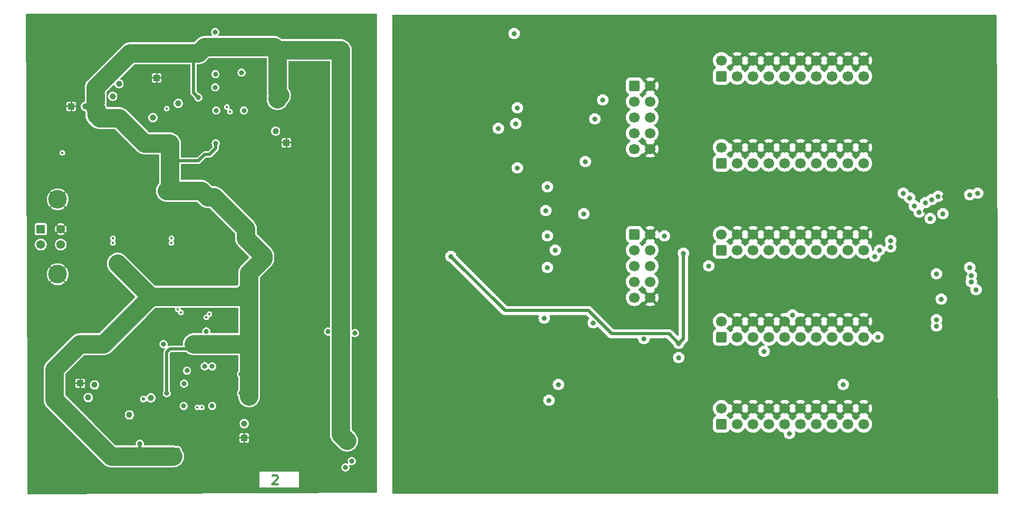
<source format=gbr>
%TF.GenerationSoftware,KiCad,Pcbnew,8.0.1*%
%TF.CreationDate,2024-09-10T07:56:54+02:00*%
%TF.ProjectId,CC_Debug,43435f44-6562-4756-972e-6b696361645f,rev?*%
%TF.SameCoordinates,Original*%
%TF.FileFunction,Copper,L2,Inr*%
%TF.FilePolarity,Positive*%
%FSLAX46Y46*%
G04 Gerber Fmt 4.6, Leading zero omitted, Abs format (unit mm)*
G04 Created by KiCad (PCBNEW 8.0.1) date 2024-09-10 07:56:54*
%MOMM*%
%LPD*%
G01*
G04 APERTURE LIST*
G04 Aperture macros list*
%AMRoundRect*
0 Rectangle with rounded corners*
0 $1 Rounding radius*
0 $2 $3 $4 $5 $6 $7 $8 $9 X,Y pos of 4 corners*
0 Add a 4 corners polygon primitive as box body*
4,1,4,$2,$3,$4,$5,$6,$7,$8,$9,$2,$3,0*
0 Add four circle primitives for the rounded corners*
1,1,$1+$1,$2,$3*
1,1,$1+$1,$4,$5*
1,1,$1+$1,$6,$7*
1,1,$1+$1,$8,$9*
0 Add four rect primitives between the rounded corners*
20,1,$1+$1,$2,$3,$4,$5,0*
20,1,$1+$1,$4,$5,$6,$7,0*
20,1,$1+$1,$6,$7,$8,$9,0*
20,1,$1+$1,$8,$9,$2,$3,0*%
G04 Aperture macros list end*
%ADD10C,0.300000*%
%TA.AperFunction,NonConductor*%
%ADD11C,0.300000*%
%TD*%
%TA.AperFunction,ComponentPad*%
%ADD12R,1.000000X1.000000*%
%TD*%
%TA.AperFunction,ComponentPad*%
%ADD13RoundRect,0.250000X0.600000X-0.600000X0.600000X0.600000X-0.600000X0.600000X-0.600000X-0.600000X0*%
%TD*%
%TA.AperFunction,ComponentPad*%
%ADD14C,1.700000*%
%TD*%
%TA.AperFunction,ComponentPad*%
%ADD15C,1.000000*%
%TD*%
%TA.AperFunction,ComponentPad*%
%ADD16RoundRect,0.250000X-0.600000X-0.600000X0.600000X-0.600000X0.600000X0.600000X-0.600000X0.600000X0*%
%TD*%
%TA.AperFunction,ComponentPad*%
%ADD17R,1.400000X1.400000*%
%TD*%
%TA.AperFunction,ComponentPad*%
%ADD18C,1.400000*%
%TD*%
%TA.AperFunction,ComponentPad*%
%ADD19C,3.000000*%
%TD*%
%TA.AperFunction,ViaPad*%
%ADD20C,0.800000*%
%TD*%
%TA.AperFunction,ViaPad*%
%ADD21C,0.400000*%
%TD*%
%TA.AperFunction,ViaPad*%
%ADD22C,0.500000*%
%TD*%
%TA.AperFunction,ViaPad*%
%ADD23C,0.600000*%
%TD*%
%TA.AperFunction,Conductor*%
%ADD24C,3.000000*%
%TD*%
%TA.AperFunction,Conductor*%
%ADD25C,0.200000*%
%TD*%
%TA.AperFunction,Conductor*%
%ADD26C,0.500000*%
%TD*%
G04 APERTURE END LIST*
D10*
D11*
X127821748Y-137635685D02*
X127893176Y-137564257D01*
X127893176Y-137564257D02*
X128036034Y-137492828D01*
X128036034Y-137492828D02*
X128393176Y-137492828D01*
X128393176Y-137492828D02*
X128536034Y-137564257D01*
X128536034Y-137564257D02*
X128607462Y-137635685D01*
X128607462Y-137635685D02*
X128678891Y-137778542D01*
X128678891Y-137778542D02*
X128678891Y-137921400D01*
X128678891Y-137921400D02*
X128607462Y-138135685D01*
X128607462Y-138135685D02*
X127750319Y-138992828D01*
X127750319Y-138992828D02*
X128678891Y-138992828D01*
D12*
%TO.N,GND*%
%TO.C,TP5003*%
X96968000Y-122751000D03*
%TD*%
D13*
%TO.N,C_VCC*%
%TO.C,J8004*%
X199898000Y-101355500D03*
D14*
X199898000Y-98815500D03*
%TO.N,/Isolation_output/Debug_connector/C_TRST#*%
X202438000Y-101355500D03*
%TO.N,GND2*%
X202438000Y-98815500D03*
%TO.N,/Isolation_output/Debug_connector/C_TDI*%
X204978000Y-101355500D03*
%TO.N,GND2*%
X204978000Y-98815500D03*
%TO.N,/Isolation_output/Debug_connector/C_SWDIO*%
X207518000Y-101355500D03*
%TO.N,GND2*%
X207518000Y-98815500D03*
%TO.N,/Isolation_output/Debug_connector/C_SWCLK*%
X210058000Y-101355500D03*
%TO.N,GND2*%
X210058000Y-98815500D03*
%TO.N,/Isolation_output/Debug_connector/C_RTCK*%
X212598000Y-101355500D03*
%TO.N,GND2*%
X212598000Y-98815500D03*
%TO.N,/Isolation_output/Debug_connector/C_TDO*%
X215138000Y-101355500D03*
%TO.N,GND2*%
X215138000Y-98815500D03*
%TO.N,/Isolation_output/Debug_connector/C_RESET#*%
X217678000Y-101355500D03*
%TO.N,GND2*%
X217678000Y-98815500D03*
%TO.N,/Isolation_output/Debug_connector/C_DBRQ*%
X220218000Y-101355500D03*
%TO.N,GND2*%
X220218000Y-98815500D03*
%TO.N,/Isolation_output/Debug_connector/C_DBACK*%
X222758000Y-101355500D03*
%TO.N,GND2*%
X222758000Y-98815500D03*
%TD*%
D15*
%TO.N,/USB2UART2/EECS*%
%TO.C,TP6001*%
X102153000Y-76629000D03*
%TD*%
D12*
%TO.N,GND*%
%TO.C,TP6006*%
X95504000Y-78232000D03*
%TD*%
D15*
%TO.N,+3.3V*%
%TO.C,TP2001*%
X97790000Y-78232000D03*
%TD*%
D16*
%TO.N,/Isolation_output/Debug_connector/D_SWCLK*%
%TO.C,J8008*%
X185928000Y-74930000D03*
D14*
%TO.N,GND2*%
X188468000Y-74930000D03*
%TO.N,/Isolation_output/Debug_connector/D_SWDIO*%
X185928000Y-77470000D03*
%TO.N,unconnected-(J8008-Pin_4-Pad4)*%
X188468000Y-77470000D03*
%TO.N,unconnected-(J8008-Pin_5-Pad5)*%
X185928000Y-80010000D03*
%TO.N,unconnected-(J8008-Pin_6-Pad6)*%
X188468000Y-80010000D03*
%TO.N,unconnected-(J8008-Pin_7-Pad7)*%
X185928000Y-82550000D03*
%TO.N,unconnected-(J8008-Pin_8-Pad8)*%
X188468000Y-82550000D03*
%TO.N,unconnected-(J8008-Pin_9-Pad9)*%
X185928000Y-85090000D03*
%TO.N,GND2*%
X188468000Y-85090000D03*
%TD*%
D17*
%TO.N,/USB.VBUS*%
%TO.C,J3001*%
X90624000Y-97952000D03*
D18*
%TO.N,Net-(J3001-D-)*%
X90624000Y-100452000D03*
%TO.N,Net-(J3001-D+)*%
X93824000Y-100452000D03*
%TO.N,GND*%
X93824000Y-97952000D03*
D19*
X93334000Y-105222000D03*
X93334000Y-93182000D03*
%TD*%
D15*
%TO.N,/USB2UART1/EECLK*%
%TO.C,TP5004*%
X99254000Y-123005000D03*
%TD*%
%TO.N,/USB2UART1/EEDATA_OUT*%
%TO.C,TP5002*%
X104853000Y-127831000D03*
%TD*%
%TO.N,Net-(U6003-~{RESET})*%
%TO.C,TP6005*%
X128315000Y-82217000D03*
%TD*%
D13*
%TO.N,B_VCC*%
%TO.C,J8003*%
X199898000Y-87376000D03*
D14*
X199898000Y-84836000D03*
%TO.N,/Isolation_output/Debug_connector/B_TRST#*%
X202438000Y-87376000D03*
%TO.N,GND2*%
X202438000Y-84836000D03*
%TO.N,/Isolation_output/Debug_connector/B_TDI*%
X204978000Y-87376000D03*
%TO.N,GND2*%
X204978000Y-84836000D03*
%TO.N,/Isolation_output/Debug_connector/B_SWDIO*%
X207518000Y-87376000D03*
%TO.N,GND2*%
X207518000Y-84836000D03*
%TO.N,/Isolation_output/Debug_connector/B_SWCLK*%
X210058000Y-87376000D03*
%TO.N,GND2*%
X210058000Y-84836000D03*
%TO.N,/Isolation_output/Debug_connector/B_RTCK*%
X212598000Y-87376000D03*
%TO.N,GND2*%
X212598000Y-84836000D03*
%TO.N,/Isolation_output/Debug_connector/B_TDO*%
X215138000Y-87376000D03*
%TO.N,GND2*%
X215138000Y-84836000D03*
%TO.N,/Isolation_output/Debug_connector/B_RESET#*%
X217678000Y-87376000D03*
%TO.N,GND2*%
X217678000Y-84836000D03*
%TO.N,/Isolation_output/Debug_connector/B_DBRQ*%
X220218000Y-87376000D03*
%TO.N,GND2*%
X220218000Y-84836000D03*
%TO.N,/Isolation_output/Debug_connector/B_DBACK*%
X222758000Y-87376000D03*
%TO.N,GND2*%
X222758000Y-84836000D03*
%TD*%
D15*
%TO.N,/USB2UART1/EEDATA*%
%TO.C,TP5005*%
X108302000Y-125090000D03*
%TD*%
D16*
%TO.N,/Isolation_output/Debug_connector/D_RESET#*%
%TO.C,J8007*%
X185928000Y-98806000D03*
D14*
%TO.N,GND2*%
X188468000Y-98806000D03*
%TO.N,/Isolation_output/Debug_connector/D_IO{slash}F_VCC*%
X185928000Y-101346000D03*
%TO.N,unconnected-(J8007-Pin_4-Pad4)*%
X188468000Y-101346000D03*
%TO.N,unconnected-(J8007-Pin_5-Pad5)*%
X185928000Y-103886000D03*
%TO.N,unconnected-(J8007-Pin_6-Pad6)*%
X188468000Y-103886000D03*
%TO.N,unconnected-(J8007-Pin_7-Pad7)*%
X185928000Y-106426000D03*
%TO.N,unconnected-(J8007-Pin_8-Pad8)*%
X188468000Y-106426000D03*
%TO.N,unconnected-(J8007-Pin_9-Pad9)*%
X185928000Y-108966000D03*
%TO.N,GND2*%
X188468000Y-108966000D03*
%TD*%
D15*
%TO.N,/USB2UART2/EEDATA*%
%TO.C,TP6004*%
X112694000Y-77772000D03*
%TD*%
D12*
%TO.N,GND*%
%TO.C,TP6007*%
X130048000Y-84074000D03*
%TD*%
D15*
%TO.N,/USB2UART2/EEDATA_OUT*%
%TO.C,TP6002*%
X108630000Y-80058000D03*
%TD*%
D12*
%TO.N,GND*%
%TO.C,TP5006*%
X123288000Y-131514000D03*
%TD*%
D15*
%TO.N,/USB2UART2/EECLK*%
%TO.C,TP6003*%
X103169000Y-74597000D03*
%TD*%
D13*
%TO.N,A_VCC*%
%TO.C,J8002*%
X199898000Y-73406000D03*
D14*
X199898000Y-70866000D03*
%TO.N,/Isolation_output/Debug_connector/A_TRST#*%
X202438000Y-73406000D03*
%TO.N,GND2*%
X202438000Y-70866000D03*
%TO.N,/Isolation_output/Debug_connector/A_TDI*%
X204978000Y-73406000D03*
%TO.N,GND2*%
X204978000Y-70866000D03*
%TO.N,/Isolation_output/Debug_connector/A_SWDIO*%
X207518000Y-73406000D03*
%TO.N,GND2*%
X207518000Y-70866000D03*
%TO.N,/Isolation_output/Debug_connector/A_SWCLK*%
X210058000Y-73406000D03*
%TO.N,GND2*%
X210058000Y-70866000D03*
%TO.N,/Isolation_output/Debug_connector/A_RTCK*%
X212598000Y-73406000D03*
%TO.N,GND2*%
X212598000Y-70866000D03*
%TO.N,/Isolation_output/Debug_connector/A_TDO*%
X215138000Y-73406000D03*
%TO.N,GND2*%
X215138000Y-70866000D03*
%TO.N,/Isolation_output/Debug_connector/A_RESET#*%
X217678000Y-73406000D03*
%TO.N,GND2*%
X217678000Y-70866000D03*
%TO.N,/Isolation_output/Debug_connector/A_DBRQ*%
X220218000Y-73406000D03*
%TO.N,GND2*%
X220218000Y-70866000D03*
%TO.N,/Isolation_output/Debug_connector/A_DBACK*%
X222758000Y-73406000D03*
%TO.N,GND2*%
X222758000Y-70866000D03*
%TD*%
D13*
%TO.N,E_VCC*%
%TO.C,J8006*%
X199898000Y-129305000D03*
D14*
X199898000Y-126765000D03*
%TO.N,/Isolation_output/Debug_connector/E_TRST#*%
X202438000Y-129305000D03*
%TO.N,GND2*%
X202438000Y-126765000D03*
%TO.N,/Isolation_output/Debug_connector/E_TDI*%
X204978000Y-129305000D03*
%TO.N,GND2*%
X204978000Y-126765000D03*
%TO.N,/Isolation_output/Debug_connector/E_TMS*%
X207518000Y-129305000D03*
%TO.N,GND2*%
X207518000Y-126765000D03*
%TO.N,/Isolation_output/Debug_connector/E_TCK*%
X210058000Y-129305000D03*
%TO.N,GND2*%
X210058000Y-126765000D03*
%TO.N,/Isolation_output/Debug_connector/E_RTCK*%
X212598000Y-129305000D03*
%TO.N,GND2*%
X212598000Y-126765000D03*
%TO.N,/Isolation_output/Debug_connector/E_TDO*%
X215138000Y-129305000D03*
%TO.N,GND2*%
X215138000Y-126765000D03*
%TO.N,/Isolation_output/Debug_connector/E_RESET#*%
X217678000Y-129305000D03*
%TO.N,GND2*%
X217678000Y-126765000D03*
%TO.N,/Isolation_output/Debug_connector/E_DBRQ*%
X220218000Y-129305000D03*
%TO.N,GND2*%
X220218000Y-126765000D03*
%TO.N,/Isolation_output/Debug_connector/E_DBACK*%
X222758000Y-129305000D03*
%TO.N,GND2*%
X222758000Y-126765000D03*
%TD*%
D15*
%TO.N,/USB2UART1/RESET#*%
%TO.C,TP5007*%
X123288000Y-129228000D03*
%TD*%
D12*
%TO.N,GND*%
%TO.C,TP2002*%
X109220000Y-73660000D03*
%TD*%
D13*
%TO.N,D_VCC*%
%TO.C,J8005*%
X199898000Y-115335000D03*
D14*
X199898000Y-112795000D03*
%TO.N,/Isolation_output/Debug_connector/D_TRST#*%
X202438000Y-115335000D03*
%TO.N,GND2*%
X202438000Y-112795000D03*
%TO.N,/Isolation_output/Debug_connector/D_TDI*%
X204978000Y-115335000D03*
%TO.N,GND2*%
X204978000Y-112795000D03*
%TO.N,/Isolation_output/Debug_connector/D_SWDIO*%
X207518000Y-115335000D03*
%TO.N,GND2*%
X207518000Y-112795000D03*
%TO.N,/Isolation_output/Debug_connector/D_SWCLK*%
X210058000Y-115335000D03*
%TO.N,GND2*%
X210058000Y-112795000D03*
%TO.N,/Isolation_output/Debug_connector/D_RTCK*%
X212598000Y-115335000D03*
%TO.N,GND2*%
X212598000Y-112795000D03*
%TO.N,/Isolation_output/Debug_connector/D_TDO*%
X215138000Y-115335000D03*
%TO.N,GND2*%
X215138000Y-112795000D03*
%TO.N,/Isolation_output/Debug_connector/D_RESET#*%
X217678000Y-115335000D03*
%TO.N,GND2*%
X217678000Y-112795000D03*
%TO.N,/Isolation_output/Debug_connector/D_DBRQ*%
X220218000Y-115335000D03*
%TO.N,GND2*%
X220218000Y-112795000D03*
%TO.N,/Isolation_output/Debug_connector/D_DBACK*%
X222758000Y-115335000D03*
%TO.N,GND2*%
X222758000Y-112795000D03*
%TD*%
D15*
%TO.N,/USB2UART1/EECS*%
%TO.C,TP5001*%
X98238000Y-125037000D03*
%TD*%
D20*
%TO.N,+3.3V*%
X103222000Y-80132000D03*
X118716000Y-84196000D03*
X123542000Y-97912000D03*
X110842000Y-91816000D03*
X126336000Y-102230000D03*
X111350000Y-84196000D03*
X99412000Y-77592000D03*
D21*
X99412000Y-79624000D03*
D20*
X106524000Y-132456000D03*
X139798000Y-111374000D03*
X122780000Y-124328000D03*
X115922000Y-76830000D03*
X110842000Y-124328000D03*
D21*
X94078000Y-85720000D03*
D20*
X119224000Y-69718000D03*
X139798000Y-73274000D03*
X124050000Y-105024000D03*
X114398000Y-117216000D03*
X127606000Y-76830000D03*
X99412000Y-78608000D03*
X137258000Y-68448000D03*
X127606000Y-73782000D03*
X139798000Y-131948000D03*
X139798000Y-118232000D03*
X117192000Y-108834000D03*
X139798000Y-80386000D03*
X112620000Y-133472000D03*
X102968000Y-103500000D03*
X117446000Y-92832000D03*
X139798000Y-87498000D03*
X98015000Y-130551000D03*
X122780000Y-121280000D03*
X139798000Y-125090000D03*
X109064000Y-107818000D03*
%TO.N,GND*%
X117348000Y-66294000D03*
X122526000Y-76576000D03*
X135226000Y-124836000D03*
X114652000Y-132202000D03*
X123444000Y-66294000D03*
X120494000Y-75052000D03*
X116049000Y-83294000D03*
X107032000Y-119756000D03*
D21*
X109826000Y-79116000D03*
D20*
X116684000Y-101214000D03*
X143256000Y-80518000D03*
X114906000Y-122804000D03*
X118970000Y-132202000D03*
X119732000Y-84450000D03*
X123542000Y-84450000D03*
X135636000Y-86106000D03*
D21*
X101639000Y-125344000D03*
D20*
X136242000Y-112898000D03*
X138020000Y-134234000D03*
X106778000Y-118232000D03*
D21*
X112112000Y-127884000D03*
X106934000Y-126106000D03*
D20*
X96872000Y-93340000D03*
D21*
X110080000Y-94102000D03*
D20*
X90268000Y-104516000D03*
D21*
X107794000Y-101722000D03*
X104492000Y-73782000D03*
D20*
X121510000Y-84450000D03*
X109318000Y-116200000D03*
X115160000Y-124328000D03*
D21*
X110842000Y-99944000D03*
D20*
X102968000Y-97658000D03*
X117954000Y-124582000D03*
X105254000Y-131186000D03*
X143256000Y-73406000D03*
X117954000Y-122042000D03*
X136144000Y-100838000D03*
D21*
X102968000Y-99944000D03*
D20*
X109826000Y-124328000D03*
D22*
X109064000Y-105532000D03*
D21*
X100623000Y-122042000D03*
X114144000Y-76576000D03*
D20*
X111398000Y-130791000D03*
X143256000Y-132334000D03*
D22*
X101190000Y-101722000D03*
D20*
X114906000Y-101214000D03*
D21*
X109318000Y-99944000D03*
D20*
X135636000Y-78486000D03*
D21*
X91792000Y-90038000D03*
D20*
X116684000Y-99690000D03*
X143510000Y-118364000D03*
X118208000Y-113660000D03*
X118618000Y-76200000D03*
X138274000Y-137028000D03*
X116684000Y-132202000D03*
X141322000Y-116708000D03*
X101698000Y-130678000D03*
X131318000Y-77724000D03*
D21*
X100682000Y-88006000D03*
D20*
X135636000Y-72136000D03*
X114652000Y-99690000D03*
D21*
X100428000Y-85212000D03*
D20*
X143256000Y-139192000D03*
D21*
X105762000Y-77084000D03*
D20*
X126844000Y-123566000D03*
X95856000Y-98166000D03*
X122526000Y-75052000D03*
X141224000Y-86106000D03*
X96110000Y-104516000D03*
X91792000Y-95118000D03*
X120904000Y-66040000D03*
X95856000Y-97150000D03*
X143608000Y-125598000D03*
X131064000Y-73660000D03*
%TO.N,+1V8A*%
X118134000Y-126381000D03*
X114093965Y-120718354D03*
X113562000Y-126381000D03*
X118134000Y-120031000D03*
D21*
%TO.N,/USB.D-*%
X111604000Y-99436000D03*
X102206000Y-99436000D03*
%TO.N,/USB.D+*%
X102206000Y-100198000D03*
X111604000Y-100198000D03*
%TO.N,/USB1.D-*%
X112626512Y-110872512D03*
X115760000Y-126614000D03*
%TO.N,/USB1.D+*%
X116460000Y-126614000D03*
X113121488Y-111367488D03*
D23*
%TO.N,/USB2UART1/EECLK*%
X107111500Y-125264500D03*
D21*
%TO.N,/USB2UART2/EECLK*%
X110842000Y-78608000D03*
%TO.N,/USB2.D-*%
X120494000Y-78354000D03*
X117198512Y-112129488D03*
%TO.N,/USB2.D+*%
X117693488Y-111634512D03*
X121002000Y-79116000D03*
D20*
%TO.N,/Isolation_output/UART_A_4.TX*%
X139544000Y-136266000D03*
X110334000Y-116454000D03*
%TO.N,/Isolation_output/UART_A_3.TX*%
X117192000Y-114422000D03*
X136750000Y-114422000D03*
%TO.N,/Isolation_output/UART_A_4.RX*%
X113636000Y-122804000D03*
X140560000Y-135250000D03*
%TO.N,/Isolation_output/UART_A_3.RX*%
X116938000Y-120010000D03*
X141068000Y-114676000D03*
%TO.N,/Isolation_output/UART_B_4.RX*%
X118618000Y-75184000D03*
X118618000Y-66294000D03*
%TO.N,+1V8B*%
X118790000Y-78915000D03*
X122854000Y-72819000D03*
X123235000Y-78915000D03*
X118663000Y-73073000D03*
%TO.N,A_VCC*%
X171704000Y-94996000D03*
%TO.N,C_VCC*%
X171958000Y-99060000D03*
X227076000Y-99822000D03*
%TO.N,E_VCC*%
X164084000Y-81788000D03*
X240792000Y-107696000D03*
%TO.N,D_VCC*%
X171958000Y-91186000D03*
X239776000Y-104140000D03*
X180848000Y-77216000D03*
%TO.N,B_VCC*%
X177800000Y-95504000D03*
X231648000Y-95250000D03*
%TO.N,VCC_LED*%
X193040000Y-116332000D03*
X193040000Y-118618000D03*
X193802000Y-101854000D03*
X156464000Y-102362000D03*
%TO.N,/Isolation_output/Debug_connector/E_TRST#*%
X234442000Y-113538000D03*
%TO.N,/Isolation_output/Debug_connector/B_SWCLK*%
X230124000Y-92964000D03*
%TO.N,/Isolation_output/Debug_connector/D_SWCLK*%
X197866000Y-103886000D03*
X178054000Y-87122000D03*
X179578000Y-80264000D03*
X234442000Y-105156000D03*
X190754000Y-99060000D03*
X211328000Y-111760000D03*
%TO.N,/Isolation_output/Debug_connector/A_SWDIO*%
X234696000Y-92710000D03*
%TO.N,/Isolation_output/Debug_connector/C_TX*%
X171958000Y-104140000D03*
X224536000Y-102362000D03*
%TO.N,/Isolation_output/Debug_connector/A_SWCLK*%
X233680000Y-93218000D03*
%TO.N,/Isolation_output/Debug_connector/A_TX*%
X172212000Y-125476000D03*
X241046000Y-92202000D03*
%TO.N,/Isolation_output/Debug_connector/B_TX*%
X179324000Y-113030000D03*
X235458000Y-95504000D03*
%TO.N,/Isolation_output/Debug_connector/A_RESET#*%
X232664000Y-93726000D03*
%TO.N,/Isolation_output/Debug_connector/B_SWDIO*%
X230886000Y-94234000D03*
%TO.N,/Isolation_output/Debug_connector/B_RESET#*%
X229108000Y-92202000D03*
%TO.N,/Isolation_output/Debug_connector/D_IO{slash}F_VCC*%
X187452000Y-115570000D03*
X167132000Y-88138000D03*
X225044000Y-115316000D03*
X166624000Y-66548000D03*
%TO.N,/Isolation_output/Debug_connector/B_RX*%
X233426000Y-96266000D03*
X171450000Y-112268000D03*
%TO.N,/Isolation_output/Debug_connector/E_RX*%
X167132000Y-78486000D03*
X240030000Y-106426000D03*
%TO.N,/Isolation_output/Debug_connector/C_RX*%
X173228000Y-101346000D03*
X225298000Y-101346000D03*
%TO.N,/Isolation_output/Debug_connector/E_TX*%
X166878000Y-81026000D03*
X240030000Y-105410000D03*
%TO.N,/Isolation_output/Debug_connector/A_RX*%
X173736000Y-122936000D03*
X239776000Y-92456000D03*
%TO.N,/Isolation_output/Debug_connector/E_TCK*%
X210820000Y-130810000D03*
X234442000Y-112522000D03*
%TO.N,/Isolation_output/Debug_connector/E_TDI*%
X235204000Y-109220000D03*
X219456000Y-122936000D03*
%TO.N,/Isolation_output/Debug_connector/C_SWDIO*%
X227076000Y-100838000D03*
%TO.N,/Isolation_output/Debug_connector/D_RESET#*%
X206756000Y-117602000D03*
%TO.N,GND2*%
X242824000Y-119126000D03*
X239014000Y-105156000D03*
X235458000Y-107188000D03*
X175006000Y-95504000D03*
X174498000Y-81026000D03*
X207772000Y-93472000D03*
X236982000Y-120396000D03*
X196850000Y-85344000D03*
X230124000Y-97536000D03*
X148336000Y-132334000D03*
X224536000Y-93980000D03*
X154178000Y-82550000D03*
X214884000Y-68326000D03*
X224536000Y-98552000D03*
X233934000Y-101854000D03*
X153670000Y-133604000D03*
X176784000Y-83566000D03*
X235966000Y-124460000D03*
X235966000Y-103378000D03*
X174752000Y-108966000D03*
X239014000Y-107950000D03*
X226060000Y-124206000D03*
X227838000Y-108204000D03*
X239268000Y-100076000D03*
X157988000Y-88900000D03*
X242824000Y-64770000D03*
X239268000Y-84582000D03*
X208280000Y-120142000D03*
X239522000Y-110744000D03*
X179324000Y-90170000D03*
X197104000Y-100076000D03*
X201930000Y-124460000D03*
X150622000Y-72390000D03*
X153924000Y-119888000D03*
X228092000Y-78740000D03*
X240030000Y-95250000D03*
X166116000Y-92202000D03*
X150368000Y-80010000D03*
X151130000Y-105410000D03*
X184912000Y-95758000D03*
X209550000Y-78740000D03*
X150876000Y-131318000D03*
X171704000Y-105664000D03*
X153670000Y-126746000D03*
X217170000Y-106172000D03*
X191262000Y-104902000D03*
X149352000Y-139446000D03*
X154178000Y-111506000D03*
X179070000Y-115316000D03*
X164592000Y-121920000D03*
X197358000Y-106680000D03*
X198628000Y-121412000D03*
X232156000Y-90678000D03*
X196596000Y-113284000D03*
X173228000Y-129794000D03*
X150876000Y-64770000D03*
X207772000Y-106426000D03*
X227584000Y-93218000D03*
X224536000Y-132842000D03*
X178562000Y-109220000D03*
X214630000Y-134620000D03*
X190754000Y-115824000D03*
X148590000Y-111252000D03*
X168402000Y-74422000D03*
X155956000Y-114554000D03*
X153924000Y-67818000D03*
X242062000Y-108712000D03*
X165100000Y-126238000D03*
X180340000Y-103124000D03*
X240030000Y-120904000D03*
X239268000Y-96520000D03*
X217424000Y-121158000D03*
X221488000Y-106680000D03*
X150368000Y-118110000D03*
X230886000Y-105410000D03*
X232918000Y-66040000D03*
X235712000Y-92710000D03*
X186690000Y-117856000D03*
X197358000Y-71882000D03*
X155448000Y-79756000D03*
X218694000Y-133350000D03*
X164592000Y-136144000D03*
X242062000Y-74168000D03*
X240030000Y-116332000D03*
X235712000Y-114808000D03*
X214630000Y-139446000D03*
X160274000Y-96266000D03*
X230632000Y-129540000D03*
X150114000Y-86614000D03*
X149352000Y-94996000D03*
X158750000Y-132842000D03*
X210058000Y-134620000D03*
X156464000Y-123444000D03*
X215646000Y-110998000D03*
X157480000Y-107950000D03*
X174244000Y-126238000D03*
X206248000Y-83058000D03*
X232664000Y-94996000D03*
X148336000Y-125476000D03*
X231902000Y-117602000D03*
X205740000Y-124714000D03*
X177038000Y-127762000D03*
X173228000Y-134620000D03*
X165862000Y-102362000D03*
X217678000Y-124714000D03*
X166116000Y-113538000D03*
X211074000Y-103378000D03*
X199898000Y-68072000D03*
X161290000Y-118364000D03*
X197358000Y-127762000D03*
X193802000Y-76200000D03*
X175514000Y-99314000D03*
X221234000Y-102870000D03*
X154178000Y-88646000D03*
X154178000Y-74930000D03*
%TD*%
D24*
%TO.N,+3.3V*%
X101952000Y-134488000D02*
X106270000Y-134488000D01*
X116938000Y-68702000D02*
X128114000Y-68702000D01*
X111350000Y-84196000D02*
X107286000Y-84196000D01*
X138782000Y-69210000D02*
X128622000Y-69210000D01*
D25*
X123542000Y-124328000D02*
X124050000Y-124836000D01*
D24*
X99539000Y-78735000D02*
X99412000Y-78608000D01*
D26*
X114398000Y-117216000D02*
X115160000Y-116454000D01*
D25*
X112620000Y-133472000D02*
X112620000Y-133726000D01*
D24*
X108302000Y-108834000D02*
X102968000Y-103500000D01*
X128622000Y-76864000D02*
X128622000Y-77084000D01*
X92808000Y-120518000D02*
X92808000Y-125344000D01*
D25*
X122780000Y-124328000D02*
X123542000Y-124328000D01*
D24*
X128114000Y-68702000D02*
X128622000Y-69210000D01*
D25*
X122780000Y-121280000D02*
X124050000Y-121280000D01*
D24*
X107286000Y-84196000D02*
X103222000Y-80132000D01*
X116938000Y-68702000D02*
X115922000Y-69718000D01*
X139798000Y-131948000D02*
X138782000Y-130932000D01*
X110842000Y-91816000D02*
X116430000Y-91816000D01*
X100174000Y-132710000D02*
X101952000Y-134488000D01*
X124050000Y-121280000D02*
X124050000Y-124836000D01*
X128622000Y-76044000D02*
X129032000Y-76454000D01*
D26*
X118716000Y-84958000D02*
X117700000Y-85974000D01*
D24*
X126336000Y-102230000D02*
X126336000Y-102738000D01*
X100682000Y-116454000D02*
X96872000Y-116454000D01*
D26*
X111350000Y-117216000D02*
X110842000Y-117724000D01*
D24*
X96872000Y-116454000D02*
X92808000Y-120518000D01*
D26*
X106524000Y-132456000D02*
X106524000Y-134234000D01*
D24*
X128622000Y-73782000D02*
X128622000Y-76044000D01*
X126336000Y-102738000D02*
X124050000Y-105024000D01*
D26*
X115160000Y-76068000D02*
X115160000Y-70480000D01*
D24*
X116430000Y-91816000D02*
X117446000Y-92832000D01*
D26*
X118716000Y-84196000D02*
X118716000Y-84958000D01*
D24*
X111350000Y-91308000D02*
X110842000Y-91816000D01*
D26*
X106524000Y-134234000D02*
X106270000Y-134488000D01*
D24*
X117446000Y-92832000D02*
X118462000Y-92832000D01*
X99412000Y-75242730D02*
X99412000Y-77592000D01*
X128622000Y-69210000D02*
X128622000Y-73782000D01*
X98015000Y-130551000D02*
X100174000Y-132710000D01*
X118462000Y-92832000D02*
X123542000Y-97912000D01*
X92808000Y-125344000D02*
X98015000Y-130551000D01*
X117192000Y-108834000D02*
X114144000Y-108834000D01*
X111350000Y-86990000D02*
X111350000Y-91308000D01*
D25*
X112620000Y-133726000D02*
X111858000Y-134488000D01*
D24*
X124050000Y-116454000D02*
X115160000Y-116454000D01*
D25*
X110588000Y-133472000D02*
X110842000Y-133472000D01*
D26*
X110842000Y-117724000D02*
X110842000Y-124328000D01*
X117700000Y-85974000D02*
X116938000Y-85974000D01*
D24*
X138782000Y-130932000D02*
X138782000Y-69210000D01*
D25*
X110842000Y-133472000D02*
X111858000Y-134488000D01*
D26*
X115160000Y-70480000D02*
X115922000Y-69718000D01*
D24*
X122780000Y-108834000D02*
X117192000Y-108834000D01*
X123542000Y-99436000D02*
X126336000Y-102230000D01*
D26*
X127606000Y-76830000D02*
X127606000Y-73782000D01*
D24*
X108302000Y-108834000D02*
X100682000Y-116454000D01*
X124050000Y-105024000D02*
X124050000Y-107564000D01*
X124050000Y-107564000D02*
X122780000Y-108834000D01*
D26*
X115922000Y-76830000D02*
X115160000Y-76068000D01*
X115922000Y-86990000D02*
X111350000Y-86990000D01*
D24*
X129032000Y-76454000D02*
X128622000Y-76864000D01*
X100047000Y-80132000D02*
X99539000Y-79624000D01*
X123542000Y-97912000D02*
X123542000Y-99436000D01*
D25*
X110334000Y-92324000D02*
X110842000Y-91816000D01*
D24*
X111350000Y-84196000D02*
X111350000Y-86990000D01*
D26*
X116938000Y-85974000D02*
X115922000Y-86990000D01*
D24*
X104936730Y-69718000D02*
X99412000Y-75242730D01*
D26*
X127606000Y-73782000D02*
X128622000Y-73782000D01*
D24*
X106270000Y-134488000D02*
X111858000Y-134488000D01*
X114144000Y-108834000D02*
X108302000Y-108834000D01*
X115922000Y-69718000D02*
X104936730Y-69718000D01*
X103222000Y-80132000D02*
X100047000Y-80132000D01*
X124050000Y-105024000D02*
X124050000Y-116454000D01*
X99539000Y-79624000D02*
X99539000Y-78735000D01*
X124050000Y-116454000D02*
X124050000Y-121280000D01*
D26*
X111350000Y-117216000D02*
X114398000Y-117216000D01*
%TO.N,GND*%
X114652000Y-132202000D02*
X118970000Y-132202000D01*
X119732000Y-84450000D02*
X123542000Y-84450000D01*
%TO.N,VCC_LED*%
X193040000Y-116332000D02*
X193802000Y-115570000D01*
X182266913Y-114790000D02*
X191498000Y-114790000D01*
X178544000Y-111067087D02*
X182266913Y-114790000D01*
X156464000Y-102362000D02*
X165169087Y-111067087D01*
X191498000Y-114790000D02*
X193040000Y-116332000D01*
X165169087Y-111067087D02*
X178544000Y-111067087D01*
X193802000Y-115570000D02*
X193802000Y-101854000D01*
%TD*%
%TA.AperFunction,Conductor*%
%TO.N,GND2*%
G36*
X204512075Y-126957993D02*
G01*
X204577901Y-127072007D01*
X204670993Y-127165099D01*
X204785007Y-127230925D01*
X204848590Y-127247962D01*
X204216625Y-127879925D01*
X204292594Y-127933119D01*
X204336219Y-127987696D01*
X204343413Y-128057194D01*
X204311890Y-128119549D01*
X204292595Y-128136269D01*
X204106594Y-128266508D01*
X203939505Y-128433597D01*
X203809575Y-128619158D01*
X203754998Y-128662783D01*
X203685500Y-128669977D01*
X203623145Y-128638454D01*
X203606425Y-128619158D01*
X203476494Y-128433597D01*
X203309402Y-128266506D01*
X203309401Y-128266505D01*
X203123405Y-128136269D01*
X203079781Y-128081692D01*
X203072588Y-128012193D01*
X203104110Y-127949839D01*
X203123405Y-127933119D01*
X203199373Y-127879925D01*
X202567409Y-127247962D01*
X202630993Y-127230925D01*
X202745007Y-127165099D01*
X202838099Y-127072007D01*
X202903925Y-126957993D01*
X202920962Y-126894409D01*
X203552925Y-127526373D01*
X203606425Y-127449968D01*
X203661002Y-127406344D01*
X203730501Y-127399151D01*
X203792855Y-127430673D01*
X203809576Y-127449969D01*
X203863073Y-127526372D01*
X204495037Y-126894409D01*
X204512075Y-126957993D01*
G37*
%TD.AperFunction*%
%TA.AperFunction,Conductor*%
G36*
X207052075Y-126957993D02*
G01*
X207117901Y-127072007D01*
X207210993Y-127165099D01*
X207325007Y-127230925D01*
X207388590Y-127247962D01*
X206756625Y-127879925D01*
X206832594Y-127933119D01*
X206876219Y-127987696D01*
X206883413Y-128057194D01*
X206851890Y-128119549D01*
X206832595Y-128136269D01*
X206646594Y-128266508D01*
X206479505Y-128433597D01*
X206349575Y-128619158D01*
X206294998Y-128662783D01*
X206225500Y-128669977D01*
X206163145Y-128638454D01*
X206146425Y-128619158D01*
X206016494Y-128433597D01*
X205849402Y-128266506D01*
X205849401Y-128266505D01*
X205663405Y-128136269D01*
X205619781Y-128081692D01*
X205612588Y-128012193D01*
X205644110Y-127949839D01*
X205663405Y-127933119D01*
X205739373Y-127879925D01*
X205107409Y-127247962D01*
X205170993Y-127230925D01*
X205285007Y-127165099D01*
X205378099Y-127072007D01*
X205443925Y-126957993D01*
X205460962Y-126894409D01*
X206092925Y-127526373D01*
X206146425Y-127449968D01*
X206201002Y-127406344D01*
X206270501Y-127399151D01*
X206332855Y-127430673D01*
X206349576Y-127449969D01*
X206403073Y-127526372D01*
X207035037Y-126894409D01*
X207052075Y-126957993D01*
G37*
%TD.AperFunction*%
%TA.AperFunction,Conductor*%
G36*
X209592075Y-126957993D02*
G01*
X209657901Y-127072007D01*
X209750993Y-127165099D01*
X209865007Y-127230925D01*
X209928590Y-127247962D01*
X209296625Y-127879925D01*
X209372594Y-127933119D01*
X209416219Y-127987696D01*
X209423413Y-128057194D01*
X209391890Y-128119549D01*
X209372595Y-128136269D01*
X209186594Y-128266508D01*
X209019505Y-128433597D01*
X208889575Y-128619158D01*
X208834998Y-128662783D01*
X208765500Y-128669977D01*
X208703145Y-128638454D01*
X208686425Y-128619158D01*
X208556494Y-128433597D01*
X208389402Y-128266506D01*
X208389401Y-128266505D01*
X208203405Y-128136269D01*
X208159781Y-128081692D01*
X208152588Y-128012193D01*
X208184110Y-127949839D01*
X208203405Y-127933119D01*
X208279373Y-127879925D01*
X207647409Y-127247962D01*
X207710993Y-127230925D01*
X207825007Y-127165099D01*
X207918099Y-127072007D01*
X207983925Y-126957993D01*
X208000962Y-126894410D01*
X208632925Y-127526373D01*
X208686425Y-127449968D01*
X208741002Y-127406344D01*
X208810501Y-127399151D01*
X208872855Y-127430673D01*
X208889576Y-127449969D01*
X208943073Y-127526372D01*
X209575037Y-126894409D01*
X209592075Y-126957993D01*
G37*
%TD.AperFunction*%
%TA.AperFunction,Conductor*%
G36*
X212132075Y-126957993D02*
G01*
X212197901Y-127072007D01*
X212290993Y-127165099D01*
X212405007Y-127230925D01*
X212468590Y-127247962D01*
X211836625Y-127879925D01*
X211912594Y-127933119D01*
X211956219Y-127987696D01*
X211963413Y-128057194D01*
X211931890Y-128119549D01*
X211912595Y-128136269D01*
X211726594Y-128266508D01*
X211559505Y-128433597D01*
X211429575Y-128619158D01*
X211374998Y-128662783D01*
X211305500Y-128669977D01*
X211243145Y-128638454D01*
X211226425Y-128619158D01*
X211096494Y-128433597D01*
X210929402Y-128266506D01*
X210929401Y-128266505D01*
X210743405Y-128136269D01*
X210699781Y-128081692D01*
X210692588Y-128012193D01*
X210724110Y-127949839D01*
X210743405Y-127933119D01*
X210819373Y-127879925D01*
X210187409Y-127247962D01*
X210250993Y-127230925D01*
X210365007Y-127165099D01*
X210458099Y-127072007D01*
X210523925Y-126957993D01*
X210540962Y-126894409D01*
X211172925Y-127526373D01*
X211226425Y-127449968D01*
X211281002Y-127406344D01*
X211350501Y-127399151D01*
X211412855Y-127430673D01*
X211429576Y-127449969D01*
X211483073Y-127526372D01*
X212115037Y-126894409D01*
X212132075Y-126957993D01*
G37*
%TD.AperFunction*%
%TA.AperFunction,Conductor*%
G36*
X214672075Y-126957993D02*
G01*
X214737901Y-127072007D01*
X214830993Y-127165099D01*
X214945007Y-127230925D01*
X215008590Y-127247962D01*
X214376625Y-127879925D01*
X214452594Y-127933119D01*
X214496219Y-127987696D01*
X214503413Y-128057194D01*
X214471890Y-128119549D01*
X214452595Y-128136269D01*
X214266594Y-128266508D01*
X214099505Y-128433597D01*
X213969575Y-128619158D01*
X213914998Y-128662783D01*
X213845500Y-128669977D01*
X213783145Y-128638454D01*
X213766425Y-128619158D01*
X213636494Y-128433597D01*
X213469402Y-128266506D01*
X213469401Y-128266505D01*
X213283405Y-128136269D01*
X213239781Y-128081692D01*
X213232588Y-128012193D01*
X213264110Y-127949839D01*
X213283405Y-127933119D01*
X213359373Y-127879925D01*
X212727409Y-127247962D01*
X212790993Y-127230925D01*
X212905007Y-127165099D01*
X212998099Y-127072007D01*
X213063925Y-126957993D01*
X213080962Y-126894409D01*
X213712925Y-127526373D01*
X213766425Y-127449968D01*
X213821002Y-127406344D01*
X213890501Y-127399151D01*
X213952855Y-127430673D01*
X213969576Y-127449969D01*
X214023073Y-127526372D01*
X214655037Y-126894409D01*
X214672075Y-126957993D01*
G37*
%TD.AperFunction*%
%TA.AperFunction,Conductor*%
G36*
X217212075Y-126957993D02*
G01*
X217277901Y-127072007D01*
X217370993Y-127165099D01*
X217485007Y-127230925D01*
X217548590Y-127247962D01*
X216916625Y-127879925D01*
X216992594Y-127933119D01*
X217036219Y-127987696D01*
X217043413Y-128057194D01*
X217011890Y-128119549D01*
X216992595Y-128136269D01*
X216806594Y-128266508D01*
X216639505Y-128433597D01*
X216509575Y-128619158D01*
X216454998Y-128662783D01*
X216385500Y-128669977D01*
X216323145Y-128638454D01*
X216306425Y-128619158D01*
X216176494Y-128433597D01*
X216009402Y-128266506D01*
X216009401Y-128266505D01*
X215823405Y-128136269D01*
X215779781Y-128081692D01*
X215772588Y-128012193D01*
X215804110Y-127949839D01*
X215823405Y-127933119D01*
X215899373Y-127879925D01*
X215267409Y-127247962D01*
X215330993Y-127230925D01*
X215445007Y-127165099D01*
X215538099Y-127072007D01*
X215603925Y-126957993D01*
X215620962Y-126894410D01*
X216252925Y-127526373D01*
X216306425Y-127449968D01*
X216361002Y-127406344D01*
X216430501Y-127399151D01*
X216492855Y-127430673D01*
X216509576Y-127449969D01*
X216563073Y-127526372D01*
X217195037Y-126894409D01*
X217212075Y-126957993D01*
G37*
%TD.AperFunction*%
%TA.AperFunction,Conductor*%
G36*
X219752075Y-126957993D02*
G01*
X219817901Y-127072007D01*
X219910993Y-127165099D01*
X220025007Y-127230925D01*
X220088590Y-127247962D01*
X219456625Y-127879925D01*
X219532594Y-127933119D01*
X219576219Y-127987696D01*
X219583413Y-128057194D01*
X219551890Y-128119549D01*
X219532595Y-128136269D01*
X219346594Y-128266508D01*
X219179505Y-128433597D01*
X219049575Y-128619158D01*
X218994998Y-128662783D01*
X218925500Y-128669977D01*
X218863145Y-128638454D01*
X218846425Y-128619158D01*
X218716494Y-128433597D01*
X218549402Y-128266506D01*
X218549401Y-128266505D01*
X218363405Y-128136269D01*
X218319781Y-128081692D01*
X218312588Y-128012193D01*
X218344110Y-127949839D01*
X218363405Y-127933119D01*
X218439373Y-127879925D01*
X217807409Y-127247962D01*
X217870993Y-127230925D01*
X217985007Y-127165099D01*
X218078099Y-127072007D01*
X218143925Y-126957993D01*
X218160962Y-126894410D01*
X218792925Y-127526373D01*
X218846425Y-127449968D01*
X218901002Y-127406344D01*
X218970501Y-127399151D01*
X219032855Y-127430673D01*
X219049576Y-127449969D01*
X219103073Y-127526372D01*
X219735037Y-126894409D01*
X219752075Y-126957993D01*
G37*
%TD.AperFunction*%
%TA.AperFunction,Conductor*%
G36*
X222292075Y-126957993D02*
G01*
X222357901Y-127072007D01*
X222450993Y-127165099D01*
X222565007Y-127230925D01*
X222628590Y-127247962D01*
X221996625Y-127879925D01*
X222072594Y-127933119D01*
X222116219Y-127987696D01*
X222123413Y-128057194D01*
X222091890Y-128119549D01*
X222072595Y-128136269D01*
X221886594Y-128266508D01*
X221719505Y-128433597D01*
X221589575Y-128619158D01*
X221534998Y-128662783D01*
X221465500Y-128669977D01*
X221403145Y-128638454D01*
X221386425Y-128619158D01*
X221256494Y-128433597D01*
X221089402Y-128266506D01*
X221089401Y-128266505D01*
X220903405Y-128136269D01*
X220859781Y-128081692D01*
X220852588Y-128012193D01*
X220884110Y-127949839D01*
X220903405Y-127933119D01*
X220979373Y-127879925D01*
X220347409Y-127247962D01*
X220410993Y-127230925D01*
X220525007Y-127165099D01*
X220618099Y-127072007D01*
X220683925Y-126957993D01*
X220700962Y-126894410D01*
X221332925Y-127526373D01*
X221386425Y-127449968D01*
X221441002Y-127406344D01*
X221510501Y-127399151D01*
X221572855Y-127430673D01*
X221589576Y-127449969D01*
X221643073Y-127526372D01*
X222275037Y-126894409D01*
X222292075Y-126957993D01*
G37*
%TD.AperFunction*%
%TA.AperFunction,Conductor*%
G36*
X201972075Y-126957993D02*
G01*
X202037901Y-127072007D01*
X202130993Y-127165099D01*
X202245007Y-127230925D01*
X202308590Y-127247962D01*
X201676625Y-127879925D01*
X201752594Y-127933119D01*
X201796219Y-127987696D01*
X201803413Y-128057194D01*
X201771890Y-128119549D01*
X201752595Y-128136269D01*
X201566594Y-128266508D01*
X201399503Y-128433599D01*
X201398349Y-128434975D01*
X201397688Y-128435414D01*
X201395676Y-128437427D01*
X201395271Y-128437022D01*
X201340173Y-128473671D01*
X201270312Y-128474772D01*
X201210946Y-128437928D01*
X201185663Y-128394265D01*
X201182814Y-128385666D01*
X201090712Y-128236344D01*
X200966656Y-128112288D01*
X200817334Y-128020186D01*
X200808733Y-128017336D01*
X200751290Y-127977564D01*
X200724467Y-127913048D01*
X200736782Y-127844272D01*
X200765767Y-127807517D01*
X200765573Y-127807323D01*
X200767219Y-127805676D01*
X200768040Y-127804636D01*
X200769388Y-127803504D01*
X200769401Y-127803495D01*
X200936495Y-127636401D01*
X201066732Y-127450403D01*
X201121307Y-127406780D01*
X201190805Y-127399586D01*
X201253160Y-127431109D01*
X201269880Y-127450405D01*
X201323073Y-127526373D01*
X201955037Y-126894409D01*
X201972075Y-126957993D01*
G37*
%TD.AperFunction*%
%TA.AperFunction,Conductor*%
G36*
X204512075Y-112987993D02*
G01*
X204577901Y-113102007D01*
X204670993Y-113195099D01*
X204785007Y-113260925D01*
X204848590Y-113277962D01*
X204216625Y-113909925D01*
X204292594Y-113963119D01*
X204336219Y-114017696D01*
X204343413Y-114087194D01*
X204311890Y-114149549D01*
X204292595Y-114166269D01*
X204106594Y-114296508D01*
X203939505Y-114463597D01*
X203809575Y-114649158D01*
X203754998Y-114692783D01*
X203685500Y-114699977D01*
X203623145Y-114668454D01*
X203606425Y-114649158D01*
X203476494Y-114463597D01*
X203309402Y-114296506D01*
X203309401Y-114296505D01*
X203123405Y-114166269D01*
X203079781Y-114111692D01*
X203072588Y-114042193D01*
X203104110Y-113979839D01*
X203123405Y-113963119D01*
X203199373Y-113909925D01*
X202567409Y-113277962D01*
X202630993Y-113260925D01*
X202745007Y-113195099D01*
X202838099Y-113102007D01*
X202903925Y-112987993D01*
X202920962Y-112924409D01*
X203552925Y-113556373D01*
X203606425Y-113479968D01*
X203661002Y-113436344D01*
X203730501Y-113429151D01*
X203792855Y-113460673D01*
X203809576Y-113479969D01*
X203863073Y-113556372D01*
X204495037Y-112924409D01*
X204512075Y-112987993D01*
G37*
%TD.AperFunction*%
%TA.AperFunction,Conductor*%
G36*
X207052075Y-112987993D02*
G01*
X207117901Y-113102007D01*
X207210993Y-113195099D01*
X207325007Y-113260925D01*
X207388590Y-113277962D01*
X206756625Y-113909925D01*
X206832594Y-113963119D01*
X206876219Y-114017696D01*
X206883413Y-114087194D01*
X206851890Y-114149549D01*
X206832595Y-114166269D01*
X206646594Y-114296508D01*
X206479505Y-114463597D01*
X206349575Y-114649158D01*
X206294998Y-114692783D01*
X206225500Y-114699977D01*
X206163145Y-114668454D01*
X206146425Y-114649158D01*
X206016494Y-114463597D01*
X205849402Y-114296506D01*
X205849401Y-114296505D01*
X205663405Y-114166269D01*
X205619781Y-114111692D01*
X205612588Y-114042193D01*
X205644110Y-113979839D01*
X205663405Y-113963119D01*
X205739373Y-113909925D01*
X205107409Y-113277962D01*
X205170993Y-113260925D01*
X205285007Y-113195099D01*
X205378099Y-113102007D01*
X205443925Y-112987993D01*
X205460962Y-112924409D01*
X206092925Y-113556373D01*
X206146425Y-113479968D01*
X206201002Y-113436344D01*
X206270501Y-113429151D01*
X206332855Y-113460673D01*
X206349576Y-113479969D01*
X206403073Y-113556372D01*
X207035037Y-112924409D01*
X207052075Y-112987993D01*
G37*
%TD.AperFunction*%
%TA.AperFunction,Conductor*%
G36*
X209592075Y-112987993D02*
G01*
X209657901Y-113102007D01*
X209750993Y-113195099D01*
X209865007Y-113260925D01*
X209928590Y-113277962D01*
X209296625Y-113909925D01*
X209372594Y-113963119D01*
X209416219Y-114017696D01*
X209423413Y-114087194D01*
X209391890Y-114149549D01*
X209372595Y-114166269D01*
X209186594Y-114296508D01*
X209019505Y-114463597D01*
X208889575Y-114649158D01*
X208834998Y-114692783D01*
X208765500Y-114699977D01*
X208703145Y-114668454D01*
X208686425Y-114649158D01*
X208556494Y-114463597D01*
X208389402Y-114296506D01*
X208389401Y-114296505D01*
X208203405Y-114166269D01*
X208159781Y-114111692D01*
X208152588Y-114042193D01*
X208184110Y-113979839D01*
X208203405Y-113963119D01*
X208279373Y-113909925D01*
X207647409Y-113277962D01*
X207710993Y-113260925D01*
X207825007Y-113195099D01*
X207918099Y-113102007D01*
X207983925Y-112987993D01*
X208000962Y-112924410D01*
X208632925Y-113556373D01*
X208686425Y-113479968D01*
X208741002Y-113436344D01*
X208810501Y-113429151D01*
X208872855Y-113460673D01*
X208889576Y-113479969D01*
X208943073Y-113556372D01*
X209575037Y-112924409D01*
X209592075Y-112987993D01*
G37*
%TD.AperFunction*%
%TA.AperFunction,Conductor*%
G36*
X212132075Y-112987993D02*
G01*
X212197901Y-113102007D01*
X212290993Y-113195099D01*
X212405007Y-113260925D01*
X212468590Y-113277962D01*
X211836625Y-113909925D01*
X211912594Y-113963119D01*
X211956219Y-114017696D01*
X211963413Y-114087194D01*
X211931890Y-114149549D01*
X211912595Y-114166269D01*
X211726594Y-114296508D01*
X211559505Y-114463597D01*
X211429575Y-114649158D01*
X211374998Y-114692783D01*
X211305500Y-114699977D01*
X211243145Y-114668454D01*
X211226425Y-114649158D01*
X211096494Y-114463597D01*
X210929402Y-114296506D01*
X210929401Y-114296505D01*
X210743405Y-114166269D01*
X210699781Y-114111692D01*
X210692588Y-114042193D01*
X210724110Y-113979839D01*
X210743405Y-113963119D01*
X210819373Y-113909925D01*
X210187409Y-113277962D01*
X210250993Y-113260925D01*
X210365007Y-113195099D01*
X210458099Y-113102007D01*
X210523925Y-112987993D01*
X210540962Y-112924409D01*
X211172925Y-113556373D01*
X211226425Y-113479968D01*
X211281002Y-113436344D01*
X211350501Y-113429151D01*
X211412855Y-113460673D01*
X211429576Y-113479969D01*
X211483073Y-113556372D01*
X212115037Y-112924408D01*
X212132075Y-112987993D01*
G37*
%TD.AperFunction*%
%TA.AperFunction,Conductor*%
G36*
X214672075Y-112987993D02*
G01*
X214737901Y-113102007D01*
X214830993Y-113195099D01*
X214945007Y-113260925D01*
X215008590Y-113277962D01*
X214376625Y-113909925D01*
X214452594Y-113963119D01*
X214496219Y-114017696D01*
X214503413Y-114087194D01*
X214471890Y-114149549D01*
X214452595Y-114166269D01*
X214266594Y-114296508D01*
X214099505Y-114463597D01*
X213969575Y-114649158D01*
X213914998Y-114692783D01*
X213845500Y-114699977D01*
X213783145Y-114668454D01*
X213766425Y-114649158D01*
X213636494Y-114463597D01*
X213469402Y-114296506D01*
X213469401Y-114296505D01*
X213283405Y-114166269D01*
X213239781Y-114111692D01*
X213232588Y-114042193D01*
X213264110Y-113979839D01*
X213283405Y-113963119D01*
X213359373Y-113909925D01*
X212727409Y-113277962D01*
X212790993Y-113260925D01*
X212905007Y-113195099D01*
X212998099Y-113102007D01*
X213063925Y-112987993D01*
X213080962Y-112924409D01*
X213712925Y-113556373D01*
X213766425Y-113479968D01*
X213821002Y-113436344D01*
X213890501Y-113429151D01*
X213952855Y-113460673D01*
X213969576Y-113479969D01*
X214023073Y-113556372D01*
X214655037Y-112924409D01*
X214672075Y-112987993D01*
G37*
%TD.AperFunction*%
%TA.AperFunction,Conductor*%
G36*
X217212075Y-112987993D02*
G01*
X217277901Y-113102007D01*
X217370993Y-113195099D01*
X217485007Y-113260925D01*
X217548590Y-113277962D01*
X216916625Y-113909925D01*
X216992594Y-113963119D01*
X217036219Y-114017696D01*
X217043413Y-114087194D01*
X217011890Y-114149549D01*
X216992595Y-114166269D01*
X216806594Y-114296508D01*
X216639505Y-114463597D01*
X216509575Y-114649158D01*
X216454998Y-114692783D01*
X216385500Y-114699977D01*
X216323145Y-114668454D01*
X216306425Y-114649158D01*
X216176494Y-114463597D01*
X216009402Y-114296506D01*
X216009401Y-114296505D01*
X215823405Y-114166269D01*
X215779781Y-114111692D01*
X215772588Y-114042193D01*
X215804110Y-113979839D01*
X215823405Y-113963119D01*
X215899373Y-113909925D01*
X215267409Y-113277962D01*
X215330993Y-113260925D01*
X215445007Y-113195099D01*
X215538099Y-113102007D01*
X215603925Y-112987993D01*
X215620962Y-112924410D01*
X216252925Y-113556373D01*
X216306425Y-113479968D01*
X216361002Y-113436344D01*
X216430501Y-113429151D01*
X216492855Y-113460673D01*
X216509576Y-113479969D01*
X216563073Y-113556372D01*
X217195037Y-112924409D01*
X217212075Y-112987993D01*
G37*
%TD.AperFunction*%
%TA.AperFunction,Conductor*%
G36*
X219752075Y-112987993D02*
G01*
X219817901Y-113102007D01*
X219910993Y-113195099D01*
X220025007Y-113260925D01*
X220088590Y-113277962D01*
X219456625Y-113909925D01*
X219532594Y-113963119D01*
X219576219Y-114017696D01*
X219583413Y-114087194D01*
X219551890Y-114149549D01*
X219532595Y-114166269D01*
X219346594Y-114296508D01*
X219179505Y-114463597D01*
X219049575Y-114649158D01*
X218994998Y-114692783D01*
X218925500Y-114699977D01*
X218863145Y-114668454D01*
X218846425Y-114649158D01*
X218716494Y-114463597D01*
X218549402Y-114296506D01*
X218549401Y-114296505D01*
X218363405Y-114166269D01*
X218319781Y-114111692D01*
X218312588Y-114042193D01*
X218344110Y-113979839D01*
X218363405Y-113963119D01*
X218439373Y-113909925D01*
X217807409Y-113277962D01*
X217870993Y-113260925D01*
X217985007Y-113195099D01*
X218078099Y-113102007D01*
X218143925Y-112987993D01*
X218160962Y-112924410D01*
X218792925Y-113556373D01*
X218846425Y-113479968D01*
X218901002Y-113436344D01*
X218970501Y-113429151D01*
X219032855Y-113460673D01*
X219049576Y-113479969D01*
X219103073Y-113556372D01*
X219735037Y-112924409D01*
X219752075Y-112987993D01*
G37*
%TD.AperFunction*%
%TA.AperFunction,Conductor*%
G36*
X222292075Y-112987993D02*
G01*
X222357901Y-113102007D01*
X222450993Y-113195099D01*
X222565007Y-113260925D01*
X222628590Y-113277962D01*
X221996625Y-113909925D01*
X222072594Y-113963119D01*
X222116219Y-114017696D01*
X222123413Y-114087194D01*
X222091890Y-114149549D01*
X222072595Y-114166269D01*
X221886594Y-114296508D01*
X221719505Y-114463597D01*
X221589575Y-114649158D01*
X221534998Y-114692783D01*
X221465500Y-114699977D01*
X221403145Y-114668454D01*
X221386425Y-114649158D01*
X221256494Y-114463597D01*
X221089402Y-114296506D01*
X221089401Y-114296505D01*
X220903405Y-114166269D01*
X220859781Y-114111692D01*
X220852588Y-114042193D01*
X220884110Y-113979839D01*
X220903405Y-113963119D01*
X220979373Y-113909925D01*
X220347409Y-113277962D01*
X220410993Y-113260925D01*
X220525007Y-113195099D01*
X220618099Y-113102007D01*
X220683925Y-112987993D01*
X220700962Y-112924410D01*
X221332925Y-113556373D01*
X221386425Y-113479968D01*
X221441002Y-113436344D01*
X221510501Y-113429151D01*
X221572855Y-113460673D01*
X221589576Y-113479969D01*
X221643073Y-113556372D01*
X222275037Y-112924409D01*
X222292075Y-112987993D01*
G37*
%TD.AperFunction*%
%TA.AperFunction,Conductor*%
G36*
X201972075Y-112987993D02*
G01*
X202037901Y-113102007D01*
X202130993Y-113195099D01*
X202245007Y-113260925D01*
X202308590Y-113277962D01*
X201676625Y-113909925D01*
X201752594Y-113963119D01*
X201796219Y-114017696D01*
X201803413Y-114087194D01*
X201771890Y-114149549D01*
X201752595Y-114166269D01*
X201566594Y-114296508D01*
X201399503Y-114463599D01*
X201398349Y-114464975D01*
X201397688Y-114465414D01*
X201395676Y-114467427D01*
X201395271Y-114467022D01*
X201340173Y-114503671D01*
X201270312Y-114504772D01*
X201210946Y-114467928D01*
X201185663Y-114424265D01*
X201182814Y-114415666D01*
X201090712Y-114266344D01*
X200966656Y-114142288D01*
X200849805Y-114070214D01*
X200817336Y-114050187D01*
X200817331Y-114050185D01*
X200817215Y-114050146D01*
X200808733Y-114047336D01*
X200751290Y-114007564D01*
X200724467Y-113943048D01*
X200736782Y-113874272D01*
X200765767Y-113837517D01*
X200765573Y-113837323D01*
X200767219Y-113835676D01*
X200768040Y-113834636D01*
X200769388Y-113833504D01*
X200769401Y-113833495D01*
X200936495Y-113666401D01*
X201066732Y-113480403D01*
X201121307Y-113436780D01*
X201190805Y-113429586D01*
X201253160Y-113461109D01*
X201269880Y-113480405D01*
X201323073Y-113556373D01*
X201955037Y-112924409D01*
X201972075Y-112987993D01*
G37*
%TD.AperFunction*%
%TA.AperFunction,Conductor*%
G36*
X187282855Y-107092546D02*
G01*
X187299575Y-107111842D01*
X187429500Y-107297395D01*
X187429505Y-107297401D01*
X187596599Y-107464495D01*
X187782158Y-107594425D01*
X187782594Y-107594730D01*
X187826218Y-107649307D01*
X187833411Y-107718806D01*
X187801889Y-107781160D01*
X187782593Y-107797880D01*
X187706626Y-107851072D01*
X187706625Y-107851072D01*
X188338590Y-108483037D01*
X188275007Y-108500075D01*
X188160993Y-108565901D01*
X188067901Y-108658993D01*
X188002075Y-108773007D01*
X187985037Y-108836590D01*
X187353073Y-108204626D01*
X187299881Y-108280594D01*
X187245304Y-108324219D01*
X187175806Y-108331413D01*
X187113451Y-108299891D01*
X187096730Y-108280594D01*
X186966494Y-108094597D01*
X186799402Y-107927506D01*
X186799396Y-107927501D01*
X186613842Y-107797575D01*
X186570217Y-107742998D01*
X186563023Y-107673500D01*
X186594546Y-107611145D01*
X186613842Y-107594425D01*
X186737635Y-107507744D01*
X186799401Y-107464495D01*
X186966495Y-107297401D01*
X187096425Y-107111842D01*
X187151002Y-107068217D01*
X187220500Y-107061023D01*
X187282855Y-107092546D01*
G37*
%TD.AperFunction*%
%TA.AperFunction,Conductor*%
G36*
X188002075Y-98998993D02*
G01*
X188067901Y-99113007D01*
X188160993Y-99206099D01*
X188275007Y-99271925D01*
X188338590Y-99288962D01*
X187706625Y-99920925D01*
X187782594Y-99974119D01*
X187826219Y-100028696D01*
X187833413Y-100098194D01*
X187801890Y-100160549D01*
X187782595Y-100177269D01*
X187596594Y-100307508D01*
X187429505Y-100474597D01*
X187299575Y-100660158D01*
X187244998Y-100703783D01*
X187175500Y-100710977D01*
X187113145Y-100679454D01*
X187096425Y-100660158D01*
X186966494Y-100474597D01*
X186799398Y-100307501D01*
X186798030Y-100306354D01*
X186797592Y-100305696D01*
X186795573Y-100303677D01*
X186795978Y-100303271D01*
X186759330Y-100248182D01*
X186758224Y-100178321D01*
X186795063Y-100118952D01*
X186838737Y-100093662D01*
X186847334Y-100090814D01*
X186996656Y-99998712D01*
X187120712Y-99874656D01*
X187212814Y-99725334D01*
X187236794Y-99652965D01*
X187276565Y-99595523D01*
X187341081Y-99568699D01*
X187351861Y-99568585D01*
X187985037Y-98935409D01*
X188002075Y-98998993D01*
G37*
%TD.AperFunction*%
%TA.AperFunction,Conductor*%
G36*
X204512075Y-99008493D02*
G01*
X204577901Y-99122507D01*
X204670993Y-99215599D01*
X204785007Y-99281425D01*
X204848590Y-99298462D01*
X204216625Y-99930425D01*
X204292594Y-99983619D01*
X204336219Y-100038196D01*
X204343413Y-100107694D01*
X204311890Y-100170049D01*
X204292595Y-100186769D01*
X204106594Y-100317008D01*
X203939505Y-100484097D01*
X203809575Y-100669658D01*
X203754998Y-100713283D01*
X203685500Y-100720477D01*
X203623145Y-100688954D01*
X203606425Y-100669658D01*
X203476494Y-100484097D01*
X203309402Y-100317006D01*
X203309401Y-100317005D01*
X203123405Y-100186769D01*
X203079781Y-100132192D01*
X203072588Y-100062693D01*
X203104110Y-100000339D01*
X203123405Y-99983619D01*
X203199373Y-99930425D01*
X202567409Y-99298462D01*
X202630993Y-99281425D01*
X202745007Y-99215599D01*
X202838099Y-99122507D01*
X202903925Y-99008493D01*
X202920962Y-98944909D01*
X203552925Y-99576873D01*
X203606425Y-99500468D01*
X203661002Y-99456844D01*
X203730501Y-99449651D01*
X203792855Y-99481173D01*
X203809576Y-99500469D01*
X203863073Y-99576872D01*
X204495037Y-98944909D01*
X204512075Y-99008493D01*
G37*
%TD.AperFunction*%
%TA.AperFunction,Conductor*%
G36*
X207052075Y-99008493D02*
G01*
X207117901Y-99122507D01*
X207210993Y-99215599D01*
X207325007Y-99281425D01*
X207388590Y-99298462D01*
X206756625Y-99930425D01*
X206832594Y-99983619D01*
X206876219Y-100038196D01*
X206883413Y-100107694D01*
X206851890Y-100170049D01*
X206832595Y-100186769D01*
X206646594Y-100317008D01*
X206479505Y-100484097D01*
X206349575Y-100669658D01*
X206294998Y-100713283D01*
X206225500Y-100720477D01*
X206163145Y-100688954D01*
X206146425Y-100669658D01*
X206016494Y-100484097D01*
X205849402Y-100317006D01*
X205849401Y-100317005D01*
X205663405Y-100186769D01*
X205619781Y-100132192D01*
X205612588Y-100062693D01*
X205644110Y-100000339D01*
X205663405Y-99983619D01*
X205739373Y-99930425D01*
X205107409Y-99298462D01*
X205170993Y-99281425D01*
X205285007Y-99215599D01*
X205378099Y-99122507D01*
X205443925Y-99008493D01*
X205460962Y-98944909D01*
X206092925Y-99576873D01*
X206146425Y-99500468D01*
X206201002Y-99456844D01*
X206270501Y-99449651D01*
X206332855Y-99481173D01*
X206349576Y-99500469D01*
X206403073Y-99576872D01*
X207035037Y-98944909D01*
X207052075Y-99008493D01*
G37*
%TD.AperFunction*%
%TA.AperFunction,Conductor*%
G36*
X209592075Y-99008493D02*
G01*
X209657901Y-99122507D01*
X209750993Y-99215599D01*
X209865007Y-99281425D01*
X209928590Y-99298462D01*
X209296625Y-99930425D01*
X209372594Y-99983619D01*
X209416219Y-100038196D01*
X209423413Y-100107694D01*
X209391890Y-100170049D01*
X209372595Y-100186769D01*
X209186594Y-100317008D01*
X209019505Y-100484097D01*
X208889575Y-100669658D01*
X208834998Y-100713283D01*
X208765500Y-100720477D01*
X208703145Y-100688954D01*
X208686425Y-100669658D01*
X208556494Y-100484097D01*
X208389402Y-100317006D01*
X208389401Y-100317005D01*
X208203405Y-100186769D01*
X208159781Y-100132192D01*
X208152588Y-100062693D01*
X208184110Y-100000339D01*
X208203405Y-99983619D01*
X208279373Y-99930425D01*
X207647409Y-99298462D01*
X207710993Y-99281425D01*
X207825007Y-99215599D01*
X207918099Y-99122507D01*
X207983925Y-99008493D01*
X208000962Y-98944910D01*
X208632925Y-99576873D01*
X208686425Y-99500468D01*
X208741002Y-99456844D01*
X208810501Y-99449651D01*
X208872855Y-99481173D01*
X208889576Y-99500469D01*
X208943073Y-99576872D01*
X209575037Y-98944909D01*
X209592075Y-99008493D01*
G37*
%TD.AperFunction*%
%TA.AperFunction,Conductor*%
G36*
X212132075Y-99008493D02*
G01*
X212197901Y-99122507D01*
X212290993Y-99215599D01*
X212405007Y-99281425D01*
X212468590Y-99298462D01*
X211836625Y-99930425D01*
X211912594Y-99983619D01*
X211956219Y-100038196D01*
X211963413Y-100107694D01*
X211931890Y-100170049D01*
X211912595Y-100186769D01*
X211726594Y-100317008D01*
X211559505Y-100484097D01*
X211429575Y-100669658D01*
X211374998Y-100713283D01*
X211305500Y-100720477D01*
X211243145Y-100688954D01*
X211226425Y-100669658D01*
X211096494Y-100484097D01*
X210929402Y-100317006D01*
X210929401Y-100317005D01*
X210743405Y-100186769D01*
X210699781Y-100132192D01*
X210692588Y-100062693D01*
X210724110Y-100000339D01*
X210743405Y-99983619D01*
X210819373Y-99930425D01*
X210187409Y-99298462D01*
X210250993Y-99281425D01*
X210365007Y-99215599D01*
X210458099Y-99122507D01*
X210523925Y-99008493D01*
X210540962Y-98944909D01*
X211172925Y-99576873D01*
X211226425Y-99500468D01*
X211281002Y-99456844D01*
X211350501Y-99449651D01*
X211412855Y-99481173D01*
X211429576Y-99500469D01*
X211483073Y-99576872D01*
X212115037Y-98944909D01*
X212132075Y-99008493D01*
G37*
%TD.AperFunction*%
%TA.AperFunction,Conductor*%
G36*
X214672075Y-99008493D02*
G01*
X214737901Y-99122507D01*
X214830993Y-99215599D01*
X214945007Y-99281425D01*
X215008590Y-99298462D01*
X214376625Y-99930425D01*
X214452594Y-99983619D01*
X214496219Y-100038196D01*
X214503413Y-100107694D01*
X214471890Y-100170049D01*
X214452595Y-100186769D01*
X214266594Y-100317008D01*
X214099505Y-100484097D01*
X213969575Y-100669658D01*
X213914998Y-100713283D01*
X213845500Y-100720477D01*
X213783145Y-100688954D01*
X213766425Y-100669658D01*
X213636494Y-100484097D01*
X213469402Y-100317006D01*
X213469401Y-100317005D01*
X213283405Y-100186769D01*
X213239781Y-100132192D01*
X213232588Y-100062693D01*
X213264110Y-100000339D01*
X213283405Y-99983619D01*
X213359373Y-99930425D01*
X212727409Y-99298462D01*
X212790993Y-99281425D01*
X212905007Y-99215599D01*
X212998099Y-99122507D01*
X213063925Y-99008493D01*
X213080962Y-98944909D01*
X213712925Y-99576873D01*
X213766425Y-99500468D01*
X213821002Y-99456844D01*
X213890501Y-99449651D01*
X213952855Y-99481173D01*
X213969576Y-99500469D01*
X214023073Y-99576872D01*
X214655037Y-98944909D01*
X214672075Y-99008493D01*
G37*
%TD.AperFunction*%
%TA.AperFunction,Conductor*%
G36*
X217212075Y-99008493D02*
G01*
X217277901Y-99122507D01*
X217370993Y-99215599D01*
X217485007Y-99281425D01*
X217548590Y-99298462D01*
X216916625Y-99930425D01*
X216992594Y-99983619D01*
X217036219Y-100038196D01*
X217043413Y-100107694D01*
X217011890Y-100170049D01*
X216992595Y-100186769D01*
X216806594Y-100317008D01*
X216639505Y-100484097D01*
X216509575Y-100669658D01*
X216454998Y-100713283D01*
X216385500Y-100720477D01*
X216323145Y-100688954D01*
X216306425Y-100669658D01*
X216176494Y-100484097D01*
X216009402Y-100317006D01*
X216009401Y-100317005D01*
X215823405Y-100186769D01*
X215779781Y-100132192D01*
X215772588Y-100062693D01*
X215804110Y-100000339D01*
X215823405Y-99983619D01*
X215899373Y-99930425D01*
X215267409Y-99298462D01*
X215330993Y-99281425D01*
X215445007Y-99215599D01*
X215538099Y-99122507D01*
X215603925Y-99008493D01*
X215620962Y-98944910D01*
X216252925Y-99576873D01*
X216306425Y-99500468D01*
X216361002Y-99456844D01*
X216430501Y-99449651D01*
X216492855Y-99481173D01*
X216509576Y-99500469D01*
X216563073Y-99576872D01*
X217195037Y-98944909D01*
X217212075Y-99008493D01*
G37*
%TD.AperFunction*%
%TA.AperFunction,Conductor*%
G36*
X219752075Y-99008493D02*
G01*
X219817901Y-99122507D01*
X219910993Y-99215599D01*
X220025007Y-99281425D01*
X220088590Y-99298462D01*
X219456625Y-99930425D01*
X219532594Y-99983619D01*
X219576219Y-100038196D01*
X219583413Y-100107694D01*
X219551890Y-100170049D01*
X219532595Y-100186769D01*
X219346594Y-100317008D01*
X219179505Y-100484097D01*
X219049575Y-100669658D01*
X218994998Y-100713283D01*
X218925500Y-100720477D01*
X218863145Y-100688954D01*
X218846425Y-100669658D01*
X218716494Y-100484097D01*
X218549402Y-100317006D01*
X218549401Y-100317005D01*
X218363405Y-100186769D01*
X218319781Y-100132192D01*
X218312588Y-100062693D01*
X218344110Y-100000339D01*
X218363405Y-99983619D01*
X218439373Y-99930425D01*
X217807409Y-99298462D01*
X217870993Y-99281425D01*
X217985007Y-99215599D01*
X218078099Y-99122507D01*
X218143925Y-99008493D01*
X218160962Y-98944910D01*
X218792925Y-99576873D01*
X218846425Y-99500468D01*
X218901002Y-99456844D01*
X218970501Y-99449651D01*
X219032855Y-99481173D01*
X219049576Y-99500469D01*
X219103073Y-99576872D01*
X219735037Y-98944909D01*
X219752075Y-99008493D01*
G37*
%TD.AperFunction*%
%TA.AperFunction,Conductor*%
G36*
X222292075Y-99008493D02*
G01*
X222357901Y-99122507D01*
X222450993Y-99215599D01*
X222565007Y-99281425D01*
X222628590Y-99298462D01*
X221996625Y-99930425D01*
X222072594Y-99983619D01*
X222116219Y-100038196D01*
X222123413Y-100107694D01*
X222091890Y-100170049D01*
X222072595Y-100186769D01*
X221886594Y-100317008D01*
X221719505Y-100484097D01*
X221589575Y-100669658D01*
X221534998Y-100713283D01*
X221465500Y-100720477D01*
X221403145Y-100688954D01*
X221386425Y-100669658D01*
X221256494Y-100484097D01*
X221089402Y-100317006D01*
X221089401Y-100317005D01*
X220903405Y-100186769D01*
X220859781Y-100132192D01*
X220852588Y-100062693D01*
X220884110Y-100000339D01*
X220903405Y-99983619D01*
X220979373Y-99930425D01*
X220347409Y-99298462D01*
X220410993Y-99281425D01*
X220525007Y-99215599D01*
X220618099Y-99122507D01*
X220683925Y-99008493D01*
X220700962Y-98944910D01*
X221332925Y-99576873D01*
X221386425Y-99500468D01*
X221441002Y-99456844D01*
X221510501Y-99449651D01*
X221572855Y-99481173D01*
X221589576Y-99500469D01*
X221643073Y-99576872D01*
X222275037Y-98944909D01*
X222292075Y-99008493D01*
G37*
%TD.AperFunction*%
%TA.AperFunction,Conductor*%
G36*
X201972075Y-99008493D02*
G01*
X202037901Y-99122507D01*
X202130993Y-99215599D01*
X202245007Y-99281425D01*
X202308590Y-99298462D01*
X201676625Y-99930425D01*
X201752594Y-99983619D01*
X201796219Y-100038196D01*
X201803413Y-100107694D01*
X201771890Y-100170049D01*
X201752595Y-100186769D01*
X201566594Y-100317008D01*
X201399503Y-100484099D01*
X201398349Y-100485475D01*
X201397688Y-100485914D01*
X201395676Y-100487927D01*
X201395271Y-100487522D01*
X201340173Y-100524171D01*
X201270312Y-100525272D01*
X201210946Y-100488428D01*
X201185663Y-100444765D01*
X201182814Y-100436166D01*
X201090712Y-100286844D01*
X200966656Y-100162788D01*
X200817334Y-100070686D01*
X200808733Y-100067836D01*
X200751290Y-100028064D01*
X200724467Y-99963548D01*
X200736782Y-99894772D01*
X200765767Y-99858017D01*
X200765573Y-99857823D01*
X200767219Y-99856176D01*
X200768040Y-99855136D01*
X200769388Y-99854004D01*
X200769401Y-99853995D01*
X200936495Y-99686901D01*
X201066732Y-99500903D01*
X201121307Y-99457280D01*
X201190805Y-99450086D01*
X201253160Y-99481609D01*
X201269880Y-99500905D01*
X201323073Y-99576873D01*
X201955037Y-98944909D01*
X201972075Y-99008493D01*
G37*
%TD.AperFunction*%
%TA.AperFunction,Conductor*%
G36*
X204512075Y-85028993D02*
G01*
X204577901Y-85143007D01*
X204670993Y-85236099D01*
X204785007Y-85301925D01*
X204848590Y-85318962D01*
X204216625Y-85950925D01*
X204292594Y-86004119D01*
X204336219Y-86058696D01*
X204343413Y-86128194D01*
X204311890Y-86190549D01*
X204292595Y-86207269D01*
X204106594Y-86337508D01*
X203939505Y-86504597D01*
X203809575Y-86690158D01*
X203754998Y-86733783D01*
X203685500Y-86740977D01*
X203623145Y-86709454D01*
X203606425Y-86690158D01*
X203476494Y-86504597D01*
X203309402Y-86337506D01*
X203309401Y-86337505D01*
X203123405Y-86207269D01*
X203079781Y-86152692D01*
X203072588Y-86083193D01*
X203104110Y-86020839D01*
X203123405Y-86004119D01*
X203199373Y-85950925D01*
X202567409Y-85318962D01*
X202630993Y-85301925D01*
X202745007Y-85236099D01*
X202838099Y-85143007D01*
X202903925Y-85028993D01*
X202920962Y-84965409D01*
X203552925Y-85597373D01*
X203606425Y-85520968D01*
X203661002Y-85477344D01*
X203730501Y-85470151D01*
X203792855Y-85501673D01*
X203809576Y-85520969D01*
X203863073Y-85597372D01*
X204495037Y-84965409D01*
X204512075Y-85028993D01*
G37*
%TD.AperFunction*%
%TA.AperFunction,Conductor*%
G36*
X207052075Y-85028993D02*
G01*
X207117901Y-85143007D01*
X207210993Y-85236099D01*
X207325007Y-85301925D01*
X207388590Y-85318962D01*
X206756625Y-85950925D01*
X206832594Y-86004119D01*
X206876219Y-86058696D01*
X206883413Y-86128194D01*
X206851890Y-86190549D01*
X206832595Y-86207269D01*
X206646594Y-86337508D01*
X206479505Y-86504597D01*
X206349575Y-86690158D01*
X206294998Y-86733783D01*
X206225500Y-86740977D01*
X206163145Y-86709454D01*
X206146425Y-86690158D01*
X206016494Y-86504597D01*
X205849402Y-86337506D01*
X205849401Y-86337505D01*
X205663405Y-86207269D01*
X205619781Y-86152692D01*
X205612588Y-86083193D01*
X205644110Y-86020839D01*
X205663405Y-86004119D01*
X205739373Y-85950925D01*
X205107409Y-85318962D01*
X205170993Y-85301925D01*
X205285007Y-85236099D01*
X205378099Y-85143007D01*
X205443925Y-85028993D01*
X205460962Y-84965409D01*
X206092925Y-85597373D01*
X206146425Y-85520968D01*
X206201002Y-85477344D01*
X206270501Y-85470151D01*
X206332855Y-85501673D01*
X206349576Y-85520969D01*
X206403073Y-85597372D01*
X207035037Y-84965409D01*
X207052075Y-85028993D01*
G37*
%TD.AperFunction*%
%TA.AperFunction,Conductor*%
G36*
X209592075Y-85028993D02*
G01*
X209657901Y-85143007D01*
X209750993Y-85236099D01*
X209865007Y-85301925D01*
X209928590Y-85318962D01*
X209296625Y-85950925D01*
X209372594Y-86004119D01*
X209416219Y-86058696D01*
X209423413Y-86128194D01*
X209391890Y-86190549D01*
X209372595Y-86207269D01*
X209186594Y-86337508D01*
X209019505Y-86504597D01*
X208889575Y-86690158D01*
X208834998Y-86733783D01*
X208765500Y-86740977D01*
X208703145Y-86709454D01*
X208686425Y-86690158D01*
X208556494Y-86504597D01*
X208389402Y-86337506D01*
X208389401Y-86337505D01*
X208203405Y-86207269D01*
X208159781Y-86152692D01*
X208152588Y-86083193D01*
X208184110Y-86020839D01*
X208203405Y-86004119D01*
X208279373Y-85950925D01*
X207647409Y-85318962D01*
X207710993Y-85301925D01*
X207825007Y-85236099D01*
X207918099Y-85143007D01*
X207983925Y-85028993D01*
X208000962Y-84965410D01*
X208632925Y-85597373D01*
X208686425Y-85520968D01*
X208741002Y-85477344D01*
X208810501Y-85470151D01*
X208872855Y-85501673D01*
X208889576Y-85520969D01*
X208943073Y-85597372D01*
X209575037Y-84965409D01*
X209592075Y-85028993D01*
G37*
%TD.AperFunction*%
%TA.AperFunction,Conductor*%
G36*
X212132075Y-85028993D02*
G01*
X212197901Y-85143007D01*
X212290993Y-85236099D01*
X212405007Y-85301925D01*
X212468590Y-85318962D01*
X211836625Y-85950925D01*
X211912594Y-86004119D01*
X211956219Y-86058696D01*
X211963413Y-86128194D01*
X211931890Y-86190549D01*
X211912595Y-86207269D01*
X211726594Y-86337508D01*
X211559505Y-86504597D01*
X211429575Y-86690158D01*
X211374998Y-86733783D01*
X211305500Y-86740977D01*
X211243145Y-86709454D01*
X211226425Y-86690158D01*
X211096494Y-86504597D01*
X210929402Y-86337506D01*
X210929401Y-86337505D01*
X210743405Y-86207269D01*
X210699781Y-86152692D01*
X210692588Y-86083193D01*
X210724110Y-86020839D01*
X210743405Y-86004119D01*
X210819373Y-85950925D01*
X210187409Y-85318962D01*
X210250993Y-85301925D01*
X210365007Y-85236099D01*
X210458099Y-85143007D01*
X210523925Y-85028993D01*
X210540962Y-84965409D01*
X211172925Y-85597373D01*
X211226425Y-85520968D01*
X211281002Y-85477344D01*
X211350501Y-85470151D01*
X211412855Y-85501673D01*
X211429576Y-85520969D01*
X211483073Y-85597372D01*
X212115037Y-84965409D01*
X212132075Y-85028993D01*
G37*
%TD.AperFunction*%
%TA.AperFunction,Conductor*%
G36*
X214672075Y-85028993D02*
G01*
X214737901Y-85143007D01*
X214830993Y-85236099D01*
X214945007Y-85301925D01*
X215008590Y-85318962D01*
X214376625Y-85950925D01*
X214452594Y-86004119D01*
X214496219Y-86058696D01*
X214503413Y-86128194D01*
X214471890Y-86190549D01*
X214452595Y-86207269D01*
X214266594Y-86337508D01*
X214099505Y-86504597D01*
X213969575Y-86690158D01*
X213914998Y-86733783D01*
X213845500Y-86740977D01*
X213783145Y-86709454D01*
X213766425Y-86690158D01*
X213636494Y-86504597D01*
X213469402Y-86337506D01*
X213469401Y-86337505D01*
X213283405Y-86207269D01*
X213239781Y-86152692D01*
X213232588Y-86083193D01*
X213264110Y-86020839D01*
X213283405Y-86004119D01*
X213359373Y-85950925D01*
X212727409Y-85318962D01*
X212790993Y-85301925D01*
X212905007Y-85236099D01*
X212998099Y-85143007D01*
X213063925Y-85028993D01*
X213080962Y-84965409D01*
X213712925Y-85597373D01*
X213766425Y-85520968D01*
X213821002Y-85477344D01*
X213890501Y-85470151D01*
X213952855Y-85501673D01*
X213969576Y-85520969D01*
X214023073Y-85597372D01*
X214655037Y-84965409D01*
X214672075Y-85028993D01*
G37*
%TD.AperFunction*%
%TA.AperFunction,Conductor*%
G36*
X217212075Y-85028993D02*
G01*
X217277901Y-85143007D01*
X217370993Y-85236099D01*
X217485007Y-85301925D01*
X217548590Y-85318962D01*
X216916625Y-85950925D01*
X216992594Y-86004119D01*
X217036219Y-86058696D01*
X217043413Y-86128194D01*
X217011890Y-86190549D01*
X216992595Y-86207269D01*
X216806594Y-86337508D01*
X216639505Y-86504597D01*
X216509575Y-86690158D01*
X216454998Y-86733783D01*
X216385500Y-86740977D01*
X216323145Y-86709454D01*
X216306425Y-86690158D01*
X216176494Y-86504597D01*
X216009402Y-86337506D01*
X216009401Y-86337505D01*
X215823405Y-86207269D01*
X215779781Y-86152692D01*
X215772588Y-86083193D01*
X215804110Y-86020839D01*
X215823405Y-86004119D01*
X215899373Y-85950925D01*
X215267409Y-85318962D01*
X215330993Y-85301925D01*
X215445007Y-85236099D01*
X215538099Y-85143007D01*
X215603925Y-85028993D01*
X215620962Y-84965410D01*
X216252925Y-85597373D01*
X216306425Y-85520968D01*
X216361002Y-85477344D01*
X216430501Y-85470151D01*
X216492855Y-85501673D01*
X216509576Y-85520969D01*
X216563073Y-85597372D01*
X217195037Y-84965409D01*
X217212075Y-85028993D01*
G37*
%TD.AperFunction*%
%TA.AperFunction,Conductor*%
G36*
X219752075Y-85028993D02*
G01*
X219817901Y-85143007D01*
X219910993Y-85236099D01*
X220025007Y-85301925D01*
X220088590Y-85318962D01*
X219456625Y-85950925D01*
X219532594Y-86004119D01*
X219576219Y-86058696D01*
X219583413Y-86128194D01*
X219551890Y-86190549D01*
X219532595Y-86207269D01*
X219346594Y-86337508D01*
X219179505Y-86504597D01*
X219049575Y-86690158D01*
X218994998Y-86733783D01*
X218925500Y-86740977D01*
X218863145Y-86709454D01*
X218846425Y-86690158D01*
X218716494Y-86504597D01*
X218549402Y-86337506D01*
X218549401Y-86337505D01*
X218363405Y-86207269D01*
X218319781Y-86152692D01*
X218312588Y-86083193D01*
X218344110Y-86020839D01*
X218363405Y-86004119D01*
X218439373Y-85950925D01*
X217807409Y-85318962D01*
X217870993Y-85301925D01*
X217985007Y-85236099D01*
X218078099Y-85143007D01*
X218143925Y-85028993D01*
X218160962Y-84965410D01*
X218792925Y-85597373D01*
X218846425Y-85520968D01*
X218901002Y-85477344D01*
X218970501Y-85470151D01*
X219032855Y-85501673D01*
X219049576Y-85520969D01*
X219103073Y-85597372D01*
X219735037Y-84965409D01*
X219752075Y-85028993D01*
G37*
%TD.AperFunction*%
%TA.AperFunction,Conductor*%
G36*
X222292075Y-85028993D02*
G01*
X222357901Y-85143007D01*
X222450993Y-85236099D01*
X222565007Y-85301925D01*
X222628590Y-85318962D01*
X221996625Y-85950925D01*
X222072594Y-86004119D01*
X222116219Y-86058696D01*
X222123413Y-86128194D01*
X222091890Y-86190549D01*
X222072595Y-86207269D01*
X221886594Y-86337508D01*
X221719505Y-86504597D01*
X221589575Y-86690158D01*
X221534998Y-86733783D01*
X221465500Y-86740977D01*
X221403145Y-86709454D01*
X221386425Y-86690158D01*
X221256494Y-86504597D01*
X221089402Y-86337506D01*
X221089401Y-86337505D01*
X220903405Y-86207269D01*
X220859781Y-86152692D01*
X220852588Y-86083193D01*
X220884110Y-86020839D01*
X220903405Y-86004119D01*
X220979373Y-85950925D01*
X220347409Y-85318962D01*
X220410993Y-85301925D01*
X220525007Y-85236099D01*
X220618099Y-85143007D01*
X220683925Y-85028993D01*
X220700962Y-84965410D01*
X221332925Y-85597373D01*
X221386425Y-85520968D01*
X221441002Y-85477344D01*
X221510501Y-85470151D01*
X221572855Y-85501673D01*
X221589576Y-85520969D01*
X221643073Y-85597372D01*
X222275037Y-84965409D01*
X222292075Y-85028993D01*
G37*
%TD.AperFunction*%
%TA.AperFunction,Conductor*%
G36*
X201972075Y-85028993D02*
G01*
X202037901Y-85143007D01*
X202130993Y-85236099D01*
X202245007Y-85301925D01*
X202308590Y-85318962D01*
X201676625Y-85950925D01*
X201752594Y-86004119D01*
X201796219Y-86058696D01*
X201803413Y-86128194D01*
X201771890Y-86190549D01*
X201752595Y-86207269D01*
X201566594Y-86337508D01*
X201399503Y-86504599D01*
X201398349Y-86505975D01*
X201397688Y-86506414D01*
X201395676Y-86508427D01*
X201395271Y-86508022D01*
X201340173Y-86544671D01*
X201270312Y-86545772D01*
X201210946Y-86508928D01*
X201185663Y-86465265D01*
X201182814Y-86456666D01*
X201090712Y-86307344D01*
X200966656Y-86183288D01*
X200817334Y-86091186D01*
X200808733Y-86088336D01*
X200751290Y-86048564D01*
X200724467Y-85984048D01*
X200736782Y-85915272D01*
X200765767Y-85878517D01*
X200765573Y-85878323D01*
X200767219Y-85876676D01*
X200768040Y-85875636D01*
X200769388Y-85874504D01*
X200769401Y-85874495D01*
X200936495Y-85707401D01*
X201066732Y-85521403D01*
X201121307Y-85477780D01*
X201190805Y-85470586D01*
X201253160Y-85502109D01*
X201269880Y-85521405D01*
X201323073Y-85597373D01*
X201955037Y-84965409D01*
X201972075Y-85028993D01*
G37*
%TD.AperFunction*%
%TA.AperFunction,Conductor*%
G36*
X187282855Y-83216546D02*
G01*
X187299575Y-83235842D01*
X187429500Y-83421395D01*
X187429505Y-83421401D01*
X187596599Y-83588495D01*
X187782158Y-83718425D01*
X187782594Y-83718730D01*
X187826218Y-83773307D01*
X187833411Y-83842806D01*
X187801889Y-83905160D01*
X187782593Y-83921880D01*
X187706626Y-83975072D01*
X187706625Y-83975072D01*
X188338590Y-84607037D01*
X188275007Y-84624075D01*
X188160993Y-84689901D01*
X188067901Y-84782993D01*
X188002075Y-84897007D01*
X187985037Y-84960590D01*
X187353073Y-84328626D01*
X187299881Y-84404594D01*
X187245304Y-84448219D01*
X187175806Y-84455413D01*
X187113451Y-84423891D01*
X187096730Y-84404594D01*
X186966494Y-84218597D01*
X186799402Y-84051506D01*
X186799396Y-84051501D01*
X186613842Y-83921575D01*
X186570217Y-83866998D01*
X186563023Y-83797500D01*
X186594546Y-83735145D01*
X186613842Y-83718425D01*
X186694476Y-83661964D01*
X186799401Y-83588495D01*
X186966495Y-83421401D01*
X187096425Y-83235842D01*
X187151002Y-83192217D01*
X187220500Y-83185023D01*
X187282855Y-83216546D01*
G37*
%TD.AperFunction*%
%TA.AperFunction,Conductor*%
G36*
X188002075Y-75122993D02*
G01*
X188067901Y-75237007D01*
X188160993Y-75330099D01*
X188275007Y-75395925D01*
X188338590Y-75412962D01*
X187706625Y-76044925D01*
X187782594Y-76098119D01*
X187826219Y-76152696D01*
X187833413Y-76222194D01*
X187801890Y-76284549D01*
X187782595Y-76301269D01*
X187596594Y-76431508D01*
X187429505Y-76598597D01*
X187299575Y-76784158D01*
X187244998Y-76827783D01*
X187175500Y-76834977D01*
X187113145Y-76803454D01*
X187096425Y-76784158D01*
X186966494Y-76598597D01*
X186799398Y-76431501D01*
X186798030Y-76430354D01*
X186797592Y-76429696D01*
X186795573Y-76427677D01*
X186795978Y-76427271D01*
X186759330Y-76372182D01*
X186758224Y-76302321D01*
X186795063Y-76242952D01*
X186838737Y-76217662D01*
X186847334Y-76214814D01*
X186996656Y-76122712D01*
X187120712Y-75998656D01*
X187212814Y-75849334D01*
X187236794Y-75776965D01*
X187276565Y-75719523D01*
X187341081Y-75692699D01*
X187351861Y-75692585D01*
X187985037Y-75059409D01*
X188002075Y-75122993D01*
G37*
%TD.AperFunction*%
%TA.AperFunction,Conductor*%
G36*
X204512075Y-71058993D02*
G01*
X204577901Y-71173007D01*
X204670993Y-71266099D01*
X204785007Y-71331925D01*
X204848590Y-71348962D01*
X204216625Y-71980925D01*
X204292594Y-72034119D01*
X204336219Y-72088696D01*
X204343413Y-72158194D01*
X204311890Y-72220549D01*
X204292595Y-72237269D01*
X204106594Y-72367508D01*
X203939505Y-72534597D01*
X203809575Y-72720158D01*
X203754998Y-72763783D01*
X203685500Y-72770977D01*
X203623145Y-72739454D01*
X203606425Y-72720158D01*
X203476494Y-72534597D01*
X203309402Y-72367506D01*
X203309401Y-72367505D01*
X203123405Y-72237269D01*
X203079781Y-72182692D01*
X203072588Y-72113193D01*
X203104110Y-72050839D01*
X203123405Y-72034119D01*
X203199373Y-71980925D01*
X202567409Y-71348962D01*
X202630993Y-71331925D01*
X202745007Y-71266099D01*
X202838099Y-71173007D01*
X202903925Y-71058993D01*
X202920962Y-70995409D01*
X203552925Y-71627373D01*
X203606425Y-71550968D01*
X203661002Y-71507344D01*
X203730501Y-71500151D01*
X203792855Y-71531673D01*
X203809576Y-71550969D01*
X203863073Y-71627372D01*
X204495037Y-70995409D01*
X204512075Y-71058993D01*
G37*
%TD.AperFunction*%
%TA.AperFunction,Conductor*%
G36*
X207052075Y-71058993D02*
G01*
X207117901Y-71173007D01*
X207210993Y-71266099D01*
X207325007Y-71331925D01*
X207388590Y-71348962D01*
X206756625Y-71980925D01*
X206832594Y-72034119D01*
X206876219Y-72088696D01*
X206883413Y-72158194D01*
X206851890Y-72220549D01*
X206832595Y-72237269D01*
X206646594Y-72367508D01*
X206479505Y-72534597D01*
X206349575Y-72720158D01*
X206294998Y-72763783D01*
X206225500Y-72770977D01*
X206163145Y-72739454D01*
X206146425Y-72720158D01*
X206016494Y-72534597D01*
X205849402Y-72367506D01*
X205849401Y-72367505D01*
X205663405Y-72237269D01*
X205619781Y-72182692D01*
X205612588Y-72113193D01*
X205644110Y-72050839D01*
X205663405Y-72034119D01*
X205739373Y-71980925D01*
X205107409Y-71348962D01*
X205170993Y-71331925D01*
X205285007Y-71266099D01*
X205378099Y-71173007D01*
X205443925Y-71058993D01*
X205460962Y-70995409D01*
X206092925Y-71627373D01*
X206146425Y-71550968D01*
X206201002Y-71507344D01*
X206270501Y-71500151D01*
X206332855Y-71531673D01*
X206349576Y-71550969D01*
X206403073Y-71627372D01*
X207035037Y-70995409D01*
X207052075Y-71058993D01*
G37*
%TD.AperFunction*%
%TA.AperFunction,Conductor*%
G36*
X209592075Y-71058993D02*
G01*
X209657901Y-71173007D01*
X209750993Y-71266099D01*
X209865007Y-71331925D01*
X209928590Y-71348962D01*
X209296625Y-71980925D01*
X209372594Y-72034119D01*
X209416219Y-72088696D01*
X209423413Y-72158194D01*
X209391890Y-72220549D01*
X209372595Y-72237269D01*
X209186594Y-72367508D01*
X209019505Y-72534597D01*
X208889575Y-72720158D01*
X208834998Y-72763783D01*
X208765500Y-72770977D01*
X208703145Y-72739454D01*
X208686425Y-72720158D01*
X208556494Y-72534597D01*
X208389402Y-72367506D01*
X208389401Y-72367505D01*
X208203405Y-72237269D01*
X208159781Y-72182692D01*
X208152588Y-72113193D01*
X208184110Y-72050839D01*
X208203405Y-72034119D01*
X208279373Y-71980925D01*
X207647409Y-71348962D01*
X207710993Y-71331925D01*
X207825007Y-71266099D01*
X207918099Y-71173007D01*
X207983925Y-71058993D01*
X208000962Y-70995410D01*
X208632925Y-71627373D01*
X208686425Y-71550968D01*
X208741002Y-71507344D01*
X208810501Y-71500151D01*
X208872855Y-71531673D01*
X208889576Y-71550969D01*
X208943073Y-71627372D01*
X209575037Y-70995409D01*
X209592075Y-71058993D01*
G37*
%TD.AperFunction*%
%TA.AperFunction,Conductor*%
G36*
X212132075Y-71058993D02*
G01*
X212197901Y-71173007D01*
X212290993Y-71266099D01*
X212405007Y-71331925D01*
X212468590Y-71348962D01*
X211836625Y-71980925D01*
X211912594Y-72034119D01*
X211956219Y-72088696D01*
X211963413Y-72158194D01*
X211931890Y-72220549D01*
X211912595Y-72237269D01*
X211726594Y-72367508D01*
X211559505Y-72534597D01*
X211429575Y-72720158D01*
X211374998Y-72763783D01*
X211305500Y-72770977D01*
X211243145Y-72739454D01*
X211226425Y-72720158D01*
X211096494Y-72534597D01*
X210929402Y-72367506D01*
X210929401Y-72367505D01*
X210743405Y-72237269D01*
X210699781Y-72182692D01*
X210692588Y-72113193D01*
X210724110Y-72050839D01*
X210743405Y-72034119D01*
X210819373Y-71980925D01*
X210187409Y-71348962D01*
X210250993Y-71331925D01*
X210365007Y-71266099D01*
X210458099Y-71173007D01*
X210523925Y-71058993D01*
X210540962Y-70995409D01*
X211172925Y-71627373D01*
X211226425Y-71550968D01*
X211281002Y-71507344D01*
X211350501Y-71500151D01*
X211412855Y-71531673D01*
X211429576Y-71550969D01*
X211483073Y-71627372D01*
X212115037Y-70995409D01*
X212132075Y-71058993D01*
G37*
%TD.AperFunction*%
%TA.AperFunction,Conductor*%
G36*
X214672075Y-71058993D02*
G01*
X214737901Y-71173007D01*
X214830993Y-71266099D01*
X214945007Y-71331925D01*
X215008590Y-71348962D01*
X214376625Y-71980925D01*
X214452594Y-72034119D01*
X214496219Y-72088696D01*
X214503413Y-72158194D01*
X214471890Y-72220549D01*
X214452595Y-72237269D01*
X214266594Y-72367508D01*
X214099505Y-72534597D01*
X213969575Y-72720158D01*
X213914998Y-72763783D01*
X213845500Y-72770977D01*
X213783145Y-72739454D01*
X213766425Y-72720158D01*
X213636494Y-72534597D01*
X213469402Y-72367506D01*
X213469401Y-72367505D01*
X213283405Y-72237269D01*
X213239781Y-72182692D01*
X213232588Y-72113193D01*
X213264110Y-72050839D01*
X213283405Y-72034119D01*
X213359373Y-71980925D01*
X212727409Y-71348962D01*
X212790993Y-71331925D01*
X212905007Y-71266099D01*
X212998099Y-71173007D01*
X213063925Y-71058993D01*
X213080962Y-70995409D01*
X213712925Y-71627373D01*
X213766425Y-71550968D01*
X213821002Y-71507344D01*
X213890501Y-71500151D01*
X213952855Y-71531673D01*
X213969576Y-71550969D01*
X214023073Y-71627372D01*
X214655037Y-70995409D01*
X214672075Y-71058993D01*
G37*
%TD.AperFunction*%
%TA.AperFunction,Conductor*%
G36*
X217212075Y-71058993D02*
G01*
X217277901Y-71173007D01*
X217370993Y-71266099D01*
X217485007Y-71331925D01*
X217548590Y-71348962D01*
X216916625Y-71980925D01*
X216992594Y-72034119D01*
X217036219Y-72088696D01*
X217043413Y-72158194D01*
X217011890Y-72220549D01*
X216992595Y-72237269D01*
X216806594Y-72367508D01*
X216639505Y-72534597D01*
X216509575Y-72720158D01*
X216454998Y-72763783D01*
X216385500Y-72770977D01*
X216323145Y-72739454D01*
X216306425Y-72720158D01*
X216176494Y-72534597D01*
X216009402Y-72367506D01*
X216009401Y-72367505D01*
X215823405Y-72237269D01*
X215779781Y-72182692D01*
X215772588Y-72113193D01*
X215804110Y-72050839D01*
X215823405Y-72034119D01*
X215899373Y-71980925D01*
X215267409Y-71348962D01*
X215330993Y-71331925D01*
X215445007Y-71266099D01*
X215538099Y-71173007D01*
X215603925Y-71058993D01*
X215620962Y-70995410D01*
X216252925Y-71627373D01*
X216306425Y-71550968D01*
X216361002Y-71507344D01*
X216430501Y-71500151D01*
X216492855Y-71531673D01*
X216509576Y-71550969D01*
X216563073Y-71627372D01*
X217195037Y-70995409D01*
X217212075Y-71058993D01*
G37*
%TD.AperFunction*%
%TA.AperFunction,Conductor*%
G36*
X219752075Y-71058993D02*
G01*
X219817901Y-71173007D01*
X219910993Y-71266099D01*
X220025007Y-71331925D01*
X220088590Y-71348962D01*
X219456625Y-71980925D01*
X219532594Y-72034119D01*
X219576219Y-72088696D01*
X219583413Y-72158194D01*
X219551890Y-72220549D01*
X219532595Y-72237269D01*
X219346594Y-72367508D01*
X219179505Y-72534597D01*
X219049575Y-72720158D01*
X218994998Y-72763783D01*
X218925500Y-72770977D01*
X218863145Y-72739454D01*
X218846425Y-72720158D01*
X218716494Y-72534597D01*
X218549402Y-72367506D01*
X218549401Y-72367505D01*
X218363405Y-72237269D01*
X218319781Y-72182692D01*
X218312588Y-72113193D01*
X218344110Y-72050839D01*
X218363405Y-72034119D01*
X218439373Y-71980925D01*
X217807409Y-71348962D01*
X217870993Y-71331925D01*
X217985007Y-71266099D01*
X218078099Y-71173007D01*
X218143925Y-71058993D01*
X218160962Y-70995410D01*
X218792925Y-71627373D01*
X218846425Y-71550968D01*
X218901002Y-71507344D01*
X218970501Y-71500151D01*
X219032855Y-71531673D01*
X219049576Y-71550969D01*
X219103073Y-71627372D01*
X219735037Y-70995409D01*
X219752075Y-71058993D01*
G37*
%TD.AperFunction*%
%TA.AperFunction,Conductor*%
G36*
X222292075Y-71058993D02*
G01*
X222357901Y-71173007D01*
X222450993Y-71266099D01*
X222565007Y-71331925D01*
X222628590Y-71348962D01*
X221996625Y-71980925D01*
X222072594Y-72034119D01*
X222116219Y-72088696D01*
X222123413Y-72158194D01*
X222091890Y-72220549D01*
X222072595Y-72237269D01*
X221886594Y-72367508D01*
X221719505Y-72534597D01*
X221589575Y-72720158D01*
X221534998Y-72763783D01*
X221465500Y-72770977D01*
X221403145Y-72739454D01*
X221386425Y-72720158D01*
X221256494Y-72534597D01*
X221089402Y-72367506D01*
X221089401Y-72367505D01*
X220903405Y-72237269D01*
X220859781Y-72182692D01*
X220852588Y-72113193D01*
X220884110Y-72050839D01*
X220903405Y-72034119D01*
X220979373Y-71980925D01*
X220347409Y-71348962D01*
X220410993Y-71331925D01*
X220525007Y-71266099D01*
X220618099Y-71173007D01*
X220683925Y-71058993D01*
X220700962Y-70995410D01*
X221332925Y-71627373D01*
X221386425Y-71550968D01*
X221441002Y-71507344D01*
X221510501Y-71500151D01*
X221572855Y-71531673D01*
X221589576Y-71550969D01*
X221643073Y-71627372D01*
X222275037Y-70995409D01*
X222292075Y-71058993D01*
G37*
%TD.AperFunction*%
%TA.AperFunction,Conductor*%
G36*
X201972075Y-71058993D02*
G01*
X202037901Y-71173007D01*
X202130993Y-71266099D01*
X202245007Y-71331925D01*
X202308590Y-71348962D01*
X201676625Y-71980925D01*
X201752594Y-72034119D01*
X201796219Y-72088696D01*
X201803413Y-72158194D01*
X201771890Y-72220549D01*
X201752595Y-72237269D01*
X201566594Y-72367508D01*
X201399503Y-72534599D01*
X201398349Y-72535975D01*
X201397688Y-72536414D01*
X201395676Y-72538427D01*
X201395271Y-72538022D01*
X201340173Y-72574671D01*
X201270312Y-72575772D01*
X201210946Y-72538928D01*
X201185663Y-72495265D01*
X201182814Y-72486666D01*
X201090712Y-72337344D01*
X200966656Y-72213288D01*
X200817334Y-72121186D01*
X200808733Y-72118336D01*
X200751290Y-72078564D01*
X200724467Y-72014048D01*
X200736782Y-71945272D01*
X200765767Y-71908517D01*
X200765573Y-71908323D01*
X200767219Y-71906676D01*
X200768040Y-71905636D01*
X200769388Y-71904504D01*
X200769401Y-71904495D01*
X200936495Y-71737401D01*
X201066732Y-71551403D01*
X201121307Y-71507780D01*
X201190805Y-71500586D01*
X201253160Y-71532109D01*
X201269880Y-71551405D01*
X201323073Y-71627373D01*
X201955037Y-70995409D01*
X201972075Y-71058993D01*
G37*
%TD.AperFunction*%
%TA.AperFunction,Conductor*%
G36*
X244037448Y-63519685D02*
G01*
X244083203Y-63572489D01*
X244094407Y-63623590D01*
X244146047Y-79270148D01*
X244347589Y-140337591D01*
X244328126Y-140404695D01*
X244275473Y-140450624D01*
X244223590Y-140462000D01*
X147190000Y-140462000D01*
X147122961Y-140442315D01*
X147077206Y-140389511D01*
X147066000Y-140338000D01*
X147066000Y-126765000D01*
X198542341Y-126765000D01*
X198562936Y-127000403D01*
X198562938Y-127000413D01*
X198624094Y-127228655D01*
X198624096Y-127228659D01*
X198624097Y-127228663D01*
X198703597Y-127399151D01*
X198723965Y-127442830D01*
X198723967Y-127442834D01*
X198782462Y-127526373D01*
X198859505Y-127636401D01*
X199026599Y-127803495D01*
X199026604Y-127803499D01*
X199027968Y-127804643D01*
X199028407Y-127805303D01*
X199030427Y-127807323D01*
X199030021Y-127807728D01*
X199066669Y-127862815D01*
X199067776Y-127932676D01*
X199030937Y-127992046D01*
X198987267Y-128017336D01*
X198978669Y-128020184D01*
X198978663Y-128020187D01*
X198829342Y-128112289D01*
X198705289Y-128236342D01*
X198613187Y-128385663D01*
X198613185Y-128385668D01*
X198596701Y-128435414D01*
X198558001Y-128552203D01*
X198558001Y-128552204D01*
X198558000Y-128552204D01*
X198547500Y-128654983D01*
X198547500Y-129955001D01*
X198547501Y-129955018D01*
X198558000Y-130057796D01*
X198558001Y-130057799D01*
X198597303Y-130176402D01*
X198613186Y-130224334D01*
X198705288Y-130373656D01*
X198829344Y-130497712D01*
X198978666Y-130589814D01*
X199145203Y-130644999D01*
X199247991Y-130655500D01*
X200548008Y-130655499D01*
X200650797Y-130644999D01*
X200817334Y-130589814D01*
X200966656Y-130497712D01*
X201090712Y-130373656D01*
X201182814Y-130224334D01*
X201185662Y-130215738D01*
X201225429Y-130158294D01*
X201289944Y-130131468D01*
X201358720Y-130143779D01*
X201395483Y-130172766D01*
X201395677Y-130172573D01*
X201397313Y-130174209D01*
X201398354Y-130175030D01*
X201399501Y-130176397D01*
X201399505Y-130176401D01*
X201566599Y-130343495D01*
X201609675Y-130373657D01*
X201760165Y-130479032D01*
X201760167Y-130479033D01*
X201760170Y-130479035D01*
X201974337Y-130578903D01*
X202202592Y-130640063D01*
X202379034Y-130655500D01*
X202437999Y-130660659D01*
X202438000Y-130660659D01*
X202438001Y-130660659D01*
X202496966Y-130655500D01*
X202673408Y-130640063D01*
X202901663Y-130578903D01*
X203115830Y-130479035D01*
X203309401Y-130343495D01*
X203476495Y-130176401D01*
X203606425Y-129990842D01*
X203661002Y-129947217D01*
X203730500Y-129940023D01*
X203792855Y-129971546D01*
X203809575Y-129990842D01*
X203939500Y-130176395D01*
X203939505Y-130176401D01*
X204106599Y-130343495D01*
X204149675Y-130373657D01*
X204300165Y-130479032D01*
X204300167Y-130479033D01*
X204300170Y-130479035D01*
X204514337Y-130578903D01*
X204742592Y-130640063D01*
X204919034Y-130655500D01*
X204977999Y-130660659D01*
X204978000Y-130660659D01*
X204978001Y-130660659D01*
X205036966Y-130655500D01*
X205213408Y-130640063D01*
X205441663Y-130578903D01*
X205655830Y-130479035D01*
X205849401Y-130343495D01*
X206016495Y-130176401D01*
X206146425Y-129990842D01*
X206201002Y-129947217D01*
X206270500Y-129940023D01*
X206332855Y-129971546D01*
X206349575Y-129990842D01*
X206479500Y-130176395D01*
X206479505Y-130176401D01*
X206646599Y-130343495D01*
X206689675Y-130373657D01*
X206840165Y-130479032D01*
X206840167Y-130479033D01*
X206840170Y-130479035D01*
X207054337Y-130578903D01*
X207282592Y-130640063D01*
X207459034Y-130655500D01*
X207517999Y-130660659D01*
X207518000Y-130660659D01*
X207518001Y-130660659D01*
X207576966Y-130655500D01*
X207753408Y-130640063D01*
X207981663Y-130578903D01*
X208195830Y-130479035D01*
X208389401Y-130343495D01*
X208556495Y-130176401D01*
X208686425Y-129990842D01*
X208741002Y-129947217D01*
X208810500Y-129940023D01*
X208872855Y-129971546D01*
X208889575Y-129990842D01*
X209019500Y-130176395D01*
X209019505Y-130176401D01*
X209186599Y-130343495D01*
X209229675Y-130373657D01*
X209380165Y-130479032D01*
X209380167Y-130479033D01*
X209380170Y-130479035D01*
X209594337Y-130578903D01*
X209822592Y-130640063D01*
X209822595Y-130640063D01*
X209827095Y-130641269D01*
X209886755Y-130677634D01*
X209917285Y-130740480D01*
X209918323Y-130774004D01*
X209914540Y-130810000D01*
X209934326Y-130998256D01*
X209934327Y-130998259D01*
X209992818Y-131178277D01*
X209992821Y-131178284D01*
X210087467Y-131342216D01*
X210214129Y-131482888D01*
X210367265Y-131594148D01*
X210367270Y-131594151D01*
X210540192Y-131671142D01*
X210540197Y-131671144D01*
X210725354Y-131710500D01*
X210725355Y-131710500D01*
X210914644Y-131710500D01*
X210914646Y-131710500D01*
X211099803Y-131671144D01*
X211272730Y-131594151D01*
X211425871Y-131482888D01*
X211552533Y-131342216D01*
X211647179Y-131178284D01*
X211705674Y-130998256D01*
X211725460Y-130810000D01*
X211705674Y-130621744D01*
X211696995Y-130595035D01*
X211695000Y-130525197D01*
X211731080Y-130465364D01*
X211793781Y-130434535D01*
X211863195Y-130442499D01*
X211886046Y-130455141D01*
X211920170Y-130479035D01*
X212134337Y-130578903D01*
X212362592Y-130640063D01*
X212539034Y-130655500D01*
X212597999Y-130660659D01*
X212598000Y-130660659D01*
X212598001Y-130660659D01*
X212656966Y-130655500D01*
X212833408Y-130640063D01*
X213061663Y-130578903D01*
X213275830Y-130479035D01*
X213469401Y-130343495D01*
X213636495Y-130176401D01*
X213766425Y-129990842D01*
X213821002Y-129947217D01*
X213890500Y-129940023D01*
X213952855Y-129971546D01*
X213969575Y-129990842D01*
X214099500Y-130176395D01*
X214099505Y-130176401D01*
X214266599Y-130343495D01*
X214309675Y-130373657D01*
X214460165Y-130479032D01*
X214460167Y-130479033D01*
X214460170Y-130479035D01*
X214674337Y-130578903D01*
X214902592Y-130640063D01*
X215079034Y-130655500D01*
X215137999Y-130660659D01*
X215138000Y-130660659D01*
X215138001Y-130660659D01*
X215196966Y-130655500D01*
X215373408Y-130640063D01*
X215601663Y-130578903D01*
X215815830Y-130479035D01*
X216009401Y-130343495D01*
X216176495Y-130176401D01*
X216306425Y-129990842D01*
X216361002Y-129947217D01*
X216430500Y-129940023D01*
X216492855Y-129971546D01*
X216509575Y-129990842D01*
X216639500Y-130176395D01*
X216639505Y-130176401D01*
X216806599Y-130343495D01*
X216849675Y-130373657D01*
X217000165Y-130479032D01*
X217000167Y-130479033D01*
X217000170Y-130479035D01*
X217214337Y-130578903D01*
X217442592Y-130640063D01*
X217619034Y-130655500D01*
X217677999Y-130660659D01*
X217678000Y-130660659D01*
X217678001Y-130660659D01*
X217736966Y-130655500D01*
X217913408Y-130640063D01*
X218141663Y-130578903D01*
X218355830Y-130479035D01*
X218549401Y-130343495D01*
X218716495Y-130176401D01*
X218846425Y-129990842D01*
X218901002Y-129947217D01*
X218970500Y-129940023D01*
X219032855Y-129971546D01*
X219049575Y-129990842D01*
X219179500Y-130176395D01*
X219179505Y-130176401D01*
X219346599Y-130343495D01*
X219389675Y-130373657D01*
X219540165Y-130479032D01*
X219540167Y-130479033D01*
X219540170Y-130479035D01*
X219754337Y-130578903D01*
X219982592Y-130640063D01*
X220159034Y-130655500D01*
X220217999Y-130660659D01*
X220218000Y-130660659D01*
X220218001Y-130660659D01*
X220276966Y-130655500D01*
X220453408Y-130640063D01*
X220681663Y-130578903D01*
X220895830Y-130479035D01*
X221089401Y-130343495D01*
X221256495Y-130176401D01*
X221386425Y-129990842D01*
X221441002Y-129947217D01*
X221510500Y-129940023D01*
X221572855Y-129971546D01*
X221589575Y-129990842D01*
X221719500Y-130176395D01*
X221719505Y-130176401D01*
X221886599Y-130343495D01*
X221929675Y-130373657D01*
X222080165Y-130479032D01*
X222080167Y-130479033D01*
X222080170Y-130479035D01*
X222294337Y-130578903D01*
X222522592Y-130640063D01*
X222699034Y-130655500D01*
X222757999Y-130660659D01*
X222758000Y-130660659D01*
X222758001Y-130660659D01*
X222816966Y-130655500D01*
X222993408Y-130640063D01*
X223221663Y-130578903D01*
X223435830Y-130479035D01*
X223629401Y-130343495D01*
X223796495Y-130176401D01*
X223932035Y-129982830D01*
X224031903Y-129768663D01*
X224093063Y-129540408D01*
X224113659Y-129305000D01*
X224093063Y-129069592D01*
X224031903Y-128841337D01*
X223932035Y-128627171D01*
X223926425Y-128619158D01*
X223796494Y-128433597D01*
X223629402Y-128266506D01*
X223629401Y-128266505D01*
X223443405Y-128136269D01*
X223399781Y-128081692D01*
X223392588Y-128012193D01*
X223424110Y-127949839D01*
X223443405Y-127933119D01*
X223519373Y-127879925D01*
X222887409Y-127247962D01*
X222950993Y-127230925D01*
X223065007Y-127165099D01*
X223158099Y-127072007D01*
X223223925Y-126957993D01*
X223240962Y-126894409D01*
X223872926Y-127526373D01*
X223931598Y-127442582D01*
X223931600Y-127442578D01*
X224031429Y-127228492D01*
X224031433Y-127228483D01*
X224092567Y-127000326D01*
X224092569Y-127000315D01*
X224113157Y-126765001D01*
X224113157Y-126764998D01*
X224092569Y-126529684D01*
X224092567Y-126529673D01*
X224031433Y-126301516D01*
X224031429Y-126301507D01*
X223931600Y-126087423D01*
X223931599Y-126087421D01*
X223872925Y-126003626D01*
X223872925Y-126003625D01*
X223240962Y-126635589D01*
X223223925Y-126572007D01*
X223158099Y-126457993D01*
X223065007Y-126364901D01*
X222950993Y-126299075D01*
X222887410Y-126282037D01*
X223519373Y-125650073D01*
X223519373Y-125650072D01*
X223435583Y-125591402D01*
X223435579Y-125591400D01*
X223221492Y-125491570D01*
X223221483Y-125491566D01*
X222993326Y-125430432D01*
X222993315Y-125430430D01*
X222758002Y-125409843D01*
X222757998Y-125409843D01*
X222522684Y-125430430D01*
X222522673Y-125430432D01*
X222294516Y-125491566D01*
X222294507Y-125491570D01*
X222080419Y-125591401D01*
X221996625Y-125650072D01*
X222628590Y-126282037D01*
X222565007Y-126299075D01*
X222450993Y-126364901D01*
X222357901Y-126457993D01*
X222292075Y-126572007D01*
X222275037Y-126635589D01*
X221643073Y-126003625D01*
X221643072Y-126003626D01*
X221589574Y-126080030D01*
X221534998Y-126123655D01*
X221465499Y-126130849D01*
X221403144Y-126099326D01*
X221386424Y-126080030D01*
X221332925Y-126003626D01*
X221332925Y-126003625D01*
X220700962Y-126635589D01*
X220683925Y-126572007D01*
X220618099Y-126457993D01*
X220525007Y-126364901D01*
X220410993Y-126299075D01*
X220347410Y-126282037D01*
X220979373Y-125650073D01*
X220979373Y-125650072D01*
X220895583Y-125591402D01*
X220895579Y-125591400D01*
X220681492Y-125491570D01*
X220681483Y-125491566D01*
X220453326Y-125430432D01*
X220453315Y-125430430D01*
X220218002Y-125409843D01*
X220217998Y-125409843D01*
X219982684Y-125430430D01*
X219982673Y-125430432D01*
X219754516Y-125491566D01*
X219754507Y-125491570D01*
X219540419Y-125591401D01*
X219456625Y-125650072D01*
X220088590Y-126282037D01*
X220025007Y-126299075D01*
X219910993Y-126364901D01*
X219817901Y-126457993D01*
X219752075Y-126572007D01*
X219735037Y-126635589D01*
X219103073Y-126003625D01*
X219103072Y-126003626D01*
X219049574Y-126080030D01*
X218994998Y-126123655D01*
X218925499Y-126130849D01*
X218863144Y-126099326D01*
X218846424Y-126080030D01*
X218792925Y-126003626D01*
X218792925Y-126003625D01*
X218160962Y-126635589D01*
X218143925Y-126572007D01*
X218078099Y-126457993D01*
X217985007Y-126364901D01*
X217870993Y-126299075D01*
X217807410Y-126282037D01*
X218439373Y-125650073D01*
X218439373Y-125650072D01*
X218355583Y-125591402D01*
X218355579Y-125591400D01*
X218141492Y-125491570D01*
X218141483Y-125491566D01*
X217913326Y-125430432D01*
X217913315Y-125430430D01*
X217678002Y-125409843D01*
X217677998Y-125409843D01*
X217442684Y-125430430D01*
X217442673Y-125430432D01*
X217214516Y-125491566D01*
X217214507Y-125491570D01*
X217000419Y-125591401D01*
X216916625Y-125650072D01*
X217548590Y-126282037D01*
X217485007Y-126299075D01*
X217370993Y-126364901D01*
X217277901Y-126457993D01*
X217212075Y-126572007D01*
X217195037Y-126635590D01*
X216563072Y-126003625D01*
X216563072Y-126003626D01*
X216509574Y-126080030D01*
X216454998Y-126123655D01*
X216385499Y-126130849D01*
X216323144Y-126099326D01*
X216306424Y-126080030D01*
X216252925Y-126003626D01*
X216252925Y-126003625D01*
X215620962Y-126635589D01*
X215603925Y-126572007D01*
X215538099Y-126457993D01*
X215445007Y-126364901D01*
X215330993Y-126299075D01*
X215267410Y-126282037D01*
X215899373Y-125650073D01*
X215899373Y-125650072D01*
X215815583Y-125591402D01*
X215815579Y-125591400D01*
X215601492Y-125491570D01*
X215601483Y-125491566D01*
X215373326Y-125430432D01*
X215373315Y-125430430D01*
X215138002Y-125409843D01*
X215137998Y-125409843D01*
X214902684Y-125430430D01*
X214902673Y-125430432D01*
X214674516Y-125491566D01*
X214674507Y-125491570D01*
X214460419Y-125591401D01*
X214376625Y-125650072D01*
X215008590Y-126282037D01*
X214945007Y-126299075D01*
X214830993Y-126364901D01*
X214737901Y-126457993D01*
X214672075Y-126572007D01*
X214655037Y-126635589D01*
X214023073Y-126003625D01*
X214023072Y-126003626D01*
X213969574Y-126080030D01*
X213914998Y-126123655D01*
X213845499Y-126130849D01*
X213783144Y-126099326D01*
X213766424Y-126080030D01*
X213712925Y-126003626D01*
X213712925Y-126003625D01*
X213080962Y-126635589D01*
X213063925Y-126572007D01*
X212998099Y-126457993D01*
X212905007Y-126364901D01*
X212790993Y-126299075D01*
X212727410Y-126282037D01*
X213359373Y-125650073D01*
X213359373Y-125650072D01*
X213275583Y-125591402D01*
X213275579Y-125591400D01*
X213061492Y-125491570D01*
X213061483Y-125491566D01*
X212833326Y-125430432D01*
X212833315Y-125430430D01*
X212598002Y-125409843D01*
X212597998Y-125409843D01*
X212362684Y-125430430D01*
X212362673Y-125430432D01*
X212134516Y-125491566D01*
X212134507Y-125491570D01*
X211920419Y-125591401D01*
X211836625Y-125650072D01*
X212468590Y-126282037D01*
X212405007Y-126299075D01*
X212290993Y-126364901D01*
X212197901Y-126457993D01*
X212132075Y-126572007D01*
X212115037Y-126635589D01*
X211483073Y-126003625D01*
X211483072Y-126003626D01*
X211429574Y-126080030D01*
X211374998Y-126123655D01*
X211305499Y-126130849D01*
X211243144Y-126099326D01*
X211226424Y-126080030D01*
X211172925Y-126003626D01*
X211172925Y-126003625D01*
X210540962Y-126635589D01*
X210523925Y-126572007D01*
X210458099Y-126457993D01*
X210365007Y-126364901D01*
X210250993Y-126299075D01*
X210187410Y-126282037D01*
X210819373Y-125650073D01*
X210819373Y-125650072D01*
X210735583Y-125591402D01*
X210735579Y-125591400D01*
X210521492Y-125491570D01*
X210521483Y-125491566D01*
X210293326Y-125430432D01*
X210293315Y-125430430D01*
X210058002Y-125409843D01*
X210057998Y-125409843D01*
X209822684Y-125430430D01*
X209822673Y-125430432D01*
X209594516Y-125491566D01*
X209594507Y-125491570D01*
X209380419Y-125591401D01*
X209296625Y-125650072D01*
X209928590Y-126282037D01*
X209865007Y-126299075D01*
X209750993Y-126364901D01*
X209657901Y-126457993D01*
X209592075Y-126572007D01*
X209575037Y-126635589D01*
X208943073Y-126003625D01*
X208943072Y-126003626D01*
X208889574Y-126080030D01*
X208834998Y-126123655D01*
X208765499Y-126130849D01*
X208703144Y-126099326D01*
X208686424Y-126080030D01*
X208632925Y-126003626D01*
X208632925Y-126003625D01*
X208000962Y-126635589D01*
X207983925Y-126572007D01*
X207918099Y-126457993D01*
X207825007Y-126364901D01*
X207710993Y-126299075D01*
X207647410Y-126282037D01*
X208279373Y-125650073D01*
X208279373Y-125650072D01*
X208195583Y-125591402D01*
X208195579Y-125591400D01*
X207981492Y-125491570D01*
X207981483Y-125491566D01*
X207753326Y-125430432D01*
X207753315Y-125430430D01*
X207518002Y-125409843D01*
X207517998Y-125409843D01*
X207282684Y-125430430D01*
X207282673Y-125430432D01*
X207054516Y-125491566D01*
X207054507Y-125491570D01*
X206840419Y-125591401D01*
X206756625Y-125650072D01*
X207388590Y-126282037D01*
X207325007Y-126299075D01*
X207210993Y-126364901D01*
X207117901Y-126457993D01*
X207052075Y-126572007D01*
X207035037Y-126635589D01*
X206403073Y-126003625D01*
X206403072Y-126003626D01*
X206349574Y-126080030D01*
X206294998Y-126123655D01*
X206225499Y-126130849D01*
X206163144Y-126099326D01*
X206146424Y-126080030D01*
X206092925Y-126003626D01*
X206092925Y-126003625D01*
X205460962Y-126635589D01*
X205443925Y-126572007D01*
X205378099Y-126457993D01*
X205285007Y-126364901D01*
X205170993Y-126299075D01*
X205107410Y-126282037D01*
X205739373Y-125650073D01*
X205739373Y-125650072D01*
X205655583Y-125591402D01*
X205655579Y-125591400D01*
X205441492Y-125491570D01*
X205441483Y-125491566D01*
X205213326Y-125430432D01*
X205213315Y-125430430D01*
X204978002Y-125409843D01*
X204977998Y-125409843D01*
X204742684Y-125430430D01*
X204742673Y-125430432D01*
X204514516Y-125491566D01*
X204514507Y-125491570D01*
X204300419Y-125591401D01*
X204216625Y-125650072D01*
X204848590Y-126282037D01*
X204785007Y-126299075D01*
X204670993Y-126364901D01*
X204577901Y-126457993D01*
X204512075Y-126572007D01*
X204495037Y-126635589D01*
X203863073Y-126003625D01*
X203863072Y-126003626D01*
X203809574Y-126080030D01*
X203754998Y-126123655D01*
X203685499Y-126130849D01*
X203623144Y-126099326D01*
X203606424Y-126080030D01*
X203552925Y-126003626D01*
X203552925Y-126003625D01*
X202920962Y-126635589D01*
X202903925Y-126572007D01*
X202838099Y-126457993D01*
X202745007Y-126364901D01*
X202630993Y-126299075D01*
X202567410Y-126282037D01*
X203199373Y-125650073D01*
X203199373Y-125650072D01*
X203115583Y-125591402D01*
X203115579Y-125591400D01*
X202901492Y-125491570D01*
X202901483Y-125491566D01*
X202673326Y-125430432D01*
X202673315Y-125430430D01*
X202438002Y-125409843D01*
X202437998Y-125409843D01*
X202202684Y-125430430D01*
X202202673Y-125430432D01*
X201974516Y-125491566D01*
X201974507Y-125491570D01*
X201760419Y-125591401D01*
X201676625Y-125650072D01*
X202308590Y-126282037D01*
X202245007Y-126299075D01*
X202130993Y-126364901D01*
X202037901Y-126457993D01*
X201972075Y-126572007D01*
X201955037Y-126635589D01*
X201323073Y-126003626D01*
X201269881Y-126079594D01*
X201215304Y-126123219D01*
X201145806Y-126130413D01*
X201083451Y-126098891D01*
X201066730Y-126079594D01*
X200936494Y-125893597D01*
X200769402Y-125726506D01*
X200769395Y-125726501D01*
X200575834Y-125590967D01*
X200575830Y-125590965D01*
X200575828Y-125590964D01*
X200361663Y-125491097D01*
X200361659Y-125491096D01*
X200361655Y-125491094D01*
X200133413Y-125429938D01*
X200133403Y-125429936D01*
X199898001Y-125409341D01*
X199897999Y-125409341D01*
X199662596Y-125429936D01*
X199662586Y-125429938D01*
X199434344Y-125491094D01*
X199434335Y-125491098D01*
X199220171Y-125590964D01*
X199220169Y-125590965D01*
X199026597Y-125726505D01*
X198859505Y-125893597D01*
X198723965Y-126087169D01*
X198723964Y-126087171D01*
X198624098Y-126301335D01*
X198624094Y-126301344D01*
X198562938Y-126529586D01*
X198562936Y-126529596D01*
X198542341Y-126764999D01*
X198542341Y-126765000D01*
X147066000Y-126765000D01*
X147066000Y-125476000D01*
X171306540Y-125476000D01*
X171326326Y-125664256D01*
X171326327Y-125664259D01*
X171384818Y-125844277D01*
X171384821Y-125844284D01*
X171479467Y-126008216D01*
X171583409Y-126123655D01*
X171606129Y-126148888D01*
X171759265Y-126260148D01*
X171759270Y-126260151D01*
X171932192Y-126337142D01*
X171932197Y-126337144D01*
X172117354Y-126376500D01*
X172117355Y-126376500D01*
X172306644Y-126376500D01*
X172306646Y-126376500D01*
X172491803Y-126337144D01*
X172664730Y-126260151D01*
X172817871Y-126148888D01*
X172944533Y-126008216D01*
X173039179Y-125844284D01*
X173097674Y-125664256D01*
X173117460Y-125476000D01*
X173097674Y-125287744D01*
X173039179Y-125107716D01*
X172944533Y-124943784D01*
X172817871Y-124803112D01*
X172817870Y-124803111D01*
X172664734Y-124691851D01*
X172664729Y-124691848D01*
X172491807Y-124614857D01*
X172491802Y-124614855D01*
X172346001Y-124583865D01*
X172306646Y-124575500D01*
X172117354Y-124575500D01*
X172084897Y-124582398D01*
X171932197Y-124614855D01*
X171932192Y-124614857D01*
X171759270Y-124691848D01*
X171759265Y-124691851D01*
X171606129Y-124803111D01*
X171479466Y-124943785D01*
X171384821Y-125107715D01*
X171384818Y-125107722D01*
X171326327Y-125287740D01*
X171326326Y-125287744D01*
X171306540Y-125476000D01*
X147066000Y-125476000D01*
X147066000Y-122936000D01*
X172830540Y-122936000D01*
X172850326Y-123124256D01*
X172850327Y-123124259D01*
X172908818Y-123304277D01*
X172908821Y-123304284D01*
X173003467Y-123468216D01*
X173130129Y-123608888D01*
X173283265Y-123720148D01*
X173283270Y-123720151D01*
X173456192Y-123797142D01*
X173456197Y-123797144D01*
X173641354Y-123836500D01*
X173641355Y-123836500D01*
X173830644Y-123836500D01*
X173830646Y-123836500D01*
X174015803Y-123797144D01*
X174188730Y-123720151D01*
X174341871Y-123608888D01*
X174468533Y-123468216D01*
X174563179Y-123304284D01*
X174621674Y-123124256D01*
X174641460Y-122936000D01*
X218550540Y-122936000D01*
X218570326Y-123124256D01*
X218570327Y-123124259D01*
X218628818Y-123304277D01*
X218628821Y-123304284D01*
X218723467Y-123468216D01*
X218850129Y-123608888D01*
X219003265Y-123720148D01*
X219003270Y-123720151D01*
X219176192Y-123797142D01*
X219176197Y-123797144D01*
X219361354Y-123836500D01*
X219361355Y-123836500D01*
X219550644Y-123836500D01*
X219550646Y-123836500D01*
X219735803Y-123797144D01*
X219908730Y-123720151D01*
X220061871Y-123608888D01*
X220188533Y-123468216D01*
X220283179Y-123304284D01*
X220341674Y-123124256D01*
X220361460Y-122936000D01*
X220341674Y-122747744D01*
X220283179Y-122567716D01*
X220188533Y-122403784D01*
X220061871Y-122263112D01*
X220061870Y-122263111D01*
X219908734Y-122151851D01*
X219908729Y-122151848D01*
X219735807Y-122074857D01*
X219735802Y-122074855D01*
X219590001Y-122043865D01*
X219550646Y-122035500D01*
X219361354Y-122035500D01*
X219328897Y-122042398D01*
X219176197Y-122074855D01*
X219176192Y-122074857D01*
X219003270Y-122151848D01*
X219003265Y-122151851D01*
X218850129Y-122263111D01*
X218723466Y-122403785D01*
X218628821Y-122567715D01*
X218628818Y-122567722D01*
X218570327Y-122747740D01*
X218570326Y-122747744D01*
X218550540Y-122936000D01*
X174641460Y-122936000D01*
X174621674Y-122747744D01*
X174563179Y-122567716D01*
X174468533Y-122403784D01*
X174341871Y-122263112D01*
X174341870Y-122263111D01*
X174188734Y-122151851D01*
X174188729Y-122151848D01*
X174015807Y-122074857D01*
X174015802Y-122074855D01*
X173870001Y-122043865D01*
X173830646Y-122035500D01*
X173641354Y-122035500D01*
X173608897Y-122042398D01*
X173456197Y-122074855D01*
X173456192Y-122074857D01*
X173283270Y-122151848D01*
X173283265Y-122151851D01*
X173130129Y-122263111D01*
X173003466Y-122403785D01*
X172908821Y-122567715D01*
X172908818Y-122567722D01*
X172850327Y-122747740D01*
X172850326Y-122747744D01*
X172830540Y-122936000D01*
X147066000Y-122936000D01*
X147066000Y-118618000D01*
X192134540Y-118618000D01*
X192154326Y-118806256D01*
X192154327Y-118806259D01*
X192212818Y-118986277D01*
X192212821Y-118986284D01*
X192307467Y-119150216D01*
X192434129Y-119290888D01*
X192587265Y-119402148D01*
X192587270Y-119402151D01*
X192760192Y-119479142D01*
X192760197Y-119479144D01*
X192945354Y-119518500D01*
X192945355Y-119518500D01*
X193134644Y-119518500D01*
X193134646Y-119518500D01*
X193319803Y-119479144D01*
X193492730Y-119402151D01*
X193645871Y-119290888D01*
X193772533Y-119150216D01*
X193867179Y-118986284D01*
X193925674Y-118806256D01*
X193945460Y-118618000D01*
X193925674Y-118429744D01*
X193867179Y-118249716D01*
X193772533Y-118085784D01*
X193645871Y-117945112D01*
X193645870Y-117945111D01*
X193492734Y-117833851D01*
X193492729Y-117833848D01*
X193319807Y-117756857D01*
X193319802Y-117756855D01*
X193174001Y-117725865D01*
X193134646Y-117717500D01*
X192945354Y-117717500D01*
X192912897Y-117724398D01*
X192760197Y-117756855D01*
X192760192Y-117756857D01*
X192587270Y-117833848D01*
X192587265Y-117833851D01*
X192434129Y-117945111D01*
X192307466Y-118085785D01*
X192212821Y-118249715D01*
X192212818Y-118249722D01*
X192168491Y-118386148D01*
X192154326Y-118429744D01*
X192134540Y-118618000D01*
X147066000Y-118618000D01*
X147066000Y-102362000D01*
X155558540Y-102362000D01*
X155578326Y-102550256D01*
X155578327Y-102550259D01*
X155636818Y-102730277D01*
X155636821Y-102730284D01*
X155731467Y-102894216D01*
X155813660Y-102985500D01*
X155858129Y-103034888D01*
X156011265Y-103146148D01*
X156011270Y-103146151D01*
X156184191Y-103223142D01*
X156184193Y-103223142D01*
X156184197Y-103223144D01*
X156249329Y-103236987D01*
X156310809Y-103270178D01*
X156311228Y-103270596D01*
X160504044Y-107463411D01*
X164586136Y-111545503D01*
X164661597Y-111620964D01*
X164690672Y-111650039D01*
X164813585Y-111732167D01*
X164813598Y-111732174D01*
X164880777Y-111760000D01*
X164950174Y-111788745D01*
X164950178Y-111788745D01*
X164950179Y-111788746D01*
X165095166Y-111817587D01*
X165095169Y-111817587D01*
X165095170Y-111817587D01*
X165243004Y-111817587D01*
X170478835Y-111817587D01*
X170545874Y-111837272D01*
X170591629Y-111890076D01*
X170601573Y-111959234D01*
X170596766Y-111979903D01*
X170564326Y-112079744D01*
X170544540Y-112268000D01*
X170564326Y-112456256D01*
X170564327Y-112456259D01*
X170622818Y-112636277D01*
X170622821Y-112636284D01*
X170717467Y-112800216D01*
X170772041Y-112860826D01*
X170844129Y-112940888D01*
X170997265Y-113052148D01*
X170997270Y-113052151D01*
X171170192Y-113129142D01*
X171170197Y-113129144D01*
X171355354Y-113168500D01*
X171355355Y-113168500D01*
X171544644Y-113168500D01*
X171544646Y-113168500D01*
X171729803Y-113129144D01*
X171902730Y-113052151D01*
X172055871Y-112940888D01*
X172182533Y-112800216D01*
X172277179Y-112636284D01*
X172335674Y-112456256D01*
X172355460Y-112268000D01*
X172335674Y-112079744D01*
X172303233Y-111979904D01*
X172301239Y-111910064D01*
X172337319Y-111850231D01*
X172400020Y-111819403D01*
X172421165Y-111817587D01*
X178181770Y-111817587D01*
X178248809Y-111837272D01*
X178269451Y-111853906D01*
X178660757Y-112245212D01*
X178694242Y-112306535D01*
X178689258Y-112376227D01*
X178665227Y-112415864D01*
X178591466Y-112497785D01*
X178496821Y-112661715D01*
X178496818Y-112661722D01*
X178451820Y-112800214D01*
X178438326Y-112841744D01*
X178418540Y-113030000D01*
X178438326Y-113218256D01*
X178438327Y-113218259D01*
X178496818Y-113398277D01*
X178496821Y-113398284D01*
X178591467Y-113562216D01*
X178716230Y-113700779D01*
X178718129Y-113702888D01*
X178871265Y-113814148D01*
X178871270Y-113814151D01*
X179044192Y-113891142D01*
X179044197Y-113891144D01*
X179229354Y-113930500D01*
X179229355Y-113930500D01*
X179418644Y-113930500D01*
X179418646Y-113930500D01*
X179603803Y-113891144D01*
X179776730Y-113814151D01*
X179929871Y-113702888D01*
X179931771Y-113700777D01*
X179933176Y-113699911D01*
X179934700Y-113698540D01*
X179934950Y-113698818D01*
X179991252Y-113664125D01*
X180061109Y-113665449D01*
X180111607Y-113696062D01*
X181788499Y-115372954D01*
X181817971Y-115392645D01*
X181862183Y-115422186D01*
X181911418Y-115455084D01*
X181911419Y-115455084D01*
X181911420Y-115455085D01*
X181911422Y-115455086D01*
X182030130Y-115504256D01*
X182048000Y-115511658D01*
X182048004Y-115511658D01*
X182048005Y-115511659D01*
X182192992Y-115540500D01*
X182192995Y-115540500D01*
X182192996Y-115540500D01*
X182340830Y-115540500D01*
X186431789Y-115540500D01*
X186498828Y-115560185D01*
X186544583Y-115612989D01*
X186555109Y-115651536D01*
X186566326Y-115758256D01*
X186566327Y-115758259D01*
X186624818Y-115938277D01*
X186624821Y-115938284D01*
X186719467Y-116102216D01*
X186813272Y-116206397D01*
X186846129Y-116242888D01*
X186999265Y-116354148D01*
X186999270Y-116354151D01*
X187172192Y-116431142D01*
X187172197Y-116431144D01*
X187357354Y-116470500D01*
X187357355Y-116470500D01*
X187546644Y-116470500D01*
X187546646Y-116470500D01*
X187731803Y-116431144D01*
X187904730Y-116354151D01*
X188057871Y-116242888D01*
X188184533Y-116102216D01*
X188279179Y-115938284D01*
X188337674Y-115758256D01*
X188348890Y-115651537D01*
X188375475Y-115586924D01*
X188432772Y-115546939D01*
X188472211Y-115540500D01*
X191135770Y-115540500D01*
X191202809Y-115560185D01*
X191223451Y-115576819D01*
X192127228Y-116480595D01*
X192157478Y-116529958D01*
X192212818Y-116700277D01*
X192212821Y-116700284D01*
X192307467Y-116864216D01*
X192365899Y-116929111D01*
X192434129Y-117004888D01*
X192587265Y-117116148D01*
X192587270Y-117116151D01*
X192760192Y-117193142D01*
X192760197Y-117193144D01*
X192945354Y-117232500D01*
X192945355Y-117232500D01*
X193134644Y-117232500D01*
X193134646Y-117232500D01*
X193319803Y-117193144D01*
X193492730Y-117116151D01*
X193645871Y-117004888D01*
X193772533Y-116864216D01*
X193867179Y-116700284D01*
X193922522Y-116529956D01*
X193952766Y-116480600D01*
X194384952Y-116048416D01*
X194424727Y-115988888D01*
X194435480Y-115972795D01*
X194435482Y-115972790D01*
X194435488Y-115972782D01*
X194467084Y-115925495D01*
X194492527Y-115864071D01*
X194523659Y-115788912D01*
X194544471Y-115684284D01*
X194549479Y-115659110D01*
X194552499Y-115643921D01*
X194552500Y-115643918D01*
X194552500Y-112795000D01*
X198542341Y-112795000D01*
X198562936Y-113030403D01*
X198562938Y-113030413D01*
X198624094Y-113258655D01*
X198624096Y-113258659D01*
X198624097Y-113258663D01*
X198666567Y-113349740D01*
X198723965Y-113472830D01*
X198723967Y-113472834D01*
X198815577Y-113603666D01*
X198859505Y-113666401D01*
X199026599Y-113833495D01*
X199026604Y-113833499D01*
X199027968Y-113834643D01*
X199028407Y-113835303D01*
X199030427Y-113837323D01*
X199030021Y-113837728D01*
X199066669Y-113892815D01*
X199067776Y-113962676D01*
X199030937Y-114022046D01*
X198987267Y-114047336D01*
X198978669Y-114050184D01*
X198978663Y-114050187D01*
X198829342Y-114142289D01*
X198705289Y-114266342D01*
X198613187Y-114415663D01*
X198613185Y-114415668D01*
X198596701Y-114465414D01*
X198558001Y-114582203D01*
X198558001Y-114582204D01*
X198558000Y-114582204D01*
X198547500Y-114684983D01*
X198547500Y-115985001D01*
X198547501Y-115985018D01*
X198558000Y-116087796D01*
X198558001Y-116087799D01*
X198597303Y-116206402D01*
X198613186Y-116254334D01*
X198705288Y-116403656D01*
X198829344Y-116527712D01*
X198978666Y-116619814D01*
X199145203Y-116674999D01*
X199247991Y-116685500D01*
X200548008Y-116685499D01*
X200650797Y-116674999D01*
X200817334Y-116619814D01*
X200966656Y-116527712D01*
X201090712Y-116403656D01*
X201182814Y-116254334D01*
X201185662Y-116245738D01*
X201225429Y-116188294D01*
X201289944Y-116161468D01*
X201358720Y-116173779D01*
X201395483Y-116202766D01*
X201395677Y-116202573D01*
X201397313Y-116204209D01*
X201398354Y-116205030D01*
X201399501Y-116206397D01*
X201399505Y-116206401D01*
X201566599Y-116373495D01*
X201609675Y-116403657D01*
X201760165Y-116509032D01*
X201760167Y-116509033D01*
X201760170Y-116509035D01*
X201974337Y-116608903D01*
X202202592Y-116670063D01*
X202379034Y-116685500D01*
X202437999Y-116690659D01*
X202438000Y-116690659D01*
X202438001Y-116690659D01*
X202496966Y-116685500D01*
X202673408Y-116670063D01*
X202901663Y-116608903D01*
X203115830Y-116509035D01*
X203309401Y-116373495D01*
X203476495Y-116206401D01*
X203606425Y-116020842D01*
X203661002Y-115977217D01*
X203730500Y-115970023D01*
X203792855Y-116001546D01*
X203809575Y-116020842D01*
X203939500Y-116206395D01*
X203939505Y-116206401D01*
X204106599Y-116373495D01*
X204149675Y-116403657D01*
X204300165Y-116509032D01*
X204300167Y-116509033D01*
X204300170Y-116509035D01*
X204514337Y-116608903D01*
X204742592Y-116670063D01*
X204919034Y-116685500D01*
X204977999Y-116690659D01*
X204978000Y-116690659D01*
X204978001Y-116690659D01*
X205036966Y-116685500D01*
X205213408Y-116670063D01*
X205441663Y-116608903D01*
X205655830Y-116509035D01*
X205849401Y-116373495D01*
X206016495Y-116206401D01*
X206146425Y-116020842D01*
X206201002Y-115977217D01*
X206270500Y-115970023D01*
X206332855Y-116001546D01*
X206349575Y-116020842D01*
X206479501Y-116206396D01*
X206479506Y-116206402D01*
X206646597Y-116373493D01*
X206646603Y-116373498D01*
X206792884Y-116475925D01*
X206836509Y-116530502D01*
X206843703Y-116600000D01*
X206812180Y-116662355D01*
X206751950Y-116697769D01*
X206721761Y-116701500D01*
X206661354Y-116701500D01*
X206628897Y-116708398D01*
X206476197Y-116740855D01*
X206476192Y-116740857D01*
X206303270Y-116817848D01*
X206303265Y-116817851D01*
X206150129Y-116929111D01*
X206023466Y-117069785D01*
X205928821Y-117233715D01*
X205928818Y-117233722D01*
X205870327Y-117413740D01*
X205870326Y-117413744D01*
X205850540Y-117602000D01*
X205870326Y-117790256D01*
X205870327Y-117790259D01*
X205928818Y-117970277D01*
X205928821Y-117970284D01*
X206023467Y-118134216D01*
X206150129Y-118274888D01*
X206303265Y-118386148D01*
X206303270Y-118386151D01*
X206476192Y-118463142D01*
X206476197Y-118463144D01*
X206661354Y-118502500D01*
X206661355Y-118502500D01*
X206850644Y-118502500D01*
X206850646Y-118502500D01*
X207035803Y-118463144D01*
X207208730Y-118386151D01*
X207361871Y-118274888D01*
X207488533Y-118134216D01*
X207583179Y-117970284D01*
X207641674Y-117790256D01*
X207661460Y-117602000D01*
X207641674Y-117413744D01*
X207583179Y-117233716D01*
X207488533Y-117069784D01*
X207361871Y-116929112D01*
X207329095Y-116905299D01*
X207286430Y-116849971D01*
X207280451Y-116780358D01*
X207313056Y-116718563D01*
X207373894Y-116684205D01*
X207412789Y-116681454D01*
X207517999Y-116690659D01*
X207518000Y-116690659D01*
X207518001Y-116690659D01*
X207576966Y-116685500D01*
X207753408Y-116670063D01*
X207981663Y-116608903D01*
X208195830Y-116509035D01*
X208389401Y-116373495D01*
X208556495Y-116206401D01*
X208686425Y-116020842D01*
X208741002Y-115977217D01*
X208810500Y-115970023D01*
X208872855Y-116001546D01*
X208889575Y-116020842D01*
X209019500Y-116206395D01*
X209019505Y-116206401D01*
X209186599Y-116373495D01*
X209229675Y-116403657D01*
X209380165Y-116509032D01*
X209380167Y-116509033D01*
X209380170Y-116509035D01*
X209594337Y-116608903D01*
X209822592Y-116670063D01*
X209999034Y-116685500D01*
X210057999Y-116690659D01*
X210058000Y-116690659D01*
X210058001Y-116690659D01*
X210116966Y-116685500D01*
X210293408Y-116670063D01*
X210521663Y-116608903D01*
X210735830Y-116509035D01*
X210929401Y-116373495D01*
X211096495Y-116206401D01*
X211226425Y-116020842D01*
X211281002Y-115977217D01*
X211350500Y-115970023D01*
X211412855Y-116001546D01*
X211429575Y-116020842D01*
X211559500Y-116206395D01*
X211559505Y-116206401D01*
X211726599Y-116373495D01*
X211769675Y-116403657D01*
X211920165Y-116509032D01*
X211920167Y-116509033D01*
X211920170Y-116509035D01*
X212134337Y-116608903D01*
X212362592Y-116670063D01*
X212539034Y-116685500D01*
X212597999Y-116690659D01*
X212598000Y-116690659D01*
X212598001Y-116690659D01*
X212656966Y-116685500D01*
X212833408Y-116670063D01*
X213061663Y-116608903D01*
X213275830Y-116509035D01*
X213469401Y-116373495D01*
X213636495Y-116206401D01*
X213766425Y-116020842D01*
X213821002Y-115977217D01*
X213890500Y-115970023D01*
X213952855Y-116001546D01*
X213969575Y-116020842D01*
X214099500Y-116206395D01*
X214099505Y-116206401D01*
X214266599Y-116373495D01*
X214309675Y-116403657D01*
X214460165Y-116509032D01*
X214460167Y-116509033D01*
X214460170Y-116509035D01*
X214674337Y-116608903D01*
X214902592Y-116670063D01*
X215079034Y-116685500D01*
X215137999Y-116690659D01*
X215138000Y-116690659D01*
X215138001Y-116690659D01*
X215196966Y-116685500D01*
X215373408Y-116670063D01*
X215601663Y-116608903D01*
X215815830Y-116509035D01*
X216009401Y-116373495D01*
X216176495Y-116206401D01*
X216306425Y-116020842D01*
X216361002Y-115977217D01*
X216430500Y-115970023D01*
X216492855Y-116001546D01*
X216509575Y-116020842D01*
X216639500Y-116206395D01*
X216639505Y-116206401D01*
X216806599Y-116373495D01*
X216849675Y-116403657D01*
X217000165Y-116509032D01*
X217000167Y-116509033D01*
X217000170Y-116509035D01*
X217214337Y-116608903D01*
X217442592Y-116670063D01*
X217619034Y-116685500D01*
X217677999Y-116690659D01*
X217678000Y-116690659D01*
X217678001Y-116690659D01*
X217736966Y-116685500D01*
X217913408Y-116670063D01*
X218141663Y-116608903D01*
X218355830Y-116509035D01*
X218549401Y-116373495D01*
X218716495Y-116206401D01*
X218846425Y-116020842D01*
X218901002Y-115977217D01*
X218970500Y-115970023D01*
X219032855Y-116001546D01*
X219049575Y-116020842D01*
X219179500Y-116206395D01*
X219179505Y-116206401D01*
X219346599Y-116373495D01*
X219389675Y-116403657D01*
X219540165Y-116509032D01*
X219540167Y-116509033D01*
X219540170Y-116509035D01*
X219754337Y-116608903D01*
X219982592Y-116670063D01*
X220159034Y-116685500D01*
X220217999Y-116690659D01*
X220218000Y-116690659D01*
X220218001Y-116690659D01*
X220276966Y-116685500D01*
X220453408Y-116670063D01*
X220681663Y-116608903D01*
X220895830Y-116509035D01*
X221089401Y-116373495D01*
X221256495Y-116206401D01*
X221386425Y-116020842D01*
X221441002Y-115977217D01*
X221510500Y-115970023D01*
X221572855Y-116001546D01*
X221589575Y-116020842D01*
X221719500Y-116206395D01*
X221719505Y-116206401D01*
X221886599Y-116373495D01*
X221929675Y-116403657D01*
X222080165Y-116509032D01*
X222080167Y-116509033D01*
X222080170Y-116509035D01*
X222294337Y-116608903D01*
X222522592Y-116670063D01*
X222699034Y-116685500D01*
X222757999Y-116690659D01*
X222758000Y-116690659D01*
X222758001Y-116690659D01*
X222816966Y-116685500D01*
X222993408Y-116670063D01*
X223221663Y-116608903D01*
X223435830Y-116509035D01*
X223629401Y-116373495D01*
X223796495Y-116206401D01*
X223932035Y-116012830D01*
X224031903Y-115798663D01*
X224033969Y-115790949D01*
X224070330Y-115731288D01*
X224133175Y-115700754D01*
X224202551Y-115709044D01*
X224256432Y-115753526D01*
X224261133Y-115761036D01*
X224311466Y-115848214D01*
X224311465Y-115848214D01*
X224438129Y-115988888D01*
X224591265Y-116100148D01*
X224591270Y-116100151D01*
X224764192Y-116177142D01*
X224764197Y-116177144D01*
X224949354Y-116216500D01*
X224949355Y-116216500D01*
X225138644Y-116216500D01*
X225138646Y-116216500D01*
X225323803Y-116177144D01*
X225496730Y-116100151D01*
X225649871Y-115988888D01*
X225776533Y-115848216D01*
X225871179Y-115684284D01*
X225929674Y-115504256D01*
X225949460Y-115316000D01*
X225929674Y-115127744D01*
X225871179Y-114947716D01*
X225776533Y-114783784D01*
X225649871Y-114643112D01*
X225649870Y-114643111D01*
X225496734Y-114531851D01*
X225496729Y-114531848D01*
X225323807Y-114454857D01*
X225323802Y-114454855D01*
X225178001Y-114423865D01*
X225138646Y-114415500D01*
X224949354Y-114415500D01*
X224916897Y-114422398D01*
X224764197Y-114454855D01*
X224764192Y-114454857D01*
X224591270Y-114531848D01*
X224591265Y-114531851D01*
X224438129Y-114643111D01*
X224311465Y-114783785D01*
X224253328Y-114884483D01*
X224202761Y-114932699D01*
X224134154Y-114945922D01*
X224069289Y-114919954D01*
X224033559Y-114874888D01*
X223932035Y-114657171D01*
X223932034Y-114657169D01*
X223796494Y-114463597D01*
X223629402Y-114296506D01*
X223629401Y-114296505D01*
X223443405Y-114166269D01*
X223399781Y-114111692D01*
X223392588Y-114042193D01*
X223424110Y-113979839D01*
X223443405Y-113963119D01*
X223519373Y-113909925D01*
X222887409Y-113277962D01*
X222950993Y-113260925D01*
X223065007Y-113195099D01*
X223158099Y-113102007D01*
X223223925Y-112987993D01*
X223240962Y-112924409D01*
X223872926Y-113556373D01*
X223885791Y-113538000D01*
X233536540Y-113538000D01*
X233556326Y-113726256D01*
X233556327Y-113726259D01*
X233614818Y-113906277D01*
X233614821Y-113906284D01*
X233709467Y-114070216D01*
X233774361Y-114142288D01*
X233836129Y-114210888D01*
X233989265Y-114322148D01*
X233989270Y-114322151D01*
X234162192Y-114399142D01*
X234162197Y-114399144D01*
X234347354Y-114438500D01*
X234347355Y-114438500D01*
X234536644Y-114438500D01*
X234536646Y-114438500D01*
X234721803Y-114399144D01*
X234894730Y-114322151D01*
X235047871Y-114210888D01*
X235174533Y-114070216D01*
X235269179Y-113906284D01*
X235327674Y-113726256D01*
X235347460Y-113538000D01*
X235327674Y-113349744D01*
X235269179Y-113169716D01*
X235224308Y-113091997D01*
X235207836Y-113024100D01*
X235224309Y-112968001D01*
X235269179Y-112890284D01*
X235327674Y-112710256D01*
X235347460Y-112522000D01*
X235327674Y-112333744D01*
X235269179Y-112153716D01*
X235174533Y-111989784D01*
X235047871Y-111849112D01*
X235031575Y-111837272D01*
X234894734Y-111737851D01*
X234894729Y-111737848D01*
X234721807Y-111660857D01*
X234721802Y-111660855D01*
X234576001Y-111629865D01*
X234536646Y-111621500D01*
X234347354Y-111621500D01*
X234314897Y-111628398D01*
X234162197Y-111660855D01*
X234162192Y-111660857D01*
X233989270Y-111737848D01*
X233989265Y-111737851D01*
X233836129Y-111849111D01*
X233709466Y-111989785D01*
X233614821Y-112153715D01*
X233614818Y-112153722D01*
X233557108Y-112331337D01*
X233556326Y-112333744D01*
X233536540Y-112522000D01*
X233556326Y-112710256D01*
X233556327Y-112710259D01*
X233614820Y-112890283D01*
X233659690Y-112968001D01*
X233676162Y-113035901D01*
X233659690Y-113091999D01*
X233614820Y-113169716D01*
X233556327Y-113349740D01*
X233556326Y-113349744D01*
X233536540Y-113538000D01*
X223885791Y-113538000D01*
X223931598Y-113472582D01*
X223931600Y-113472578D01*
X224031429Y-113258492D01*
X224031433Y-113258483D01*
X224092567Y-113030326D01*
X224092569Y-113030315D01*
X224113157Y-112795001D01*
X224113157Y-112794998D01*
X224092569Y-112559684D01*
X224092567Y-112559673D01*
X224031433Y-112331516D01*
X224031429Y-112331507D01*
X223931600Y-112117423D01*
X223931599Y-112117421D01*
X223872925Y-112033626D01*
X223872925Y-112033625D01*
X223240962Y-112665589D01*
X223223925Y-112602007D01*
X223158099Y-112487993D01*
X223065007Y-112394901D01*
X222950993Y-112329075D01*
X222887410Y-112312037D01*
X223519373Y-111680073D01*
X223519373Y-111680072D01*
X223435583Y-111621402D01*
X223435579Y-111621400D01*
X223221492Y-111521570D01*
X223221483Y-111521566D01*
X222993326Y-111460432D01*
X222993315Y-111460430D01*
X222758002Y-111439843D01*
X222757998Y-111439843D01*
X222522684Y-111460430D01*
X222522673Y-111460432D01*
X222294516Y-111521566D01*
X222294507Y-111521570D01*
X222080419Y-111621401D01*
X221996625Y-111680072D01*
X222628590Y-112312037D01*
X222565007Y-112329075D01*
X222450993Y-112394901D01*
X222357901Y-112487993D01*
X222292075Y-112602007D01*
X222275037Y-112665589D01*
X221643073Y-112033625D01*
X221643072Y-112033626D01*
X221589574Y-112110030D01*
X221534998Y-112153655D01*
X221465499Y-112160849D01*
X221403144Y-112129326D01*
X221386424Y-112110030D01*
X221332925Y-112033626D01*
X221332925Y-112033625D01*
X220700962Y-112665589D01*
X220683925Y-112602007D01*
X220618099Y-112487993D01*
X220525007Y-112394901D01*
X220410993Y-112329075D01*
X220347410Y-112312037D01*
X220979373Y-111680073D01*
X220979373Y-111680072D01*
X220895583Y-111621402D01*
X220895579Y-111621400D01*
X220681492Y-111521570D01*
X220681483Y-111521566D01*
X220453326Y-111460432D01*
X220453315Y-111460430D01*
X220218002Y-111439843D01*
X220217998Y-111439843D01*
X219982684Y-111460430D01*
X219982673Y-111460432D01*
X219754516Y-111521566D01*
X219754507Y-111521570D01*
X219540419Y-111621401D01*
X219456625Y-111680072D01*
X220088590Y-112312037D01*
X220025007Y-112329075D01*
X219910993Y-112394901D01*
X219817901Y-112487993D01*
X219752075Y-112602007D01*
X219735037Y-112665589D01*
X219103073Y-112033625D01*
X219103072Y-112033626D01*
X219049574Y-112110030D01*
X218994998Y-112153655D01*
X218925499Y-112160849D01*
X218863144Y-112129326D01*
X218846424Y-112110030D01*
X218792925Y-112033626D01*
X218792925Y-112033625D01*
X218160962Y-112665589D01*
X218143925Y-112602007D01*
X218078099Y-112487993D01*
X217985007Y-112394901D01*
X217870993Y-112329075D01*
X217807410Y-112312037D01*
X218439373Y-111680073D01*
X218439373Y-111680072D01*
X218355583Y-111621402D01*
X218355579Y-111621400D01*
X218141492Y-111521570D01*
X218141483Y-111521566D01*
X217913326Y-111460432D01*
X217913315Y-111460430D01*
X217678002Y-111439843D01*
X217677998Y-111439843D01*
X217442684Y-111460430D01*
X217442673Y-111460432D01*
X217214516Y-111521566D01*
X217214507Y-111521570D01*
X217000419Y-111621401D01*
X216916625Y-111680072D01*
X217548590Y-112312037D01*
X217485007Y-112329075D01*
X217370993Y-112394901D01*
X217277901Y-112487993D01*
X217212075Y-112602007D01*
X217195037Y-112665590D01*
X216563072Y-112033625D01*
X216563072Y-112033626D01*
X216509574Y-112110030D01*
X216454998Y-112153655D01*
X216385499Y-112160849D01*
X216323144Y-112129326D01*
X216306424Y-112110030D01*
X216252925Y-112033626D01*
X216252925Y-112033625D01*
X215620962Y-112665589D01*
X215603925Y-112602007D01*
X215538099Y-112487993D01*
X215445007Y-112394901D01*
X215330993Y-112329075D01*
X215267410Y-112312037D01*
X215899373Y-111680073D01*
X215899373Y-111680072D01*
X215815583Y-111621402D01*
X215815579Y-111621400D01*
X215601492Y-111521570D01*
X215601483Y-111521566D01*
X215373326Y-111460432D01*
X215373315Y-111460430D01*
X215138002Y-111439843D01*
X215137998Y-111439843D01*
X214902684Y-111460430D01*
X214902673Y-111460432D01*
X214674516Y-111521566D01*
X214674507Y-111521570D01*
X214460419Y-111621401D01*
X214376625Y-111680072D01*
X215008590Y-112312037D01*
X214945007Y-112329075D01*
X214830993Y-112394901D01*
X214737901Y-112487993D01*
X214672075Y-112602007D01*
X214655037Y-112665589D01*
X214023073Y-112033625D01*
X214023072Y-112033626D01*
X213969574Y-112110030D01*
X213914998Y-112153655D01*
X213845499Y-112160849D01*
X213783144Y-112129326D01*
X213766424Y-112110030D01*
X213712925Y-112033626D01*
X213712925Y-112033625D01*
X213080962Y-112665589D01*
X213063925Y-112602007D01*
X212998099Y-112487993D01*
X212905007Y-112394901D01*
X212790993Y-112329075D01*
X212727408Y-112312037D01*
X213359373Y-111680073D01*
X213359373Y-111680072D01*
X213275583Y-111621402D01*
X213275579Y-111621400D01*
X213061492Y-111521570D01*
X213061483Y-111521566D01*
X212833326Y-111460432D01*
X212833315Y-111460430D01*
X212598002Y-111439843D01*
X212597998Y-111439843D01*
X212362684Y-111460430D01*
X212362670Y-111460433D01*
X212305996Y-111475618D01*
X212236146Y-111473954D01*
X212178284Y-111434791D01*
X212157879Y-111397631D01*
X212157824Y-111397656D01*
X212157528Y-111396992D01*
X212155972Y-111394159D01*
X212155179Y-111391716D01*
X212060533Y-111227784D01*
X211933871Y-111087112D01*
X211933870Y-111087111D01*
X211780734Y-110975851D01*
X211780729Y-110975848D01*
X211607807Y-110898857D01*
X211607802Y-110898855D01*
X211462001Y-110867865D01*
X211422646Y-110859500D01*
X211233354Y-110859500D01*
X211200897Y-110866398D01*
X211048197Y-110898855D01*
X211048192Y-110898857D01*
X210875270Y-110975848D01*
X210875265Y-110975851D01*
X210722129Y-111087111D01*
X210595466Y-111227785D01*
X210500821Y-111391715D01*
X210500814Y-111391730D01*
X210500020Y-111394176D01*
X210499177Y-111395407D01*
X210498175Y-111397659D01*
X210497763Y-111397475D01*
X210460575Y-111451847D01*
X210396213Y-111479037D01*
X210350001Y-111475618D01*
X210293326Y-111460432D01*
X210293315Y-111460430D01*
X210058002Y-111439843D01*
X210057998Y-111439843D01*
X209822684Y-111460430D01*
X209822673Y-111460432D01*
X209594516Y-111521566D01*
X209594507Y-111521570D01*
X209380419Y-111621401D01*
X209296625Y-111680072D01*
X209928590Y-112312037D01*
X209865007Y-112329075D01*
X209750993Y-112394901D01*
X209657901Y-112487993D01*
X209592075Y-112602007D01*
X209575037Y-112665589D01*
X208943073Y-112033625D01*
X208943072Y-112033626D01*
X208889574Y-112110030D01*
X208834998Y-112153655D01*
X208765499Y-112160849D01*
X208703144Y-112129326D01*
X208686424Y-112110030D01*
X208632925Y-112033626D01*
X208632925Y-112033625D01*
X208000962Y-112665589D01*
X207983925Y-112602007D01*
X207918099Y-112487993D01*
X207825007Y-112394901D01*
X207710993Y-112329075D01*
X207647410Y-112312037D01*
X208279373Y-111680073D01*
X208279373Y-111680072D01*
X208195583Y-111621402D01*
X208195579Y-111621400D01*
X207981492Y-111521570D01*
X207981483Y-111521566D01*
X207753326Y-111460432D01*
X207753315Y-111460430D01*
X207518002Y-111439843D01*
X207517998Y-111439843D01*
X207282684Y-111460430D01*
X207282673Y-111460432D01*
X207054516Y-111521566D01*
X207054507Y-111521570D01*
X206840419Y-111621401D01*
X206756625Y-111680072D01*
X207388590Y-112312037D01*
X207325007Y-112329075D01*
X207210993Y-112394901D01*
X207117901Y-112487993D01*
X207052075Y-112602007D01*
X207035037Y-112665589D01*
X206403073Y-112033625D01*
X206403072Y-112033626D01*
X206349574Y-112110030D01*
X206294998Y-112153655D01*
X206225499Y-112160849D01*
X206163144Y-112129326D01*
X206146424Y-112110030D01*
X206092925Y-112033626D01*
X206092925Y-112033625D01*
X205460962Y-112665589D01*
X205443925Y-112602007D01*
X205378099Y-112487993D01*
X205285007Y-112394901D01*
X205170993Y-112329075D01*
X205107410Y-112312037D01*
X205739373Y-111680073D01*
X205739373Y-111680072D01*
X205655583Y-111621402D01*
X205655579Y-111621400D01*
X205441492Y-111521570D01*
X205441483Y-111521566D01*
X205213326Y-111460432D01*
X205213315Y-111460430D01*
X204978002Y-111439843D01*
X204977998Y-111439843D01*
X204742684Y-111460430D01*
X204742673Y-111460432D01*
X204514516Y-111521566D01*
X204514507Y-111521570D01*
X204300419Y-111621401D01*
X204216625Y-111680072D01*
X204848590Y-112312037D01*
X204785007Y-112329075D01*
X204670993Y-112394901D01*
X204577901Y-112487993D01*
X204512075Y-112602007D01*
X204495037Y-112665589D01*
X203863073Y-112033625D01*
X203863072Y-112033626D01*
X203809574Y-112110030D01*
X203754998Y-112153655D01*
X203685499Y-112160849D01*
X203623144Y-112129326D01*
X203606424Y-112110030D01*
X203552925Y-112033626D01*
X203552925Y-112033625D01*
X202920962Y-112665589D01*
X202903925Y-112602007D01*
X202838099Y-112487993D01*
X202745007Y-112394901D01*
X202630993Y-112329075D01*
X202567410Y-112312037D01*
X203199373Y-111680073D01*
X203199373Y-111680072D01*
X203115583Y-111621402D01*
X203115579Y-111621400D01*
X202901492Y-111521570D01*
X202901483Y-111521566D01*
X202673326Y-111460432D01*
X202673315Y-111460430D01*
X202438002Y-111439843D01*
X202437998Y-111439843D01*
X202202684Y-111460430D01*
X202202673Y-111460432D01*
X201974516Y-111521566D01*
X201974507Y-111521570D01*
X201760419Y-111621401D01*
X201676625Y-111680072D01*
X202308590Y-112312037D01*
X202245007Y-112329075D01*
X202130993Y-112394901D01*
X202037901Y-112487993D01*
X201972075Y-112602007D01*
X201955037Y-112665589D01*
X201323073Y-112033626D01*
X201269881Y-112109594D01*
X201215304Y-112153219D01*
X201145806Y-112160413D01*
X201083451Y-112128891D01*
X201066730Y-112109594D01*
X200936494Y-111923597D01*
X200769402Y-111756506D01*
X200769395Y-111756501D01*
X200575834Y-111620967D01*
X200575830Y-111620965D01*
X200575828Y-111620964D01*
X200361663Y-111521097D01*
X200361659Y-111521096D01*
X200361655Y-111521094D01*
X200133413Y-111459938D01*
X200133403Y-111459936D01*
X199898001Y-111439341D01*
X199897999Y-111439341D01*
X199662596Y-111459936D01*
X199662586Y-111459938D01*
X199434344Y-111521094D01*
X199434335Y-111521098D01*
X199220171Y-111620964D01*
X199220169Y-111620965D01*
X199026597Y-111756505D01*
X198859505Y-111923597D01*
X198723965Y-112117169D01*
X198723964Y-112117171D01*
X198624098Y-112331335D01*
X198624094Y-112331344D01*
X198562938Y-112559586D01*
X198562936Y-112559596D01*
X198542341Y-112794999D01*
X198542341Y-112795000D01*
X194552500Y-112795000D01*
X194552500Y-109220000D01*
X234298540Y-109220000D01*
X234318326Y-109408256D01*
X234318327Y-109408259D01*
X234376818Y-109588277D01*
X234376821Y-109588284D01*
X234471467Y-109752216D01*
X234548163Y-109837395D01*
X234598129Y-109892888D01*
X234751265Y-110004148D01*
X234751270Y-110004151D01*
X234924192Y-110081142D01*
X234924197Y-110081144D01*
X235109354Y-110120500D01*
X235109355Y-110120500D01*
X235298644Y-110120500D01*
X235298646Y-110120500D01*
X235483803Y-110081144D01*
X235656730Y-110004151D01*
X235809871Y-109892888D01*
X235936533Y-109752216D01*
X236031179Y-109588284D01*
X236089674Y-109408256D01*
X236109460Y-109220000D01*
X236089674Y-109031744D01*
X236031179Y-108851716D01*
X235936533Y-108687784D01*
X235809871Y-108547112D01*
X235748490Y-108502516D01*
X235656734Y-108435851D01*
X235656729Y-108435848D01*
X235483807Y-108358857D01*
X235483802Y-108358855D01*
X235320847Y-108324219D01*
X235298646Y-108319500D01*
X235109354Y-108319500D01*
X235087153Y-108324219D01*
X234924197Y-108358855D01*
X234924192Y-108358857D01*
X234751270Y-108435848D01*
X234751265Y-108435851D01*
X234598129Y-108547111D01*
X234471466Y-108687785D01*
X234376821Y-108851715D01*
X234376818Y-108851722D01*
X234339687Y-108966001D01*
X234318326Y-109031744D01*
X234298540Y-109220000D01*
X194552500Y-109220000D01*
X194552500Y-105156000D01*
X233536540Y-105156000D01*
X233556326Y-105344256D01*
X233556327Y-105344259D01*
X233614818Y-105524277D01*
X233614821Y-105524284D01*
X233709467Y-105688216D01*
X233790559Y-105778277D01*
X233836129Y-105828888D01*
X233989265Y-105940148D01*
X233989270Y-105940151D01*
X234162192Y-106017142D01*
X234162197Y-106017144D01*
X234347354Y-106056500D01*
X234347355Y-106056500D01*
X234536644Y-106056500D01*
X234536646Y-106056500D01*
X234721803Y-106017144D01*
X234894730Y-105940151D01*
X235047871Y-105828888D01*
X235174533Y-105688216D01*
X235269179Y-105524284D01*
X235327674Y-105344256D01*
X235347460Y-105156000D01*
X235327674Y-104967744D01*
X235269179Y-104787716D01*
X235174533Y-104623784D01*
X235047871Y-104483112D01*
X235047870Y-104483111D01*
X234894734Y-104371851D01*
X234894729Y-104371848D01*
X234721807Y-104294857D01*
X234721802Y-104294855D01*
X234576001Y-104263865D01*
X234536646Y-104255500D01*
X234347354Y-104255500D01*
X234314897Y-104262398D01*
X234162197Y-104294855D01*
X234162192Y-104294857D01*
X233989270Y-104371848D01*
X233989265Y-104371851D01*
X233836129Y-104483111D01*
X233709466Y-104623785D01*
X233614821Y-104787715D01*
X233614818Y-104787722D01*
X233559961Y-104956557D01*
X233556326Y-104967744D01*
X233536540Y-105156000D01*
X194552500Y-105156000D01*
X194552500Y-103886000D01*
X196960540Y-103886000D01*
X196980326Y-104074256D01*
X196980327Y-104074259D01*
X197038818Y-104254277D01*
X197038821Y-104254284D01*
X197133467Y-104418216D01*
X197191899Y-104483111D01*
X197260129Y-104558888D01*
X197413265Y-104670148D01*
X197413270Y-104670151D01*
X197586192Y-104747142D01*
X197586197Y-104747144D01*
X197771354Y-104786500D01*
X197771355Y-104786500D01*
X197960644Y-104786500D01*
X197960646Y-104786500D01*
X198145803Y-104747144D01*
X198318730Y-104670151D01*
X198471871Y-104558888D01*
X198598533Y-104418216D01*
X198693179Y-104254284D01*
X198730312Y-104140000D01*
X238870540Y-104140000D01*
X238890326Y-104328256D01*
X238890327Y-104328259D01*
X238948818Y-104508277D01*
X238948820Y-104508282D01*
X238948821Y-104508284D01*
X239043467Y-104672216D01*
X239085036Y-104718383D01*
X239170123Y-104812883D01*
X239170128Y-104812887D01*
X239170129Y-104812888D01*
X239195905Y-104831615D01*
X239238571Y-104886944D01*
X239244551Y-104956557D01*
X239230408Y-104993932D01*
X239202820Y-105041715D01*
X239150417Y-105202998D01*
X239144326Y-105221744D01*
X239124540Y-105410000D01*
X239144326Y-105598256D01*
X239144327Y-105598259D01*
X239202820Y-105778283D01*
X239247690Y-105856001D01*
X239264162Y-105923901D01*
X239247690Y-105979999D01*
X239202820Y-106057716D01*
X239159645Y-106190596D01*
X239144326Y-106237744D01*
X239124540Y-106426000D01*
X239144326Y-106614256D01*
X239144327Y-106614259D01*
X239202818Y-106794277D01*
X239202821Y-106794284D01*
X239297467Y-106958216D01*
X239355899Y-107023111D01*
X239424129Y-107098888D01*
X239577265Y-107210148D01*
X239577270Y-107210151D01*
X239750191Y-107287142D01*
X239750193Y-107287142D01*
X239750197Y-107287144D01*
X239828583Y-107303805D01*
X239890061Y-107336995D01*
X239923838Y-107398158D01*
X239920730Y-107463411D01*
X239906327Y-107507739D01*
X239906327Y-107507740D01*
X239906326Y-107507744D01*
X239886540Y-107696000D01*
X239906326Y-107884256D01*
X239906327Y-107884259D01*
X239964818Y-108064277D01*
X239964821Y-108064284D01*
X240059467Y-108228216D01*
X240113451Y-108288171D01*
X240186129Y-108368888D01*
X240339265Y-108480148D01*
X240339270Y-108480151D01*
X240512192Y-108557142D01*
X240512197Y-108557144D01*
X240697354Y-108596500D01*
X240697355Y-108596500D01*
X240886644Y-108596500D01*
X240886646Y-108596500D01*
X241071803Y-108557144D01*
X241244730Y-108480151D01*
X241397871Y-108368888D01*
X241524533Y-108228216D01*
X241619179Y-108064284D01*
X241677674Y-107884256D01*
X241697460Y-107696000D01*
X241677674Y-107507744D01*
X241619179Y-107327716D01*
X241524533Y-107163784D01*
X241397871Y-107023112D01*
X241397870Y-107023111D01*
X241244734Y-106911851D01*
X241244729Y-106911848D01*
X241071807Y-106834857D01*
X241071802Y-106834855D01*
X240993419Y-106818195D01*
X240931937Y-106785003D01*
X240898161Y-106723840D01*
X240901269Y-106658586D01*
X240915674Y-106614256D01*
X240935460Y-106426000D01*
X240915674Y-106237744D01*
X240857179Y-106057716D01*
X240812308Y-105979997D01*
X240795836Y-105912100D01*
X240812309Y-105856001D01*
X240857179Y-105778284D01*
X240915674Y-105598256D01*
X240935460Y-105410000D01*
X240915674Y-105221744D01*
X240857179Y-105041716D01*
X240762533Y-104877784D01*
X240681441Y-104787722D01*
X240635876Y-104737116D01*
X240635869Y-104737110D01*
X240610093Y-104718383D01*
X240567427Y-104663053D01*
X240561448Y-104593440D01*
X240575588Y-104556071D01*
X240603179Y-104508284D01*
X240661674Y-104328256D01*
X240681460Y-104140000D01*
X240661674Y-103951744D01*
X240603179Y-103771716D01*
X240508533Y-103607784D01*
X240381871Y-103467112D01*
X240381870Y-103467111D01*
X240228734Y-103355851D01*
X240228729Y-103355848D01*
X240055807Y-103278857D01*
X240055802Y-103278855D01*
X239910001Y-103247865D01*
X239870646Y-103239500D01*
X239681354Y-103239500D01*
X239648897Y-103246398D01*
X239496197Y-103278855D01*
X239496192Y-103278857D01*
X239323270Y-103355848D01*
X239323265Y-103355851D01*
X239170129Y-103467111D01*
X239043466Y-103607785D01*
X238948821Y-103771715D01*
X238948818Y-103771722D01*
X238890327Y-103951740D01*
X238890326Y-103951744D01*
X238870540Y-104140000D01*
X198730312Y-104140000D01*
X198751674Y-104074256D01*
X198771460Y-103886000D01*
X198751674Y-103697744D01*
X198693179Y-103517716D01*
X198598533Y-103353784D01*
X198471871Y-103213112D01*
X198471870Y-103213111D01*
X198318734Y-103101851D01*
X198318729Y-103101848D01*
X198145807Y-103024857D01*
X198145802Y-103024855D01*
X198000001Y-102993865D01*
X197960646Y-102985500D01*
X197771354Y-102985500D01*
X197738897Y-102992398D01*
X197586197Y-103024855D01*
X197586192Y-103024857D01*
X197413270Y-103101848D01*
X197413265Y-103101851D01*
X197260129Y-103213111D01*
X197133466Y-103353785D01*
X197038821Y-103517715D01*
X197038818Y-103517722D01*
X196995645Y-103650596D01*
X196980326Y-103697744D01*
X196960540Y-103886000D01*
X194552500Y-103886000D01*
X194552500Y-102388321D01*
X194569113Y-102326321D01*
X194629179Y-102222284D01*
X194687674Y-102042256D01*
X194707460Y-101854000D01*
X194687674Y-101665744D01*
X194629179Y-101485716D01*
X194534533Y-101321784D01*
X194407871Y-101181112D01*
X194375708Y-101157744D01*
X194254734Y-101069851D01*
X194254729Y-101069848D01*
X194081807Y-100992857D01*
X194081802Y-100992855D01*
X193936001Y-100961865D01*
X193896646Y-100953500D01*
X193707354Y-100953500D01*
X193674897Y-100960398D01*
X193522197Y-100992855D01*
X193522192Y-100992857D01*
X193349270Y-101069848D01*
X193349265Y-101069851D01*
X193196129Y-101181111D01*
X193069466Y-101321785D01*
X192974821Y-101485715D01*
X192974818Y-101485722D01*
X192930491Y-101622148D01*
X192916326Y-101665744D01*
X192896540Y-101854000D01*
X192916326Y-102042256D01*
X192916327Y-102042259D01*
X192974818Y-102222277D01*
X192974821Y-102222284D01*
X193008827Y-102281185D01*
X193034887Y-102326321D01*
X193051500Y-102388321D01*
X193051500Y-114982770D01*
X193031815Y-115049809D01*
X192979011Y-115095564D01*
X192909853Y-115105508D01*
X192846297Y-115076483D01*
X192839819Y-115070451D01*
X191976421Y-114207052D01*
X191976414Y-114207046D01*
X191879494Y-114142287D01*
X191879493Y-114142287D01*
X191853495Y-114124916D01*
X191853488Y-114124912D01*
X191716917Y-114068343D01*
X191716907Y-114068340D01*
X191571920Y-114039500D01*
X191571918Y-114039500D01*
X182629143Y-114039500D01*
X182562104Y-114019815D01*
X182541462Y-114003181D01*
X179022421Y-110484139D01*
X179022414Y-110484133D01*
X178948729Y-110434899D01*
X178948729Y-110434900D01*
X178899491Y-110402000D01*
X178762917Y-110345430D01*
X178762907Y-110345427D01*
X178617920Y-110316587D01*
X178617918Y-110316587D01*
X165531316Y-110316587D01*
X165464277Y-110296902D01*
X165443635Y-110280268D01*
X164129367Y-108966000D01*
X184572341Y-108966000D01*
X184592936Y-109201403D01*
X184592938Y-109201413D01*
X184654094Y-109429655D01*
X184654096Y-109429659D01*
X184654097Y-109429663D01*
X184733800Y-109600586D01*
X184753965Y-109643830D01*
X184753967Y-109643834D01*
X184812462Y-109727373D01*
X184889505Y-109837401D01*
X185056599Y-110004495D01*
X185153384Y-110072265D01*
X185250165Y-110140032D01*
X185250167Y-110140033D01*
X185250170Y-110140035D01*
X185464337Y-110239903D01*
X185692592Y-110301063D01*
X185870028Y-110316587D01*
X185927999Y-110321659D01*
X185928000Y-110321659D01*
X185928001Y-110321659D01*
X185967234Y-110318226D01*
X186163408Y-110301063D01*
X186391663Y-110239903D01*
X186605830Y-110140035D01*
X186799401Y-110004495D01*
X186966495Y-109837401D01*
X187096732Y-109651403D01*
X187151307Y-109607780D01*
X187220805Y-109600586D01*
X187283160Y-109632109D01*
X187299880Y-109651405D01*
X187353073Y-109727373D01*
X187985037Y-109095409D01*
X188002075Y-109158993D01*
X188067901Y-109273007D01*
X188160993Y-109366099D01*
X188275007Y-109431925D01*
X188338590Y-109448962D01*
X187706625Y-110080925D01*
X187790421Y-110139599D01*
X188004507Y-110239429D01*
X188004516Y-110239433D01*
X188232673Y-110300567D01*
X188232684Y-110300569D01*
X188467998Y-110321157D01*
X188468002Y-110321157D01*
X188703315Y-110300569D01*
X188703326Y-110300567D01*
X188931483Y-110239433D01*
X188931492Y-110239429D01*
X189145578Y-110139600D01*
X189145582Y-110139598D01*
X189229373Y-110080926D01*
X189229373Y-110080925D01*
X188597409Y-109448962D01*
X188660993Y-109431925D01*
X188775007Y-109366099D01*
X188868099Y-109273007D01*
X188933925Y-109158993D01*
X188950962Y-109095410D01*
X189582925Y-109727373D01*
X189582926Y-109727373D01*
X189641598Y-109643582D01*
X189641600Y-109643578D01*
X189741429Y-109429492D01*
X189741433Y-109429483D01*
X189802567Y-109201326D01*
X189802569Y-109201315D01*
X189823157Y-108966001D01*
X189823157Y-108965998D01*
X189802569Y-108730684D01*
X189802567Y-108730673D01*
X189741433Y-108502516D01*
X189741429Y-108502507D01*
X189641600Y-108288423D01*
X189641599Y-108288421D01*
X189582925Y-108204626D01*
X189582925Y-108204625D01*
X188950962Y-108836589D01*
X188933925Y-108773007D01*
X188868099Y-108658993D01*
X188775007Y-108565901D01*
X188660993Y-108500075D01*
X188597410Y-108483037D01*
X189229373Y-107851073D01*
X189229373Y-107851072D01*
X189153405Y-107797880D01*
X189109780Y-107743304D01*
X189102586Y-107673805D01*
X189134108Y-107611451D01*
X189153399Y-107594734D01*
X189339401Y-107464495D01*
X189506495Y-107297401D01*
X189642035Y-107103830D01*
X189741903Y-106889663D01*
X189803063Y-106661408D01*
X189823659Y-106426000D01*
X189803063Y-106190592D01*
X189746636Y-105980000D01*
X189741905Y-105962344D01*
X189741904Y-105962343D01*
X189741903Y-105962337D01*
X189642035Y-105748171D01*
X189636425Y-105740158D01*
X189506494Y-105554597D01*
X189339402Y-105387506D01*
X189339396Y-105387501D01*
X189153842Y-105257575D01*
X189110217Y-105202998D01*
X189103023Y-105133500D01*
X189134546Y-105071145D01*
X189153842Y-105054425D01*
X189229938Y-105001142D01*
X189339401Y-104924495D01*
X189506495Y-104757401D01*
X189642035Y-104563830D01*
X189741903Y-104349663D01*
X189803063Y-104121408D01*
X189823659Y-103886000D01*
X189803063Y-103650592D01*
X189741903Y-103422337D01*
X189642035Y-103208171D01*
X189636425Y-103200158D01*
X189506494Y-103014597D01*
X189339402Y-102847506D01*
X189339396Y-102847501D01*
X189153842Y-102717575D01*
X189110217Y-102662998D01*
X189103023Y-102593500D01*
X189134546Y-102531145D01*
X189153842Y-102514425D01*
X189196135Y-102484811D01*
X189339401Y-102384495D01*
X189506495Y-102217401D01*
X189642035Y-102023830D01*
X189741903Y-101809663D01*
X189803063Y-101581408D01*
X189823659Y-101346000D01*
X189803063Y-101110592D01*
X189744450Y-100891844D01*
X189741905Y-100882344D01*
X189741904Y-100882343D01*
X189741903Y-100882337D01*
X189642035Y-100668171D01*
X189636425Y-100660158D01*
X189506494Y-100474597D01*
X189339402Y-100307506D01*
X189339401Y-100307505D01*
X189153405Y-100177269D01*
X189109781Y-100122692D01*
X189102588Y-100053193D01*
X189134110Y-99990839D01*
X189153405Y-99974119D01*
X189229373Y-99920925D01*
X188597409Y-99288962D01*
X188660993Y-99271925D01*
X188775007Y-99206099D01*
X188868099Y-99113007D01*
X188933925Y-98998993D01*
X188950962Y-98935410D01*
X189582925Y-99567373D01*
X189582926Y-99567373D01*
X189641597Y-99483583D01*
X189687244Y-99385692D01*
X189733416Y-99333253D01*
X189800610Y-99314100D01*
X189867491Y-99334315D01*
X189912826Y-99387480D01*
X189917557Y-99399776D01*
X189926817Y-99428274D01*
X189926821Y-99428284D01*
X190021467Y-99592216D01*
X190106722Y-99686901D01*
X190148129Y-99732888D01*
X190301265Y-99844148D01*
X190301270Y-99844151D01*
X190474192Y-99921142D01*
X190474197Y-99921144D01*
X190659354Y-99960500D01*
X190659355Y-99960500D01*
X190848644Y-99960500D01*
X190848646Y-99960500D01*
X191033803Y-99921144D01*
X191206730Y-99844151D01*
X191359871Y-99732888D01*
X191486533Y-99592216D01*
X191581179Y-99428284D01*
X191639674Y-99248256D01*
X191659460Y-99060000D01*
X191639674Y-98871744D01*
X191621399Y-98815500D01*
X198542341Y-98815500D01*
X198562936Y-99050903D01*
X198562938Y-99050913D01*
X198624094Y-99279155D01*
X198624096Y-99279159D01*
X198624097Y-99279163D01*
X198706562Y-99456009D01*
X198723965Y-99493330D01*
X198723967Y-99493334D01*
X198795521Y-99595523D01*
X198859505Y-99686901D01*
X199026599Y-99853995D01*
X199026604Y-99853999D01*
X199027968Y-99855143D01*
X199028407Y-99855803D01*
X199030427Y-99857823D01*
X199030021Y-99858228D01*
X199066669Y-99913315D01*
X199067776Y-99983176D01*
X199030937Y-100042546D01*
X198987267Y-100067836D01*
X198978669Y-100070684D01*
X198978663Y-100070687D01*
X198829342Y-100162789D01*
X198705289Y-100286842D01*
X198613187Y-100436163D01*
X198613185Y-100436168D01*
X198596701Y-100485914D01*
X198558001Y-100602703D01*
X198558001Y-100602704D01*
X198558000Y-100602704D01*
X198547500Y-100705483D01*
X198547500Y-102005501D01*
X198547501Y-102005518D01*
X198558000Y-102108296D01*
X198558001Y-102108299D01*
X198597303Y-102226902D01*
X198613186Y-102274834D01*
X198705288Y-102424156D01*
X198829344Y-102548212D01*
X198978666Y-102640314D01*
X199145203Y-102695499D01*
X199247991Y-102706000D01*
X200548008Y-102705999D01*
X200650797Y-102695499D01*
X200817334Y-102640314D01*
X200966656Y-102548212D01*
X201090712Y-102424156D01*
X201182814Y-102274834D01*
X201185662Y-102266238D01*
X201225429Y-102208794D01*
X201289944Y-102181968D01*
X201358720Y-102194279D01*
X201395483Y-102223266D01*
X201395677Y-102223073D01*
X201397313Y-102224709D01*
X201398354Y-102225530D01*
X201399501Y-102226897D01*
X201399505Y-102226901D01*
X201566599Y-102393995D01*
X201609675Y-102424157D01*
X201760165Y-102529532D01*
X201760167Y-102529533D01*
X201760170Y-102529535D01*
X201974337Y-102629403D01*
X202202592Y-102690563D01*
X202379034Y-102706000D01*
X202437999Y-102711159D01*
X202438000Y-102711159D01*
X202438001Y-102711159D01*
X202496966Y-102706000D01*
X202673408Y-102690563D01*
X202901663Y-102629403D01*
X203115830Y-102529535D01*
X203309401Y-102393995D01*
X203476495Y-102226901D01*
X203606425Y-102041342D01*
X203661002Y-101997717D01*
X203730500Y-101990523D01*
X203792855Y-102022046D01*
X203809575Y-102041342D01*
X203936959Y-102223266D01*
X203939505Y-102226901D01*
X204106599Y-102393995D01*
X204149675Y-102424157D01*
X204300165Y-102529532D01*
X204300167Y-102529533D01*
X204300170Y-102529535D01*
X204514337Y-102629403D01*
X204742592Y-102690563D01*
X204919034Y-102706000D01*
X204977999Y-102711159D01*
X204978000Y-102711159D01*
X204978001Y-102711159D01*
X205036966Y-102706000D01*
X205213408Y-102690563D01*
X205441663Y-102629403D01*
X205655830Y-102529535D01*
X205849401Y-102393995D01*
X206016495Y-102226901D01*
X206146425Y-102041342D01*
X206201002Y-101997717D01*
X206270500Y-101990523D01*
X206332855Y-102022046D01*
X206349575Y-102041342D01*
X206476959Y-102223266D01*
X206479505Y-102226901D01*
X206646599Y-102393995D01*
X206689675Y-102424157D01*
X206840165Y-102529532D01*
X206840167Y-102529533D01*
X206840170Y-102529535D01*
X207054337Y-102629403D01*
X207282592Y-102690563D01*
X207459034Y-102706000D01*
X207517999Y-102711159D01*
X207518000Y-102711159D01*
X207518001Y-102711159D01*
X207576966Y-102706000D01*
X207753408Y-102690563D01*
X207981663Y-102629403D01*
X208195830Y-102529535D01*
X208389401Y-102393995D01*
X208556495Y-102226901D01*
X208686425Y-102041342D01*
X208741002Y-101997717D01*
X208810500Y-101990523D01*
X208872855Y-102022046D01*
X208889575Y-102041342D01*
X209016959Y-102223266D01*
X209019505Y-102226901D01*
X209186599Y-102393995D01*
X209229675Y-102424157D01*
X209380165Y-102529532D01*
X209380167Y-102529533D01*
X209380170Y-102529535D01*
X209594337Y-102629403D01*
X209822592Y-102690563D01*
X209999034Y-102706000D01*
X210057999Y-102711159D01*
X210058000Y-102711159D01*
X210058001Y-102711159D01*
X210116966Y-102706000D01*
X210293408Y-102690563D01*
X210521663Y-102629403D01*
X210735830Y-102529535D01*
X210929401Y-102393995D01*
X211096495Y-102226901D01*
X211226425Y-102041342D01*
X211281002Y-101997717D01*
X211350500Y-101990523D01*
X211412855Y-102022046D01*
X211429575Y-102041342D01*
X211556959Y-102223266D01*
X211559505Y-102226901D01*
X211726599Y-102393995D01*
X211769675Y-102424157D01*
X211920165Y-102529532D01*
X211920167Y-102529533D01*
X211920170Y-102529535D01*
X212134337Y-102629403D01*
X212362592Y-102690563D01*
X212539034Y-102706000D01*
X212597999Y-102711159D01*
X212598000Y-102711159D01*
X212598001Y-102711159D01*
X212656966Y-102706000D01*
X212833408Y-102690563D01*
X213061663Y-102629403D01*
X213275830Y-102529535D01*
X213469401Y-102393995D01*
X213636495Y-102226901D01*
X213766425Y-102041342D01*
X213821002Y-101997717D01*
X213890500Y-101990523D01*
X213952855Y-102022046D01*
X213969575Y-102041342D01*
X214096959Y-102223266D01*
X214099505Y-102226901D01*
X214266599Y-102393995D01*
X214309675Y-102424157D01*
X214460165Y-102529532D01*
X214460167Y-102529533D01*
X214460170Y-102529535D01*
X214674337Y-102629403D01*
X214902592Y-102690563D01*
X215079034Y-102706000D01*
X215137999Y-102711159D01*
X215138000Y-102711159D01*
X215138001Y-102711159D01*
X215196966Y-102706000D01*
X215373408Y-102690563D01*
X215601663Y-102629403D01*
X215815830Y-102529535D01*
X216009401Y-102393995D01*
X216176495Y-102226901D01*
X216306425Y-102041342D01*
X216361002Y-101997717D01*
X216430500Y-101990523D01*
X216492855Y-102022046D01*
X216509575Y-102041342D01*
X216636959Y-102223266D01*
X216639505Y-102226901D01*
X216806599Y-102393995D01*
X216849675Y-102424157D01*
X217000165Y-102529532D01*
X217000167Y-102529533D01*
X217000170Y-102529535D01*
X217214337Y-102629403D01*
X217442592Y-102690563D01*
X217619034Y-102706000D01*
X217677999Y-102711159D01*
X217678000Y-102711159D01*
X217678001Y-102711159D01*
X217736966Y-102706000D01*
X217913408Y-102690563D01*
X218141663Y-102629403D01*
X218355830Y-102529535D01*
X218549401Y-102393995D01*
X218716495Y-102226901D01*
X218846425Y-102041342D01*
X218901002Y-101997717D01*
X218970500Y-101990523D01*
X219032855Y-102022046D01*
X219049575Y-102041342D01*
X219176959Y-102223266D01*
X219179505Y-102226901D01*
X219346599Y-102393995D01*
X219389675Y-102424157D01*
X219540165Y-102529532D01*
X219540167Y-102529533D01*
X219540170Y-102529535D01*
X219754337Y-102629403D01*
X219982592Y-102690563D01*
X220159034Y-102706000D01*
X220217999Y-102711159D01*
X220218000Y-102711159D01*
X220218001Y-102711159D01*
X220276966Y-102706000D01*
X220453408Y-102690563D01*
X220681663Y-102629403D01*
X220895830Y-102529535D01*
X221089401Y-102393995D01*
X221256495Y-102226901D01*
X221386425Y-102041342D01*
X221441002Y-101997717D01*
X221510500Y-101990523D01*
X221572855Y-102022046D01*
X221589575Y-102041342D01*
X221716959Y-102223266D01*
X221719505Y-102226901D01*
X221886599Y-102393995D01*
X221929675Y-102424157D01*
X222080165Y-102529532D01*
X222080167Y-102529533D01*
X222080170Y-102529535D01*
X222294337Y-102629403D01*
X222522592Y-102690563D01*
X222699034Y-102706000D01*
X222757999Y-102711159D01*
X222758000Y-102711159D01*
X222758001Y-102711159D01*
X222816966Y-102706000D01*
X222993408Y-102690563D01*
X223221663Y-102629403D01*
X223435830Y-102529535D01*
X223467814Y-102507139D01*
X223534018Y-102484811D01*
X223601786Y-102501820D01*
X223649600Y-102552767D01*
X223656869Y-102570395D01*
X223708818Y-102730277D01*
X223708821Y-102730284D01*
X223803467Y-102894216D01*
X223885660Y-102985500D01*
X223930129Y-103034888D01*
X224083265Y-103146148D01*
X224083270Y-103146151D01*
X224256192Y-103223142D01*
X224256197Y-103223144D01*
X224441354Y-103262500D01*
X224441355Y-103262500D01*
X224630644Y-103262500D01*
X224630646Y-103262500D01*
X224815803Y-103223144D01*
X224988730Y-103146151D01*
X225141871Y-103034888D01*
X225268533Y-102894216D01*
X225363179Y-102730284D01*
X225421674Y-102550256D01*
X225441460Y-102362000D01*
X225440734Y-102355096D01*
X225440190Y-102349915D01*
X225452758Y-102281185D01*
X225500489Y-102230160D01*
X225537724Y-102215662D01*
X225577803Y-102207144D01*
X225577807Y-102207142D01*
X225577808Y-102207142D01*
X225674617Y-102164039D01*
X225750730Y-102130151D01*
X225903871Y-102018888D01*
X226030533Y-101878216D01*
X226125179Y-101714284D01*
X226183674Y-101534256D01*
X226186704Y-101505425D01*
X226213287Y-101440813D01*
X226270584Y-101400827D01*
X226340403Y-101398167D01*
X226400577Y-101433676D01*
X226402148Y-101435387D01*
X226453426Y-101492337D01*
X226470129Y-101510888D01*
X226623265Y-101622148D01*
X226623270Y-101622151D01*
X226796192Y-101699142D01*
X226796197Y-101699144D01*
X226981354Y-101738500D01*
X226981355Y-101738500D01*
X227170644Y-101738500D01*
X227170646Y-101738500D01*
X227355803Y-101699144D01*
X227528730Y-101622151D01*
X227681871Y-101510888D01*
X227808533Y-101370216D01*
X227903179Y-101206284D01*
X227961674Y-101026256D01*
X227981460Y-100838000D01*
X227961674Y-100649744D01*
X227903179Y-100469716D01*
X227858308Y-100391997D01*
X227841836Y-100324100D01*
X227858309Y-100268001D01*
X227903179Y-100190284D01*
X227961674Y-100010256D01*
X227981460Y-99822000D01*
X227961674Y-99633744D01*
X227903179Y-99453716D01*
X227808533Y-99289784D01*
X227681871Y-99149112D01*
X227681870Y-99149111D01*
X227528734Y-99037851D01*
X227528729Y-99037848D01*
X227355807Y-98960857D01*
X227355802Y-98960855D01*
X227210001Y-98929865D01*
X227170646Y-98921500D01*
X226981354Y-98921500D01*
X226948897Y-98928398D01*
X226796197Y-98960855D01*
X226796192Y-98960857D01*
X226623270Y-99037848D01*
X226623265Y-99037851D01*
X226470129Y-99149111D01*
X226343466Y-99289785D01*
X226248821Y-99453715D01*
X226248818Y-99453722D01*
X226190327Y-99633740D01*
X226190326Y-99633744D01*
X226170540Y-99822000D01*
X226190326Y-100010256D01*
X226190327Y-100010259D01*
X226248820Y-100190283D01*
X226293690Y-100268001D01*
X226310162Y-100335901D01*
X226293690Y-100391999D01*
X226248820Y-100469716D01*
X226190326Y-100649742D01*
X226190325Y-100649746D01*
X226187295Y-100678575D01*
X226160710Y-100743189D01*
X226103412Y-100783173D01*
X226033592Y-100785831D01*
X225973420Y-100750321D01*
X225971856Y-100748616D01*
X225903871Y-100673112D01*
X225899117Y-100669658D01*
X225750734Y-100561851D01*
X225750729Y-100561848D01*
X225577807Y-100484857D01*
X225577802Y-100484855D01*
X225432001Y-100453865D01*
X225392646Y-100445500D01*
X225203354Y-100445500D01*
X225170897Y-100452398D01*
X225018197Y-100484855D01*
X225018192Y-100484857D01*
X224845270Y-100561848D01*
X224845265Y-100561851D01*
X224692129Y-100673111D01*
X224565466Y-100813785D01*
X224470821Y-100977715D01*
X224470818Y-100977722D01*
X224412327Y-101157740D01*
X224412326Y-101157744D01*
X224395085Y-101321784D01*
X224392540Y-101346002D01*
X224393810Y-101358089D01*
X224381239Y-101426819D01*
X224333505Y-101477841D01*
X224296271Y-101492337D01*
X224261915Y-101499640D01*
X224192248Y-101494325D01*
X224136514Y-101452188D01*
X224112408Y-101386609D01*
X224112604Y-101367547D01*
X224113659Y-101355500D01*
X224093063Y-101120092D01*
X224031903Y-100891837D01*
X223932035Y-100677671D01*
X223926425Y-100669658D01*
X223796494Y-100484097D01*
X223629402Y-100317006D01*
X223629401Y-100317005D01*
X223443405Y-100186769D01*
X223399781Y-100132192D01*
X223392588Y-100062693D01*
X223424110Y-100000339D01*
X223443405Y-99983619D01*
X223519373Y-99930425D01*
X222887409Y-99298462D01*
X222950993Y-99281425D01*
X223065007Y-99215599D01*
X223158099Y-99122507D01*
X223223925Y-99008493D01*
X223240962Y-98944909D01*
X223872925Y-99576873D01*
X223872926Y-99576873D01*
X223931598Y-99493082D01*
X223931600Y-99493078D01*
X224031429Y-99278992D01*
X224031433Y-99278983D01*
X224092567Y-99050826D01*
X224092569Y-99050815D01*
X224113157Y-98815501D01*
X224113157Y-98815498D01*
X224092569Y-98580184D01*
X224092567Y-98580173D01*
X224031433Y-98352016D01*
X224031429Y-98352007D01*
X223931600Y-98137923D01*
X223931599Y-98137921D01*
X223872925Y-98054126D01*
X223872925Y-98054125D01*
X223240962Y-98686089D01*
X223223925Y-98622507D01*
X223158099Y-98508493D01*
X223065007Y-98415401D01*
X222950993Y-98349575D01*
X222887410Y-98332537D01*
X223519373Y-97700573D01*
X223519373Y-97700572D01*
X223435583Y-97641902D01*
X223435579Y-97641900D01*
X223221492Y-97542070D01*
X223221483Y-97542066D01*
X222993326Y-97480932D01*
X222993315Y-97480930D01*
X222758002Y-97460343D01*
X222757998Y-97460343D01*
X222522684Y-97480930D01*
X222522673Y-97480932D01*
X222294516Y-97542066D01*
X222294507Y-97542070D01*
X222080419Y-97641901D01*
X221996625Y-97700572D01*
X222628590Y-98332537D01*
X222565007Y-98349575D01*
X222450993Y-98415401D01*
X222357901Y-98508493D01*
X222292075Y-98622507D01*
X222275037Y-98686089D01*
X221643073Y-98054125D01*
X221643072Y-98054126D01*
X221589574Y-98130530D01*
X221534998Y-98174155D01*
X221465499Y-98181349D01*
X221403144Y-98149826D01*
X221386424Y-98130530D01*
X221332925Y-98054126D01*
X221332925Y-98054125D01*
X220700962Y-98686089D01*
X220683925Y-98622507D01*
X220618099Y-98508493D01*
X220525007Y-98415401D01*
X220410993Y-98349575D01*
X220347410Y-98332537D01*
X220979373Y-97700573D01*
X220979373Y-97700572D01*
X220895583Y-97641902D01*
X220895579Y-97641900D01*
X220681492Y-97542070D01*
X220681483Y-97542066D01*
X220453326Y-97480932D01*
X220453315Y-97480930D01*
X220218002Y-97460343D01*
X220217998Y-97460343D01*
X219982684Y-97480930D01*
X219982673Y-97480932D01*
X219754516Y-97542066D01*
X219754507Y-97542070D01*
X219540419Y-97641901D01*
X219456625Y-97700572D01*
X220088590Y-98332537D01*
X220025007Y-98349575D01*
X219910993Y-98415401D01*
X219817901Y-98508493D01*
X219752075Y-98622507D01*
X219735037Y-98686089D01*
X219103073Y-98054125D01*
X219103072Y-98054126D01*
X219049574Y-98130530D01*
X218994998Y-98174155D01*
X218925499Y-98181349D01*
X218863144Y-98149826D01*
X218846424Y-98130530D01*
X218792925Y-98054126D01*
X218792925Y-98054125D01*
X218160962Y-98686089D01*
X218143925Y-98622507D01*
X218078099Y-98508493D01*
X217985007Y-98415401D01*
X217870993Y-98349575D01*
X217807410Y-98332537D01*
X218439373Y-97700573D01*
X218439373Y-97700572D01*
X218355583Y-97641902D01*
X218355579Y-97641900D01*
X218141492Y-97542070D01*
X218141483Y-97542066D01*
X217913326Y-97480932D01*
X217913315Y-97480930D01*
X217678002Y-97460343D01*
X217677998Y-97460343D01*
X217442684Y-97480930D01*
X217442673Y-97480932D01*
X217214516Y-97542066D01*
X217214507Y-97542070D01*
X217000419Y-97641901D01*
X216916625Y-97700572D01*
X217548590Y-98332537D01*
X217485007Y-98349575D01*
X217370993Y-98415401D01*
X217277901Y-98508493D01*
X217212075Y-98622507D01*
X217195037Y-98686090D01*
X216563072Y-98054125D01*
X216563072Y-98054126D01*
X216509574Y-98130530D01*
X216454998Y-98174155D01*
X216385499Y-98181349D01*
X216323144Y-98149826D01*
X216306424Y-98130530D01*
X216252925Y-98054126D01*
X216252925Y-98054125D01*
X215620962Y-98686089D01*
X215603925Y-98622507D01*
X215538099Y-98508493D01*
X215445007Y-98415401D01*
X215330993Y-98349575D01*
X215267410Y-98332537D01*
X215899373Y-97700573D01*
X215899373Y-97700572D01*
X215815583Y-97641902D01*
X215815579Y-97641900D01*
X215601492Y-97542070D01*
X215601483Y-97542066D01*
X215373326Y-97480932D01*
X215373315Y-97480930D01*
X215138002Y-97460343D01*
X215137998Y-97460343D01*
X214902684Y-97480930D01*
X214902673Y-97480932D01*
X214674516Y-97542066D01*
X214674507Y-97542070D01*
X214460419Y-97641901D01*
X214376625Y-97700572D01*
X215008590Y-98332537D01*
X214945007Y-98349575D01*
X214830993Y-98415401D01*
X214737901Y-98508493D01*
X214672075Y-98622507D01*
X214655037Y-98686089D01*
X214023073Y-98054125D01*
X214023072Y-98054126D01*
X213969574Y-98130530D01*
X213914998Y-98174155D01*
X213845499Y-98181349D01*
X213783144Y-98149826D01*
X213766424Y-98130530D01*
X213712925Y-98054126D01*
X213712925Y-98054125D01*
X213080962Y-98686089D01*
X213063925Y-98622507D01*
X212998099Y-98508493D01*
X212905007Y-98415401D01*
X212790993Y-98349575D01*
X212727410Y-98332537D01*
X213359373Y-97700573D01*
X213359373Y-97700572D01*
X213275583Y-97641902D01*
X213275579Y-97641900D01*
X213061492Y-97542070D01*
X213061483Y-97542066D01*
X212833326Y-97480932D01*
X212833315Y-97480930D01*
X212598002Y-97460343D01*
X212597998Y-97460343D01*
X212362684Y-97480930D01*
X212362673Y-97480932D01*
X212134516Y-97542066D01*
X212134507Y-97542070D01*
X211920419Y-97641901D01*
X211836625Y-97700572D01*
X212468590Y-98332537D01*
X212405007Y-98349575D01*
X212290993Y-98415401D01*
X212197901Y-98508493D01*
X212132075Y-98622507D01*
X212115037Y-98686089D01*
X211483073Y-98054125D01*
X211483072Y-98054126D01*
X211429574Y-98130530D01*
X211374998Y-98174155D01*
X211305499Y-98181349D01*
X211243144Y-98149826D01*
X211226424Y-98130530D01*
X211172925Y-98054126D01*
X211172925Y-98054125D01*
X210540962Y-98686089D01*
X210523925Y-98622507D01*
X210458099Y-98508493D01*
X210365007Y-98415401D01*
X210250993Y-98349575D01*
X210187410Y-98332537D01*
X210819373Y-97700573D01*
X210819373Y-97700572D01*
X210735583Y-97641902D01*
X210735579Y-97641900D01*
X210521492Y-97542070D01*
X210521483Y-97542066D01*
X210293326Y-97480932D01*
X210293315Y-97480930D01*
X210058002Y-97460343D01*
X210057998Y-97460343D01*
X209822684Y-97480930D01*
X209822673Y-97480932D01*
X209594516Y-97542066D01*
X209594507Y-97542070D01*
X209380419Y-97641901D01*
X209296625Y-97700572D01*
X209928590Y-98332537D01*
X209865007Y-98349575D01*
X209750993Y-98415401D01*
X209657901Y-98508493D01*
X209592075Y-98622507D01*
X209575037Y-98686089D01*
X208943073Y-98054125D01*
X208943072Y-98054126D01*
X208889574Y-98130530D01*
X208834998Y-98174155D01*
X208765499Y-98181349D01*
X208703144Y-98149826D01*
X208686424Y-98130530D01*
X208632925Y-98054126D01*
X208632925Y-98054125D01*
X208000962Y-98686089D01*
X207983925Y-98622507D01*
X207918099Y-98508493D01*
X207825007Y-98415401D01*
X207710993Y-98349575D01*
X207647410Y-98332537D01*
X208279373Y-97700573D01*
X208279373Y-97700572D01*
X208195583Y-97641902D01*
X208195579Y-97641900D01*
X207981492Y-97542070D01*
X207981483Y-97542066D01*
X207753326Y-97480932D01*
X207753315Y-97480930D01*
X207518002Y-97460343D01*
X207517998Y-97460343D01*
X207282684Y-97480930D01*
X207282673Y-97480932D01*
X207054516Y-97542066D01*
X207054507Y-97542070D01*
X206840419Y-97641901D01*
X206756625Y-97700572D01*
X207388590Y-98332537D01*
X207325007Y-98349575D01*
X207210993Y-98415401D01*
X207117901Y-98508493D01*
X207052075Y-98622507D01*
X207035037Y-98686089D01*
X206403073Y-98054125D01*
X206403072Y-98054126D01*
X206349574Y-98130530D01*
X206294998Y-98174155D01*
X206225499Y-98181349D01*
X206163144Y-98149826D01*
X206146424Y-98130530D01*
X206092925Y-98054126D01*
X206092925Y-98054125D01*
X205460962Y-98686089D01*
X205443925Y-98622507D01*
X205378099Y-98508493D01*
X205285007Y-98415401D01*
X205170993Y-98349575D01*
X205107410Y-98332537D01*
X205739373Y-97700573D01*
X205739373Y-97700572D01*
X205655583Y-97641902D01*
X205655579Y-97641900D01*
X205441492Y-97542070D01*
X205441483Y-97542066D01*
X205213326Y-97480932D01*
X205213315Y-97480930D01*
X204978002Y-97460343D01*
X204977998Y-97460343D01*
X204742684Y-97480930D01*
X204742673Y-97480932D01*
X204514516Y-97542066D01*
X204514507Y-97542070D01*
X204300419Y-97641901D01*
X204216625Y-97700572D01*
X204848590Y-98332537D01*
X204785007Y-98349575D01*
X204670993Y-98415401D01*
X204577901Y-98508493D01*
X204512075Y-98622507D01*
X204495037Y-98686089D01*
X203863073Y-98054125D01*
X203863072Y-98054126D01*
X203809574Y-98130530D01*
X203754998Y-98174155D01*
X203685499Y-98181349D01*
X203623144Y-98149826D01*
X203606424Y-98130530D01*
X203552925Y-98054126D01*
X203552925Y-98054125D01*
X202920962Y-98686089D01*
X202903925Y-98622507D01*
X202838099Y-98508493D01*
X202745007Y-98415401D01*
X202630993Y-98349575D01*
X202567410Y-98332537D01*
X203199373Y-97700573D01*
X203199373Y-97700572D01*
X203115583Y-97641902D01*
X203115579Y-97641900D01*
X202901492Y-97542070D01*
X202901483Y-97542066D01*
X202673326Y-97480932D01*
X202673315Y-97480930D01*
X202438002Y-97460343D01*
X202437998Y-97460343D01*
X202202684Y-97480930D01*
X202202673Y-97480932D01*
X201974516Y-97542066D01*
X201974507Y-97542070D01*
X201760419Y-97641901D01*
X201676625Y-97700572D01*
X202308590Y-98332537D01*
X202245007Y-98349575D01*
X202130993Y-98415401D01*
X202037901Y-98508493D01*
X201972075Y-98622507D01*
X201955037Y-98686089D01*
X201323073Y-98054126D01*
X201269881Y-98130094D01*
X201215304Y-98173719D01*
X201145806Y-98180913D01*
X201083451Y-98149391D01*
X201066730Y-98130094D01*
X200936494Y-97944097D01*
X200769402Y-97777006D01*
X200769395Y-97777001D01*
X200575834Y-97641467D01*
X200575830Y-97641465D01*
X200556390Y-97632400D01*
X200361663Y-97541597D01*
X200361659Y-97541596D01*
X200361655Y-97541594D01*
X200133413Y-97480438D01*
X200133403Y-97480436D01*
X199898001Y-97459841D01*
X199897999Y-97459841D01*
X199662596Y-97480436D01*
X199662586Y-97480438D01*
X199434344Y-97541594D01*
X199434335Y-97541598D01*
X199220171Y-97641464D01*
X199220169Y-97641465D01*
X199026597Y-97777005D01*
X198859505Y-97944097D01*
X198723965Y-98137669D01*
X198723964Y-98137671D01*
X198659531Y-98275849D01*
X198628444Y-98342516D01*
X198624098Y-98351835D01*
X198624094Y-98351844D01*
X198562938Y-98580086D01*
X198562936Y-98580096D01*
X198542341Y-98815499D01*
X198542341Y-98815500D01*
X191621399Y-98815500D01*
X191581179Y-98691716D01*
X191486533Y-98527784D01*
X191359871Y-98387112D01*
X191359870Y-98387111D01*
X191206734Y-98275851D01*
X191206729Y-98275848D01*
X191033807Y-98198857D01*
X191033802Y-98198855D01*
X190888001Y-98167865D01*
X190848646Y-98159500D01*
X190659354Y-98159500D01*
X190626897Y-98166398D01*
X190474197Y-98198855D01*
X190474192Y-98198857D01*
X190301270Y-98275848D01*
X190301265Y-98275851D01*
X190148129Y-98387111D01*
X190021466Y-98527785D01*
X190013785Y-98541088D01*
X189963216Y-98589302D01*
X189894609Y-98602522D01*
X189829745Y-98576552D01*
X189789218Y-98519636D01*
X189786625Y-98511177D01*
X189741433Y-98342516D01*
X189741429Y-98342507D01*
X189641600Y-98128423D01*
X189641599Y-98128421D01*
X189582925Y-98044626D01*
X189582925Y-98044625D01*
X188950962Y-98676589D01*
X188933925Y-98613007D01*
X188868099Y-98498993D01*
X188775007Y-98405901D01*
X188660993Y-98340075D01*
X188597410Y-98323037D01*
X189229373Y-97691073D01*
X189229373Y-97691072D01*
X189145583Y-97632402D01*
X189145579Y-97632400D01*
X188931492Y-97532570D01*
X188931483Y-97532566D01*
X188703326Y-97471432D01*
X188703315Y-97471430D01*
X188468002Y-97450843D01*
X188467998Y-97450843D01*
X188232684Y-97471430D01*
X188232673Y-97471432D01*
X188004516Y-97532566D01*
X188004507Y-97532570D01*
X187790419Y-97632401D01*
X187706625Y-97691072D01*
X188338590Y-98323037D01*
X188275007Y-98340075D01*
X188160993Y-98405901D01*
X188067901Y-98498993D01*
X188002075Y-98613007D01*
X187985037Y-98676590D01*
X187348655Y-98040208D01*
X187296806Y-98029788D01*
X187246623Y-97981173D01*
X187236793Y-97959031D01*
X187231845Y-97944099D01*
X187212814Y-97886666D01*
X187120712Y-97737344D01*
X186996656Y-97613288D01*
X186847334Y-97521186D01*
X186680797Y-97466001D01*
X186680795Y-97466000D01*
X186578010Y-97455500D01*
X185277998Y-97455500D01*
X185277981Y-97455501D01*
X185175203Y-97466000D01*
X185175200Y-97466001D01*
X185008668Y-97521185D01*
X185008663Y-97521187D01*
X184859342Y-97613289D01*
X184735289Y-97737342D01*
X184643187Y-97886663D01*
X184643185Y-97886668D01*
X184619207Y-97959031D01*
X184588001Y-98053203D01*
X184588001Y-98053204D01*
X184588000Y-98053204D01*
X184577500Y-98155983D01*
X184577500Y-99456001D01*
X184577501Y-99456018D01*
X184588000Y-99558796D01*
X184588001Y-99558799D01*
X184630451Y-99686902D01*
X184643186Y-99725334D01*
X184735288Y-99874656D01*
X184859344Y-99998712D01*
X185008666Y-100090814D01*
X185017264Y-100093663D01*
X185074707Y-100133433D01*
X185101531Y-100197948D01*
X185089217Y-100266724D01*
X185060234Y-100303483D01*
X185060427Y-100303676D01*
X185058798Y-100305304D01*
X185057975Y-100306349D01*
X185056599Y-100307503D01*
X184889505Y-100474597D01*
X184753965Y-100668169D01*
X184753964Y-100668171D01*
X184654098Y-100882335D01*
X184654094Y-100882344D01*
X184592938Y-101110586D01*
X184592936Y-101110596D01*
X184572341Y-101345999D01*
X184572341Y-101346000D01*
X184592936Y-101581403D01*
X184592938Y-101581413D01*
X184654094Y-101809655D01*
X184654096Y-101809659D01*
X184654097Y-101809663D01*
X184674772Y-101854000D01*
X184753965Y-102023830D01*
X184753967Y-102023834D01*
X184828412Y-102130151D01*
X184889501Y-102217396D01*
X184889506Y-102217402D01*
X185056597Y-102384493D01*
X185056603Y-102384498D01*
X185242158Y-102514425D01*
X185285783Y-102569002D01*
X185292977Y-102638500D01*
X185261454Y-102700855D01*
X185242158Y-102717575D01*
X185056597Y-102847505D01*
X184889505Y-103014597D01*
X184753965Y-103208169D01*
X184753964Y-103208171D01*
X184654098Y-103422335D01*
X184654094Y-103422344D01*
X184592938Y-103650586D01*
X184592936Y-103650596D01*
X184572341Y-103885999D01*
X184572341Y-103886000D01*
X184592936Y-104121403D01*
X184592938Y-104121413D01*
X184654094Y-104349655D01*
X184654096Y-104349659D01*
X184654097Y-104349663D01*
X184734004Y-104521023D01*
X184753965Y-104563830D01*
X184753967Y-104563834D01*
X184828412Y-104670151D01*
X184889501Y-104757396D01*
X184889506Y-104757402D01*
X185056597Y-104924493D01*
X185056603Y-104924498D01*
X185242158Y-105054425D01*
X185285783Y-105109002D01*
X185292977Y-105178500D01*
X185261454Y-105240855D01*
X185242158Y-105257575D01*
X185056597Y-105387505D01*
X184889505Y-105554597D01*
X184753965Y-105748169D01*
X184753964Y-105748171D01*
X184654098Y-105962335D01*
X184654094Y-105962344D01*
X184592938Y-106190586D01*
X184592936Y-106190596D01*
X184572341Y-106425999D01*
X184572341Y-106426000D01*
X184592936Y-106661403D01*
X184592938Y-106661413D01*
X184654094Y-106889655D01*
X184654096Y-106889659D01*
X184654097Y-106889663D01*
X184734004Y-107061023D01*
X184753965Y-107103830D01*
X184753967Y-107103834D01*
X184828412Y-107210151D01*
X184889501Y-107297396D01*
X184889506Y-107297402D01*
X185056597Y-107464493D01*
X185056603Y-107464498D01*
X185242158Y-107594425D01*
X185285783Y-107649002D01*
X185292977Y-107718500D01*
X185261454Y-107780855D01*
X185242158Y-107797575D01*
X185056597Y-107927505D01*
X184889505Y-108094597D01*
X184753965Y-108288169D01*
X184753964Y-108288171D01*
X184654098Y-108502335D01*
X184654094Y-108502344D01*
X184592938Y-108730586D01*
X184592936Y-108730596D01*
X184572341Y-108965999D01*
X184572341Y-108966000D01*
X164129367Y-108966000D01*
X159303368Y-104140000D01*
X171052540Y-104140000D01*
X171072326Y-104328256D01*
X171072327Y-104328259D01*
X171130818Y-104508277D01*
X171130820Y-104508282D01*
X171130821Y-104508284D01*
X171225467Y-104672216D01*
X171352124Y-104812883D01*
X171352129Y-104812888D01*
X171505265Y-104924148D01*
X171505270Y-104924151D01*
X171678192Y-105001142D01*
X171678197Y-105001144D01*
X171863354Y-105040500D01*
X171863355Y-105040500D01*
X172052644Y-105040500D01*
X172052646Y-105040500D01*
X172237803Y-105001144D01*
X172410730Y-104924151D01*
X172563871Y-104812888D01*
X172690533Y-104672216D01*
X172785179Y-104508284D01*
X172843674Y-104328256D01*
X172863460Y-104140000D01*
X172843674Y-103951744D01*
X172785179Y-103771716D01*
X172690533Y-103607784D01*
X172563871Y-103467112D01*
X172563870Y-103467111D01*
X172410734Y-103355851D01*
X172410729Y-103355848D01*
X172237807Y-103278857D01*
X172237802Y-103278855D01*
X172092001Y-103247865D01*
X172052646Y-103239500D01*
X171863354Y-103239500D01*
X171830897Y-103246398D01*
X171678197Y-103278855D01*
X171678192Y-103278857D01*
X171505270Y-103355848D01*
X171505265Y-103355851D01*
X171352129Y-103467111D01*
X171225466Y-103607785D01*
X171130821Y-103771715D01*
X171130818Y-103771722D01*
X171072327Y-103951740D01*
X171072326Y-103951744D01*
X171052540Y-104140000D01*
X159303368Y-104140000D01*
X157376770Y-102213402D01*
X157346521Y-102164041D01*
X157306654Y-102041342D01*
X157291181Y-101993721D01*
X157291178Y-101993715D01*
X157196533Y-101829784D01*
X157069871Y-101689112D01*
X157037708Y-101665744D01*
X156916734Y-101577851D01*
X156916729Y-101577848D01*
X156743807Y-101500857D01*
X156743802Y-101500855D01*
X156594519Y-101469125D01*
X156558646Y-101461500D01*
X156369354Y-101461500D01*
X156336897Y-101468398D01*
X156184197Y-101500855D01*
X156184192Y-101500857D01*
X156011270Y-101577848D01*
X156011265Y-101577851D01*
X155858129Y-101689111D01*
X155731466Y-101829785D01*
X155636821Y-101993715D01*
X155636818Y-101993722D01*
X155599591Y-102108296D01*
X155578326Y-102173744D01*
X155558540Y-102362000D01*
X147066000Y-102362000D01*
X147066000Y-101346000D01*
X172322540Y-101346000D01*
X172342326Y-101534256D01*
X172342327Y-101534259D01*
X172400818Y-101714277D01*
X172400821Y-101714284D01*
X172495467Y-101878216D01*
X172610091Y-102005518D01*
X172622129Y-102018888D01*
X172775265Y-102130148D01*
X172775270Y-102130151D01*
X172948192Y-102207142D01*
X172948197Y-102207144D01*
X173133354Y-102246500D01*
X173133355Y-102246500D01*
X173322644Y-102246500D01*
X173322646Y-102246500D01*
X173507803Y-102207144D01*
X173680730Y-102130151D01*
X173833871Y-102018888D01*
X173960533Y-101878216D01*
X174055179Y-101714284D01*
X174113674Y-101534256D01*
X174133460Y-101346000D01*
X174113674Y-101157744D01*
X174055179Y-100977716D01*
X173960533Y-100813784D01*
X173833871Y-100673112D01*
X173829117Y-100669658D01*
X173680734Y-100561851D01*
X173680729Y-100561848D01*
X173507807Y-100484857D01*
X173507802Y-100484855D01*
X173362001Y-100453865D01*
X173322646Y-100445500D01*
X173133354Y-100445500D01*
X173100897Y-100452398D01*
X172948197Y-100484855D01*
X172948192Y-100484857D01*
X172775270Y-100561848D01*
X172775265Y-100561851D01*
X172622129Y-100673111D01*
X172495466Y-100813785D01*
X172400821Y-100977715D01*
X172400818Y-100977722D01*
X172342327Y-101157740D01*
X172342326Y-101157744D01*
X172322540Y-101346000D01*
X147066000Y-101346000D01*
X147066000Y-99060000D01*
X171052540Y-99060000D01*
X171072326Y-99248256D01*
X171072327Y-99248259D01*
X171130818Y-99428277D01*
X171130821Y-99428284D01*
X171225467Y-99592216D01*
X171310722Y-99686901D01*
X171352129Y-99732888D01*
X171505265Y-99844148D01*
X171505270Y-99844151D01*
X171678192Y-99921142D01*
X171678197Y-99921144D01*
X171863354Y-99960500D01*
X171863355Y-99960500D01*
X172052644Y-99960500D01*
X172052646Y-99960500D01*
X172237803Y-99921144D01*
X172410730Y-99844151D01*
X172563871Y-99732888D01*
X172690533Y-99592216D01*
X172785179Y-99428284D01*
X172843674Y-99248256D01*
X172863460Y-99060000D01*
X172843674Y-98871744D01*
X172785179Y-98691716D01*
X172690533Y-98527784D01*
X172563871Y-98387112D01*
X172563870Y-98387111D01*
X172410734Y-98275851D01*
X172410729Y-98275848D01*
X172237807Y-98198857D01*
X172237802Y-98198855D01*
X172092001Y-98167865D01*
X172052646Y-98159500D01*
X171863354Y-98159500D01*
X171830897Y-98166398D01*
X171678197Y-98198855D01*
X171678192Y-98198857D01*
X171505270Y-98275848D01*
X171505265Y-98275851D01*
X171352129Y-98387111D01*
X171225466Y-98527785D01*
X171130821Y-98691715D01*
X171130818Y-98691722D01*
X171072327Y-98871740D01*
X171072326Y-98871744D01*
X171052540Y-99060000D01*
X147066000Y-99060000D01*
X147066000Y-94996000D01*
X170798540Y-94996000D01*
X170818326Y-95184256D01*
X170818327Y-95184259D01*
X170876818Y-95364277D01*
X170876821Y-95364284D01*
X170971467Y-95528216D01*
X171029899Y-95593111D01*
X171098129Y-95668888D01*
X171251265Y-95780148D01*
X171251270Y-95780151D01*
X171424192Y-95857142D01*
X171424197Y-95857144D01*
X171609354Y-95896500D01*
X171609355Y-95896500D01*
X171798644Y-95896500D01*
X171798646Y-95896500D01*
X171983803Y-95857144D01*
X172156730Y-95780151D01*
X172309871Y-95668888D01*
X172436533Y-95528216D01*
X172450514Y-95504000D01*
X176894540Y-95504000D01*
X176914326Y-95692256D01*
X176914327Y-95692259D01*
X176972818Y-95872277D01*
X176972821Y-95872284D01*
X177067467Y-96036216D01*
X177134931Y-96111142D01*
X177194129Y-96176888D01*
X177347265Y-96288148D01*
X177347270Y-96288151D01*
X177520192Y-96365142D01*
X177520197Y-96365144D01*
X177705354Y-96404500D01*
X177705355Y-96404500D01*
X177894644Y-96404500D01*
X177894646Y-96404500D01*
X178079803Y-96365144D01*
X178252730Y-96288151D01*
X178283218Y-96266000D01*
X232520540Y-96266000D01*
X232540326Y-96454256D01*
X232540327Y-96454259D01*
X232598818Y-96634277D01*
X232598821Y-96634284D01*
X232693467Y-96798216D01*
X232820129Y-96938888D01*
X232973265Y-97050148D01*
X232973270Y-97050151D01*
X233146192Y-97127142D01*
X233146197Y-97127144D01*
X233331354Y-97166500D01*
X233331355Y-97166500D01*
X233520644Y-97166500D01*
X233520646Y-97166500D01*
X233705803Y-97127144D01*
X233878730Y-97050151D01*
X234031871Y-96938888D01*
X234158533Y-96798216D01*
X234253179Y-96634284D01*
X234311674Y-96454256D01*
X234331460Y-96266000D01*
X234311674Y-96077744D01*
X234253179Y-95897716D01*
X234158533Y-95733784D01*
X234031871Y-95593112D01*
X234031870Y-95593111D01*
X233909219Y-95504000D01*
X234552540Y-95504000D01*
X234572326Y-95692256D01*
X234572327Y-95692259D01*
X234630818Y-95872277D01*
X234630821Y-95872284D01*
X234725467Y-96036216D01*
X234792931Y-96111142D01*
X234852129Y-96176888D01*
X235005265Y-96288148D01*
X235005270Y-96288151D01*
X235178192Y-96365142D01*
X235178197Y-96365144D01*
X235363354Y-96404500D01*
X235363355Y-96404500D01*
X235552644Y-96404500D01*
X235552646Y-96404500D01*
X235737803Y-96365144D01*
X235910730Y-96288151D01*
X236063871Y-96176888D01*
X236190533Y-96036216D01*
X236285179Y-95872284D01*
X236343674Y-95692256D01*
X236363460Y-95504000D01*
X236343674Y-95315744D01*
X236285179Y-95135716D01*
X236190533Y-94971784D01*
X236063871Y-94831112D01*
X236031708Y-94807744D01*
X235910734Y-94719851D01*
X235910729Y-94719848D01*
X235737807Y-94642857D01*
X235737802Y-94642855D01*
X235592001Y-94611865D01*
X235552646Y-94603500D01*
X235363354Y-94603500D01*
X235330897Y-94610398D01*
X235178197Y-94642855D01*
X235178192Y-94642857D01*
X235005270Y-94719848D01*
X235005265Y-94719851D01*
X234852129Y-94831111D01*
X234725466Y-94971785D01*
X234630821Y-95135715D01*
X234630818Y-95135722D01*
X234572327Y-95315740D01*
X234572326Y-95315744D01*
X234552540Y-95504000D01*
X233909219Y-95504000D01*
X233878734Y-95481851D01*
X233878729Y-95481848D01*
X233705807Y-95404857D01*
X233705802Y-95404855D01*
X233560001Y-95373865D01*
X233520646Y-95365500D01*
X233331354Y-95365500D01*
X233298897Y-95372398D01*
X233146197Y-95404855D01*
X233146192Y-95404857D01*
X232973270Y-95481848D01*
X232973265Y-95481851D01*
X232820129Y-95593111D01*
X232693465Y-95733785D01*
X232690343Y-95738083D01*
X232635011Y-95780746D01*
X232583537Y-95785163D01*
X232604746Y-95822714D01*
X232600814Y-95891530D01*
X232600829Y-95891535D01*
X232600811Y-95891589D01*
X232600761Y-95892470D01*
X232599505Y-95895606D01*
X232553819Y-96036216D01*
X232540326Y-96077744D01*
X232520540Y-96266000D01*
X178283218Y-96266000D01*
X178405871Y-96176888D01*
X178532533Y-96036216D01*
X178627179Y-95872284D01*
X178685674Y-95692256D01*
X178705460Y-95504000D01*
X178685674Y-95315744D01*
X178627179Y-95135716D01*
X178532533Y-94971784D01*
X178405871Y-94831112D01*
X178373708Y-94807744D01*
X178252734Y-94719851D01*
X178252729Y-94719848D01*
X178079807Y-94642857D01*
X178079802Y-94642855D01*
X177934001Y-94611865D01*
X177894646Y-94603500D01*
X177705354Y-94603500D01*
X177672897Y-94610398D01*
X177520197Y-94642855D01*
X177520192Y-94642857D01*
X177347270Y-94719848D01*
X177347265Y-94719851D01*
X177194129Y-94831111D01*
X177067466Y-94971785D01*
X176972821Y-95135715D01*
X176972818Y-95135722D01*
X176914327Y-95315740D01*
X176914326Y-95315744D01*
X176894540Y-95504000D01*
X172450514Y-95504000D01*
X172531179Y-95364284D01*
X172589674Y-95184256D01*
X172609460Y-94996000D01*
X172589674Y-94807744D01*
X172535112Y-94639823D01*
X172531181Y-94627722D01*
X172531180Y-94627721D01*
X172531179Y-94627716D01*
X172436533Y-94463784D01*
X172309871Y-94323112D01*
X172309870Y-94323111D01*
X172156734Y-94211851D01*
X172156729Y-94211848D01*
X171983807Y-94134857D01*
X171983802Y-94134855D01*
X171838001Y-94103865D01*
X171798646Y-94095500D01*
X171609354Y-94095500D01*
X171576897Y-94102398D01*
X171424197Y-94134855D01*
X171424192Y-94134857D01*
X171251270Y-94211848D01*
X171251265Y-94211851D01*
X171098129Y-94323111D01*
X170971466Y-94463785D01*
X170876821Y-94627715D01*
X170876818Y-94627722D01*
X170831820Y-94766214D01*
X170818326Y-94807744D01*
X170798540Y-94996000D01*
X147066000Y-94996000D01*
X147066000Y-92202000D01*
X228202540Y-92202000D01*
X228222326Y-92390256D01*
X228222327Y-92390259D01*
X228280818Y-92570277D01*
X228280821Y-92570284D01*
X228375467Y-92734216D01*
X228493095Y-92864855D01*
X228502129Y-92874888D01*
X228655265Y-92986148D01*
X228655270Y-92986151D01*
X228828192Y-93063142D01*
X228828197Y-93063144D01*
X229013354Y-93102500D01*
X229013355Y-93102500D01*
X229132068Y-93102500D01*
X229199107Y-93122185D01*
X229244862Y-93174989D01*
X229249999Y-93188182D01*
X229296818Y-93332277D01*
X229296821Y-93332284D01*
X229391467Y-93496216D01*
X229490862Y-93606605D01*
X229518129Y-93636888D01*
X229671265Y-93748148D01*
X229671270Y-93748151D01*
X229844191Y-93825142D01*
X229844193Y-93825142D01*
X229844197Y-93825144D01*
X229922583Y-93841805D01*
X229984061Y-93874995D01*
X230017838Y-93936158D01*
X230014730Y-94001411D01*
X230000327Y-94045739D01*
X230000326Y-94045741D01*
X230000326Y-94045744D01*
X229980540Y-94234000D01*
X230000326Y-94422256D01*
X230000327Y-94422259D01*
X230058818Y-94602277D01*
X230058821Y-94602284D01*
X230153467Y-94766216D01*
X230280129Y-94906888D01*
X230433265Y-95018148D01*
X230433270Y-95018151D01*
X230606191Y-95095142D01*
X230606193Y-95095142D01*
X230606197Y-95095144D01*
X230646271Y-95103661D01*
X230707750Y-95136852D01*
X230741528Y-95198014D01*
X230743810Y-95237907D01*
X230742540Y-95249995D01*
X230742540Y-95249997D01*
X230742540Y-95250000D01*
X230762326Y-95438256D01*
X230762327Y-95438259D01*
X230820818Y-95618277D01*
X230820821Y-95618284D01*
X230915467Y-95782216D01*
X231042129Y-95922888D01*
X231195265Y-96034148D01*
X231195270Y-96034151D01*
X231368192Y-96111142D01*
X231368197Y-96111144D01*
X231553354Y-96150500D01*
X231553355Y-96150500D01*
X231742644Y-96150500D01*
X231742646Y-96150500D01*
X231927803Y-96111144D01*
X232100730Y-96034151D01*
X232253871Y-95922888D01*
X232380533Y-95782216D01*
X232380538Y-95782206D01*
X232383647Y-95777928D01*
X232438974Y-95735259D01*
X232490459Y-95730833D01*
X232469250Y-95693271D01*
X232473188Y-95624470D01*
X232473171Y-95624465D01*
X232473192Y-95624398D01*
X232473243Y-95623516D01*
X232474497Y-95620383D01*
X232504444Y-95528216D01*
X232533674Y-95438256D01*
X232553460Y-95250000D01*
X232533674Y-95061744D01*
X232475179Y-94881716D01*
X232433297Y-94809174D01*
X232416826Y-94741274D01*
X232439678Y-94675247D01*
X232494600Y-94632057D01*
X232564153Y-94625416D01*
X232566308Y-94625852D01*
X232569354Y-94626500D01*
X232569361Y-94626500D01*
X232758644Y-94626500D01*
X232758646Y-94626500D01*
X232943803Y-94587144D01*
X233116730Y-94510151D01*
X233269871Y-94398888D01*
X233396533Y-94258216D01*
X233443974Y-94176043D01*
X233494540Y-94127829D01*
X233563147Y-94114605D01*
X233577140Y-94116754D01*
X233585354Y-94118500D01*
X233774644Y-94118500D01*
X233774646Y-94118500D01*
X233959803Y-94079144D01*
X234132730Y-94002151D01*
X234285871Y-93890888D01*
X234412533Y-93750216D01*
X234459974Y-93668043D01*
X234510540Y-93619829D01*
X234579147Y-93606605D01*
X234593140Y-93608754D01*
X234601354Y-93610500D01*
X234790644Y-93610500D01*
X234790646Y-93610500D01*
X234975803Y-93571144D01*
X235148730Y-93494151D01*
X235301871Y-93382888D01*
X235428533Y-93242216D01*
X235523179Y-93078284D01*
X235581674Y-92898256D01*
X235601460Y-92710000D01*
X235581674Y-92521744D01*
X235560312Y-92456000D01*
X238870540Y-92456000D01*
X238890326Y-92644256D01*
X238890327Y-92644259D01*
X238948818Y-92824277D01*
X238948821Y-92824284D01*
X239043467Y-92988216D01*
X239101899Y-93053111D01*
X239170129Y-93128888D01*
X239323265Y-93240148D01*
X239323270Y-93240151D01*
X239496192Y-93317142D01*
X239496197Y-93317144D01*
X239681354Y-93356500D01*
X239681355Y-93356500D01*
X239870644Y-93356500D01*
X239870646Y-93356500D01*
X240055803Y-93317144D01*
X240228730Y-93240151D01*
X240381871Y-93128888D01*
X240473827Y-93026759D01*
X240533312Y-92990112D01*
X240603169Y-92991442D01*
X240616397Y-92996448D01*
X240766197Y-93063144D01*
X240951354Y-93102500D01*
X240951355Y-93102500D01*
X241140644Y-93102500D01*
X241140646Y-93102500D01*
X241325803Y-93063144D01*
X241498730Y-92986151D01*
X241651871Y-92874888D01*
X241778533Y-92734216D01*
X241873179Y-92570284D01*
X241931674Y-92390256D01*
X241951460Y-92202000D01*
X241931674Y-92013744D01*
X241873179Y-91833716D01*
X241778533Y-91669784D01*
X241651871Y-91529112D01*
X241651870Y-91529111D01*
X241498734Y-91417851D01*
X241498729Y-91417848D01*
X241325807Y-91340857D01*
X241325802Y-91340855D01*
X241180001Y-91309865D01*
X241140646Y-91301500D01*
X240951354Y-91301500D01*
X240918897Y-91308398D01*
X240766197Y-91340855D01*
X240766192Y-91340857D01*
X240593270Y-91417848D01*
X240593265Y-91417851D01*
X240440129Y-91529111D01*
X240440128Y-91529112D01*
X240348172Y-91631239D01*
X240288685Y-91667887D01*
X240218828Y-91666556D01*
X240205587Y-91661545D01*
X240055806Y-91594857D01*
X240055802Y-91594855D01*
X239910001Y-91563865D01*
X239870646Y-91555500D01*
X239681354Y-91555500D01*
X239648897Y-91562398D01*
X239496197Y-91594855D01*
X239496192Y-91594857D01*
X239323270Y-91671848D01*
X239323265Y-91671851D01*
X239170129Y-91783111D01*
X239043466Y-91923785D01*
X238948821Y-92087715D01*
X238948818Y-92087722D01*
X238890327Y-92267740D01*
X238890326Y-92267744D01*
X238870540Y-92456000D01*
X235560312Y-92456000D01*
X235523179Y-92341716D01*
X235428533Y-92177784D01*
X235301871Y-92037112D01*
X235269708Y-92013744D01*
X235148734Y-91925851D01*
X235148729Y-91925848D01*
X234975807Y-91848857D01*
X234975802Y-91848855D01*
X234830001Y-91817865D01*
X234790646Y-91809500D01*
X234601354Y-91809500D01*
X234568897Y-91816398D01*
X234416197Y-91848855D01*
X234416192Y-91848857D01*
X234243270Y-91925848D01*
X234243265Y-91925851D01*
X234090129Y-92037111D01*
X233963465Y-92177785D01*
X233916025Y-92259955D01*
X233865458Y-92308171D01*
X233796851Y-92321393D01*
X233782861Y-92319246D01*
X233779960Y-92318629D01*
X233774646Y-92317500D01*
X233585354Y-92317500D01*
X233577140Y-92319246D01*
X233400197Y-92356855D01*
X233400192Y-92356857D01*
X233227270Y-92433848D01*
X233227265Y-92433851D01*
X233074129Y-92545111D01*
X232947465Y-92685785D01*
X232900025Y-92767955D01*
X232849458Y-92816171D01*
X232780851Y-92829393D01*
X232766861Y-92827246D01*
X232763960Y-92826629D01*
X232758646Y-92825500D01*
X232569354Y-92825500D01*
X232561140Y-92827246D01*
X232384197Y-92864855D01*
X232384192Y-92864857D01*
X232211270Y-92941848D01*
X232211265Y-92941851D01*
X232058129Y-93053111D01*
X231931466Y-93193785D01*
X231836821Y-93357715D01*
X231836818Y-93357722D01*
X231778326Y-93537742D01*
X231778325Y-93537746D01*
X231775295Y-93566575D01*
X231748710Y-93631189D01*
X231691412Y-93671173D01*
X231621592Y-93673831D01*
X231561420Y-93638321D01*
X231559856Y-93636616D01*
X231491871Y-93561112D01*
X231491870Y-93561111D01*
X231338734Y-93449851D01*
X231338729Y-93449848D01*
X231165807Y-93372857D01*
X231165802Y-93372855D01*
X231087419Y-93356195D01*
X231025937Y-93323003D01*
X230992161Y-93261840D01*
X230995269Y-93196586D01*
X231009674Y-93152256D01*
X231029460Y-92964000D01*
X231009674Y-92775744D01*
X230951179Y-92595716D01*
X230856533Y-92431784D01*
X230729871Y-92291112D01*
X230697708Y-92267744D01*
X230576734Y-92179851D01*
X230576729Y-92179848D01*
X230403807Y-92102857D01*
X230403802Y-92102855D01*
X230258001Y-92071865D01*
X230218646Y-92063500D01*
X230099932Y-92063500D01*
X230032893Y-92043815D01*
X229987138Y-91991011D01*
X229982001Y-91977818D01*
X229935181Y-91833722D01*
X229935180Y-91833721D01*
X229935179Y-91833716D01*
X229840533Y-91669784D01*
X229713871Y-91529112D01*
X229713870Y-91529111D01*
X229560734Y-91417851D01*
X229560729Y-91417848D01*
X229387807Y-91340857D01*
X229387802Y-91340855D01*
X229242001Y-91309865D01*
X229202646Y-91301500D01*
X229013354Y-91301500D01*
X228980897Y-91308398D01*
X228828197Y-91340855D01*
X228828192Y-91340857D01*
X228655270Y-91417848D01*
X228655265Y-91417851D01*
X228502129Y-91529111D01*
X228375466Y-91669785D01*
X228280821Y-91833715D01*
X228280818Y-91833722D01*
X228250884Y-91925851D01*
X228222326Y-92013744D01*
X228202540Y-92202000D01*
X147066000Y-92202000D01*
X147066000Y-91186000D01*
X171052540Y-91186000D01*
X171072326Y-91374256D01*
X171072327Y-91374259D01*
X171130818Y-91554277D01*
X171130821Y-91554284D01*
X171225467Y-91718216D01*
X171343095Y-91848855D01*
X171352129Y-91858888D01*
X171505265Y-91970148D01*
X171505270Y-91970151D01*
X171678192Y-92047142D01*
X171678197Y-92047144D01*
X171863354Y-92086500D01*
X171863355Y-92086500D01*
X172052644Y-92086500D01*
X172052646Y-92086500D01*
X172237803Y-92047144D01*
X172410730Y-91970151D01*
X172563871Y-91858888D01*
X172690533Y-91718216D01*
X172785179Y-91554284D01*
X172843674Y-91374256D01*
X172863460Y-91186000D01*
X172843674Y-90997744D01*
X172785179Y-90817716D01*
X172690533Y-90653784D01*
X172563871Y-90513112D01*
X172563870Y-90513111D01*
X172410734Y-90401851D01*
X172410729Y-90401848D01*
X172237807Y-90324857D01*
X172237802Y-90324855D01*
X172092001Y-90293865D01*
X172052646Y-90285500D01*
X171863354Y-90285500D01*
X171830897Y-90292398D01*
X171678197Y-90324855D01*
X171678192Y-90324857D01*
X171505270Y-90401848D01*
X171505265Y-90401851D01*
X171352129Y-90513111D01*
X171225466Y-90653785D01*
X171130821Y-90817715D01*
X171130818Y-90817722D01*
X171072327Y-90997740D01*
X171072326Y-90997744D01*
X171052540Y-91186000D01*
X147066000Y-91186000D01*
X147066000Y-88138000D01*
X166226540Y-88138000D01*
X166246326Y-88326256D01*
X166246327Y-88326259D01*
X166304818Y-88506277D01*
X166304821Y-88506284D01*
X166399467Y-88670216D01*
X166454791Y-88731659D01*
X166526129Y-88810888D01*
X166679265Y-88922148D01*
X166679270Y-88922151D01*
X166852192Y-88999142D01*
X166852197Y-88999144D01*
X167037354Y-89038500D01*
X167037355Y-89038500D01*
X167226644Y-89038500D01*
X167226646Y-89038500D01*
X167411803Y-88999144D01*
X167584730Y-88922151D01*
X167737871Y-88810888D01*
X167864533Y-88670216D01*
X167959179Y-88506284D01*
X168017674Y-88326256D01*
X168037460Y-88138000D01*
X168017674Y-87949744D01*
X167959179Y-87769716D01*
X167864533Y-87605784D01*
X167737871Y-87465112D01*
X167737870Y-87465111D01*
X167584734Y-87353851D01*
X167584729Y-87353848D01*
X167411807Y-87276857D01*
X167411802Y-87276855D01*
X167266001Y-87245865D01*
X167226646Y-87237500D01*
X167037354Y-87237500D01*
X167004897Y-87244398D01*
X166852197Y-87276855D01*
X166852192Y-87276857D01*
X166679270Y-87353848D01*
X166679265Y-87353851D01*
X166526129Y-87465111D01*
X166399466Y-87605785D01*
X166304821Y-87769715D01*
X166304818Y-87769722D01*
X166282093Y-87839664D01*
X166246326Y-87949744D01*
X166226540Y-88138000D01*
X147066000Y-88138000D01*
X147066000Y-87122000D01*
X177148540Y-87122000D01*
X177168326Y-87310256D01*
X177168327Y-87310259D01*
X177226818Y-87490277D01*
X177226821Y-87490284D01*
X177321467Y-87654216D01*
X177448129Y-87794888D01*
X177601265Y-87906148D01*
X177601270Y-87906151D01*
X177774192Y-87983142D01*
X177774197Y-87983144D01*
X177959354Y-88022500D01*
X177959355Y-88022500D01*
X178148644Y-88022500D01*
X178148646Y-88022500D01*
X178333803Y-87983144D01*
X178506730Y-87906151D01*
X178659871Y-87794888D01*
X178786533Y-87654216D01*
X178881179Y-87490284D01*
X178939674Y-87310256D01*
X178959460Y-87122000D01*
X178939674Y-86933744D01*
X178881179Y-86753716D01*
X178786533Y-86589784D01*
X178659871Y-86449112D01*
X178659870Y-86449111D01*
X178506734Y-86337851D01*
X178506729Y-86337848D01*
X178333807Y-86260857D01*
X178333802Y-86260855D01*
X178188001Y-86229865D01*
X178148646Y-86221500D01*
X177959354Y-86221500D01*
X177926897Y-86228398D01*
X177774197Y-86260855D01*
X177774192Y-86260857D01*
X177601270Y-86337848D01*
X177601265Y-86337851D01*
X177448129Y-86449111D01*
X177321466Y-86589785D01*
X177226821Y-86753715D01*
X177226818Y-86753722D01*
X177175279Y-86912344D01*
X177168326Y-86933744D01*
X177148540Y-87122000D01*
X147066000Y-87122000D01*
X147066000Y-85090000D01*
X184572341Y-85090000D01*
X184592936Y-85325403D01*
X184592938Y-85325413D01*
X184654094Y-85553655D01*
X184654096Y-85553659D01*
X184654097Y-85553663D01*
X184725787Y-85707402D01*
X184753965Y-85767830D01*
X184753967Y-85767834D01*
X184857205Y-85915272D01*
X184889505Y-85961401D01*
X185056599Y-86128495D01*
X185134853Y-86183289D01*
X185250165Y-86264032D01*
X185250167Y-86264033D01*
X185250170Y-86264035D01*
X185464337Y-86363903D01*
X185692592Y-86425063D01*
X185880918Y-86441539D01*
X185927999Y-86445659D01*
X185928000Y-86445659D01*
X185928001Y-86445659D01*
X185967234Y-86442226D01*
X186163408Y-86425063D01*
X186391663Y-86363903D01*
X186605830Y-86264035D01*
X186799401Y-86128495D01*
X186966495Y-85961401D01*
X187096732Y-85775403D01*
X187151307Y-85731780D01*
X187220805Y-85724586D01*
X187283160Y-85756109D01*
X187299880Y-85775405D01*
X187353073Y-85851373D01*
X187985037Y-85219409D01*
X188002075Y-85282993D01*
X188067901Y-85397007D01*
X188160993Y-85490099D01*
X188275007Y-85555925D01*
X188338590Y-85572962D01*
X187706625Y-86204925D01*
X187790421Y-86263599D01*
X188004507Y-86363429D01*
X188004516Y-86363433D01*
X188232673Y-86424567D01*
X188232684Y-86424569D01*
X188467998Y-86445157D01*
X188468002Y-86445157D01*
X188703315Y-86424569D01*
X188703326Y-86424567D01*
X188931483Y-86363433D01*
X188931492Y-86363429D01*
X189145578Y-86263600D01*
X189145582Y-86263598D01*
X189229373Y-86204926D01*
X189229373Y-86204925D01*
X188597409Y-85572962D01*
X188660993Y-85555925D01*
X188775007Y-85490099D01*
X188868099Y-85397007D01*
X188933925Y-85282993D01*
X188950962Y-85219410D01*
X189582925Y-85851373D01*
X189582926Y-85851373D01*
X189641598Y-85767582D01*
X189641600Y-85767578D01*
X189741429Y-85553492D01*
X189741433Y-85553483D01*
X189802567Y-85325326D01*
X189802569Y-85325315D01*
X189823157Y-85090001D01*
X189823157Y-85089998D01*
X189802569Y-84854684D01*
X189802567Y-84854673D01*
X189797564Y-84836000D01*
X198542341Y-84836000D01*
X198562936Y-85071403D01*
X198562938Y-85071413D01*
X198624094Y-85299655D01*
X198624096Y-85299659D01*
X198624097Y-85299663D01*
X198691194Y-85443553D01*
X198723965Y-85513830D01*
X198723967Y-85513834D01*
X198782462Y-85597373D01*
X198859505Y-85707401D01*
X199026599Y-85874495D01*
X199026604Y-85874499D01*
X199027968Y-85875643D01*
X199028407Y-85876303D01*
X199030427Y-85878323D01*
X199030021Y-85878728D01*
X199066669Y-85933815D01*
X199067776Y-86003676D01*
X199030937Y-86063046D01*
X198987267Y-86088336D01*
X198978669Y-86091184D01*
X198978663Y-86091187D01*
X198829342Y-86183289D01*
X198705289Y-86307342D01*
X198613187Y-86456663D01*
X198613185Y-86456668D01*
X198596701Y-86506414D01*
X198558001Y-86623203D01*
X198558001Y-86623204D01*
X198558000Y-86623204D01*
X198547500Y-86725983D01*
X198547500Y-88026001D01*
X198547501Y-88026018D01*
X198558000Y-88128796D01*
X198558001Y-88128799D01*
X198613185Y-88295331D01*
X198613187Y-88295336D01*
X198648069Y-88351888D01*
X198705288Y-88444656D01*
X198829344Y-88568712D01*
X198978666Y-88660814D01*
X199145203Y-88715999D01*
X199247991Y-88726500D01*
X200548008Y-88726499D01*
X200650797Y-88715999D01*
X200817334Y-88660814D01*
X200966656Y-88568712D01*
X201090712Y-88444656D01*
X201182814Y-88295334D01*
X201185662Y-88286738D01*
X201225429Y-88229294D01*
X201289944Y-88202468D01*
X201358720Y-88214779D01*
X201395483Y-88243766D01*
X201395677Y-88243573D01*
X201397313Y-88245209D01*
X201398354Y-88246030D01*
X201399501Y-88247397D01*
X201399505Y-88247401D01*
X201566599Y-88414495D01*
X201609675Y-88444657D01*
X201760165Y-88550032D01*
X201760167Y-88550033D01*
X201760170Y-88550035D01*
X201974337Y-88649903D01*
X202202592Y-88711063D01*
X202379034Y-88726500D01*
X202437999Y-88731659D01*
X202438000Y-88731659D01*
X202438001Y-88731659D01*
X202496966Y-88726500D01*
X202673408Y-88711063D01*
X202901663Y-88649903D01*
X203115830Y-88550035D01*
X203309401Y-88414495D01*
X203476495Y-88247401D01*
X203606425Y-88061842D01*
X203661002Y-88018217D01*
X203730500Y-88011023D01*
X203792855Y-88042546D01*
X203809575Y-88061842D01*
X203939500Y-88247395D01*
X203939505Y-88247401D01*
X204106599Y-88414495D01*
X204149675Y-88444657D01*
X204300165Y-88550032D01*
X204300167Y-88550033D01*
X204300170Y-88550035D01*
X204514337Y-88649903D01*
X204742592Y-88711063D01*
X204919034Y-88726500D01*
X204977999Y-88731659D01*
X204978000Y-88731659D01*
X204978001Y-88731659D01*
X205036966Y-88726500D01*
X205213408Y-88711063D01*
X205441663Y-88649903D01*
X205655830Y-88550035D01*
X205849401Y-88414495D01*
X206016495Y-88247401D01*
X206146425Y-88061842D01*
X206201002Y-88018217D01*
X206270500Y-88011023D01*
X206332855Y-88042546D01*
X206349575Y-88061842D01*
X206479500Y-88247395D01*
X206479505Y-88247401D01*
X206646599Y-88414495D01*
X206689675Y-88444657D01*
X206840165Y-88550032D01*
X206840167Y-88550033D01*
X206840170Y-88550035D01*
X207054337Y-88649903D01*
X207282592Y-88711063D01*
X207459034Y-88726500D01*
X207517999Y-88731659D01*
X207518000Y-88731659D01*
X207518001Y-88731659D01*
X207576966Y-88726500D01*
X207753408Y-88711063D01*
X207981663Y-88649903D01*
X208195830Y-88550035D01*
X208389401Y-88414495D01*
X208556495Y-88247401D01*
X208686425Y-88061842D01*
X208741002Y-88018217D01*
X208810500Y-88011023D01*
X208872855Y-88042546D01*
X208889575Y-88061842D01*
X209019500Y-88247395D01*
X209019505Y-88247401D01*
X209186599Y-88414495D01*
X209229675Y-88444657D01*
X209380165Y-88550032D01*
X209380167Y-88550033D01*
X209380170Y-88550035D01*
X209594337Y-88649903D01*
X209822592Y-88711063D01*
X209999034Y-88726500D01*
X210057999Y-88731659D01*
X210058000Y-88731659D01*
X210058001Y-88731659D01*
X210116966Y-88726500D01*
X210293408Y-88711063D01*
X210521663Y-88649903D01*
X210735830Y-88550035D01*
X210929401Y-88414495D01*
X211096495Y-88247401D01*
X211226425Y-88061842D01*
X211281002Y-88018217D01*
X211350500Y-88011023D01*
X211412855Y-88042546D01*
X211429575Y-88061842D01*
X211559500Y-88247395D01*
X211559505Y-88247401D01*
X211726599Y-88414495D01*
X211769675Y-88444657D01*
X211920165Y-88550032D01*
X211920167Y-88550033D01*
X211920170Y-88550035D01*
X212134337Y-88649903D01*
X212362592Y-88711063D01*
X212539034Y-88726500D01*
X212597999Y-88731659D01*
X212598000Y-88731659D01*
X212598001Y-88731659D01*
X212656966Y-88726500D01*
X212833408Y-88711063D01*
X213061663Y-88649903D01*
X213275830Y-88550035D01*
X213469401Y-88414495D01*
X213636495Y-88247401D01*
X213766425Y-88061842D01*
X213821002Y-88018217D01*
X213890500Y-88011023D01*
X213952855Y-88042546D01*
X213969575Y-88061842D01*
X214099500Y-88247395D01*
X214099505Y-88247401D01*
X214266599Y-88414495D01*
X214309675Y-88444657D01*
X214460165Y-88550032D01*
X214460167Y-88550033D01*
X214460170Y-88550035D01*
X214674337Y-88649903D01*
X214902592Y-88711063D01*
X215079034Y-88726500D01*
X215137999Y-88731659D01*
X215138000Y-88731659D01*
X215138001Y-88731659D01*
X215196966Y-88726500D01*
X215373408Y-88711063D01*
X215601663Y-88649903D01*
X215815830Y-88550035D01*
X216009401Y-88414495D01*
X216176495Y-88247401D01*
X216306425Y-88061842D01*
X216361002Y-88018217D01*
X216430500Y-88011023D01*
X216492855Y-88042546D01*
X216509575Y-88061842D01*
X216639500Y-88247395D01*
X216639505Y-88247401D01*
X216806599Y-88414495D01*
X216849675Y-88444657D01*
X217000165Y-88550032D01*
X217000167Y-88550033D01*
X217000170Y-88550035D01*
X217214337Y-88649903D01*
X217442592Y-88711063D01*
X217619034Y-88726500D01*
X217677999Y-88731659D01*
X217678000Y-88731659D01*
X217678001Y-88731659D01*
X217736966Y-88726500D01*
X217913408Y-88711063D01*
X218141663Y-88649903D01*
X218355830Y-88550035D01*
X218549401Y-88414495D01*
X218716495Y-88247401D01*
X218846425Y-88061842D01*
X218901002Y-88018217D01*
X218970500Y-88011023D01*
X219032855Y-88042546D01*
X219049575Y-88061842D01*
X219179500Y-88247395D01*
X219179505Y-88247401D01*
X219346599Y-88414495D01*
X219389675Y-88444657D01*
X219540165Y-88550032D01*
X219540167Y-88550033D01*
X219540170Y-88550035D01*
X219754337Y-88649903D01*
X219982592Y-88711063D01*
X220159034Y-88726500D01*
X220217999Y-88731659D01*
X220218000Y-88731659D01*
X220218001Y-88731659D01*
X220276966Y-88726500D01*
X220453408Y-88711063D01*
X220681663Y-88649903D01*
X220895830Y-88550035D01*
X221089401Y-88414495D01*
X221256495Y-88247401D01*
X221386425Y-88061842D01*
X221441002Y-88018217D01*
X221510500Y-88011023D01*
X221572855Y-88042546D01*
X221589575Y-88061842D01*
X221719500Y-88247395D01*
X221719505Y-88247401D01*
X221886599Y-88414495D01*
X221929675Y-88444657D01*
X222080165Y-88550032D01*
X222080167Y-88550033D01*
X222080170Y-88550035D01*
X222294337Y-88649903D01*
X222522592Y-88711063D01*
X222699034Y-88726500D01*
X222757999Y-88731659D01*
X222758000Y-88731659D01*
X222758001Y-88731659D01*
X222816966Y-88726500D01*
X222993408Y-88711063D01*
X223221663Y-88649903D01*
X223435830Y-88550035D01*
X223629401Y-88414495D01*
X223796495Y-88247401D01*
X223932035Y-88053830D01*
X224031903Y-87839663D01*
X224093063Y-87611408D01*
X224113659Y-87376000D01*
X224093063Y-87140592D01*
X224031903Y-86912337D01*
X223932035Y-86698171D01*
X223926425Y-86690158D01*
X223796494Y-86504597D01*
X223629402Y-86337506D01*
X223629401Y-86337505D01*
X223443405Y-86207269D01*
X223399781Y-86152692D01*
X223392588Y-86083193D01*
X223424110Y-86020839D01*
X223443405Y-86004119D01*
X223519373Y-85950925D01*
X222887409Y-85318962D01*
X222950993Y-85301925D01*
X223065007Y-85236099D01*
X223158099Y-85143007D01*
X223223925Y-85028993D01*
X223240962Y-84965409D01*
X223872925Y-85597373D01*
X223872926Y-85597373D01*
X223931598Y-85513582D01*
X223931600Y-85513578D01*
X224031429Y-85299492D01*
X224031433Y-85299483D01*
X224092567Y-8507132
... [132415 chars truncated]
</source>
